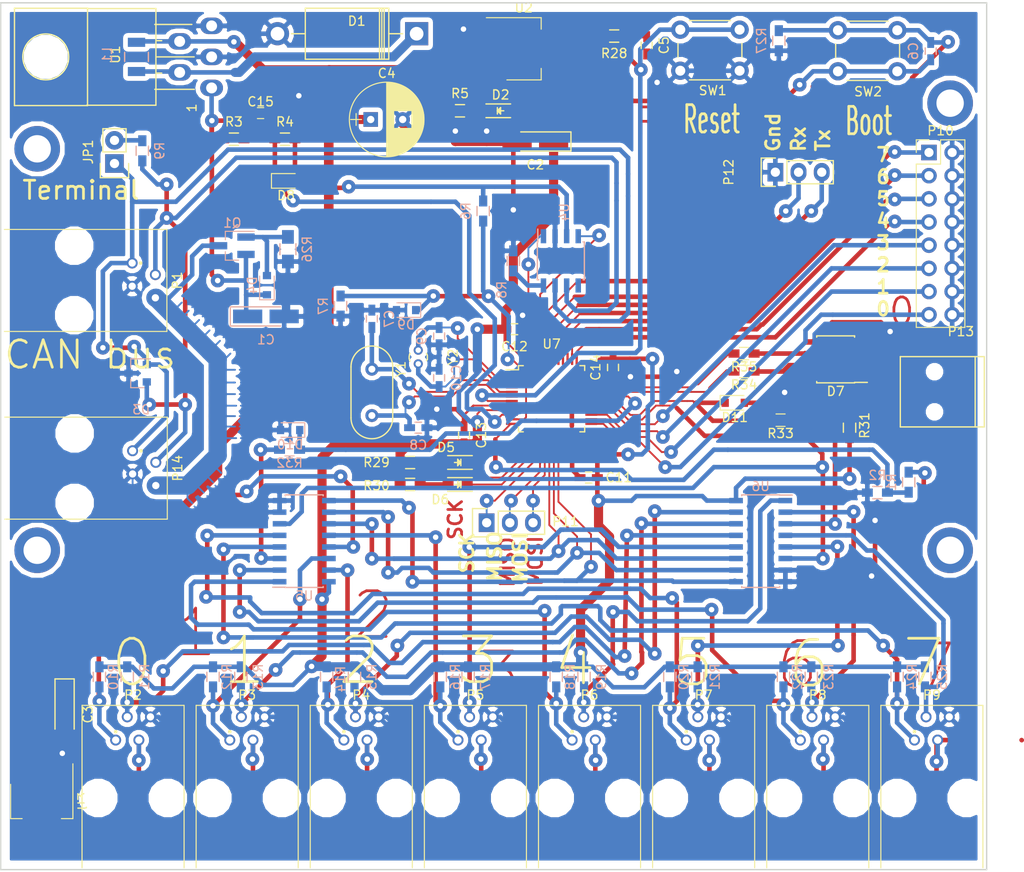
<source format=kicad_pcb>
(kicad_pcb (version 4) (host pcbnew 4.0.6)
  (layers (0 F.Cu signal) (31 B.Cu signal) (34 B.Paste user) (35 F.Paste user) (36 B.SilkS user) (37 F.SilkS user) (38 B.Mask user) (39 F.Mask user) (44 Edge.Cuts user))
  (net 0 "")
  (net 1 /12Vin)
  (net 2 GND)
  (net 3 +3V3)
  (net 4 /3v3_sensors)
  (net 5 +5V)
  (net 6 /NRST)
  (net 7 /BOOT0)
  (net 8 "Net-(C7-Pad1)")
  (net 9 "Net-(C8-Pad1)")
  (net 10 "Net-(C9-Pad1)")
  (net 11 "Net-(C10-Pad1)")
  (net 12 "Net-(D1-Pad1)")
  (net 13 "Net-(D2-Pad1)")
  (net 14 "Net-(D3-Pad1)")
  (net 15 "Net-(D3-Pad2)")
  (net 16 "Net-(D4-Pad2)")
  (net 17 "Net-(D5-Pad2)")
  (net 18 /LED0)
  (net 19 "Net-(D6-Pad2)")
  (net 20 /LED1)
  (net 21 "Net-(D7-Pad2)")
  (net 22 "Net-(D7-Pad3)")
  (net 23 "Net-(D7-Pad6)")
  (net 24 "Net-(D7-Pad7)")
  (net 25 "Net-(JP1-Pad2)")
  (net 26 "Net-(P1-Pad4)")
  (net 27 /D0)
  (net 28 /C0)
  (net 29 /D1)
  (net 30 /C1)
  (net 31 /D2)
  (net 32 /C2)
  (net 33 /D3)
  (net 34 /C3)
  (net 35 /D4)
  (net 36 /C4)
  (net 37 /D5)
  (net 38 /C5)
  (net 39 /D6)
  (net 40 /C6)
  (net 41 /D7)
  (net 42 /C7)
  (net 43 /Row0)
  (net 44 /Row1)
  (net 45 /Row2)
  (net 46 /Row3)
  (net 47 /Col0)
  (net 48 /Col1)
  (net 49 /Col2)
  (net 50 /Col3)
  (net 51 /SPI_SCK)
  (net 52 /SPI_MISO)
  (net 53 /SPI_MOSI)
  (net 54 "Net-(P12-Pad2)")
  (net 55 "Net-(P12-Pad3)")
  (net 56 /V3.3)
  (net 57 /V12)
  (net 58 /V5)
  (net 59 "Net-(R8-Pad1)")
  (net 60 /CAN_Tx)
  (net 61 /CAN_Rx)
  (net 62 /I2C1_SDA)
  (net 63 /~EN)
  (net 64 /ADDR2)
  (net 65 /ADDR1)
  (net 66 /ADDR0)
  (net 67 /I2C1_SCL)
  (net 68 "Net-(D7-Pad1)")
  (net 69 "Net-(D7-Pad4)")
  (net 70 "Net-(R32-Pad1)")
  (net 71 "Net-(R33-Pad1)")
  (net 72 "Net-(R34-Pad2)")
  (net 73 "Net-(R35-Pad2)")
  (module my_footprints:RJ9-4P4C (layer F.Cu) (at 64.5 131)
    (fp_text reference P4 (at 0 -10.1346) (layer F.SilkS))
    (fp_text value RJ9-sensor hide)
    (pad 1 thru_hole circle (at -1.905 -5.2) (size 1.2 1.2) (drill 0.8) (layers *.Cu *.Mask) (net 31 /D2))
    (pad 2 thru_hole circle (at -0.635 -7.74) (size 1.2 1.2) (drill 0.8) (layers *.Cu *.Mask) (net 32 /C2))
    (pad 3 thru_hole circle (at 0.635 -5.2) (size 1.2 1.2) (drill 0.8) (layers *.Cu *.Mask) (net 4 /3v3_sensors))
    (pad 4 thru_hole circle (at 1.905 -7.74) (size 1.2 1.2) (drill 0.8) (layers *.Cu *.Mask) (net 2 GND))
    (pad "" np_thru_hole circle (at -3.81 1.15) (size 3.2 3.2) (drill 3.2) (layers *.Cu *.Mask))
    (pad "" np_thru_hole circle (at 3.81 1.15) (size 3.2 3.2) (drill 3.2) (layers *.Cu *.Mask))
  )
  (module my_footprints:RJ9-4P4C (layer F.Cu) (at 114.5 131)
    (fp_text reference P8 (at 0 -10.1346) (layer F.SilkS))
    (fp_text value RJ9-sensor hide)
    (pad 1 thru_hole circle (at -1.905 -5.2) (size 1.2 1.2) (drill 0.8) (layers *.Cu *.Mask) (net 39 /D6))
    (pad 2 thru_hole circle (at -0.635 -7.74) (size 1.2 1.2) (drill 0.8) (layers *.Cu *.Mask) (net 40 /C6))
    (pad 3 thru_hole circle (at 0.635 -5.2) (size 1.2 1.2) (drill 0.8) (layers *.Cu *.Mask) (net 4 /3v3_sensors))
    (pad 4 thru_hole circle (at 1.905 -7.74) (size 1.2 1.2) (drill 0.8) (layers *.Cu *.Mask) (net 2 GND))
    (pad "" np_thru_hole circle (at -3.81 1.15) (size 3.2 3.2) (drill 3.2) (layers *.Cu *.Mask))
    (pad "" np_thru_hole circle (at 3.81 1.15) (size 3.2 3.2) (drill 3.2) (layers *.Cu *.Mask))
  )
  (module Capacitors_SMD.pretty:C_0603_HandSoldering (layer F.Cu) (at 95.758 49.657 270)
    (fp_text reference C5 (at 0 -1.9 270) (layer F.SilkS))
    (fp_text value 0.1)
    (pad 1 smd rect (at -0.95 0 270) (size 1.2 0.75) (layers F.Cu F.Paste F.Mask) (net 6 /NRST))
    (pad 2 smd rect (at 0.95 0 270) (size 1.2 0.75) (layers F.Cu F.Paste F.Mask) (net 2 GND))
  )
  (module Capacitors_SMD.pretty:C_0603_HandSoldering (layer B.Cu) (at 126.873 50.292 270)
    (fp_text reference C6 (at 0 1.9 270) (layer B.SilkS) (effects (justify mirror)))
    (fp_text value 0.1)
    (pad 1 smd rect (at -0.95 0 270) (size 1.2 0.75) (layers B.Cu B.Paste B.Mask) (net 7 /BOOT0))
    (pad 2 smd rect (at 0.95 0 270) (size 1.2 0.75) (layers B.Cu B.Paste B.Mask) (net 3 +3V3))
  )
  (module Capacitors_SMD.pretty:C_0603_HandSoldering (layer B.Cu) (at 65.659 79.629 90)
    (fp_text reference C7 (at 0 1.9 90) (layer B.SilkS) (effects (justify mirror)))
    (fp_text value 10p)
    (pad 1 smd rect (at -0.95 0 90) (size 1.2 0.75) (layers B.Cu B.Paste B.Mask) (net 8 "Net-(C7-Pad1)"))
    (pad 2 smd rect (at 0.95 0 90) (size 1.2 0.75) (layers B.Cu B.Paste B.Mask) (net 2 GND))
  )
  (module Capacitors_SMD.pretty:C_0603_HandSoldering (layer B.Cu) (at 70.739 91.567)
    (fp_text reference C8 (at 0 1.9) (layer B.SilkS) (effects (justify mirror)))
    (fp_text value 10p)
    (pad 1 smd rect (at -0.95 0) (size 1.2 0.75) (layers B.Cu B.Paste B.Mask) (net 9 "Net-(C8-Pad1)"))
    (pad 2 smd rect (at 0.95 0) (size 1.2 0.75) (layers B.Cu B.Paste B.Mask) (net 2 GND))
  )
  (module Capacitors_SMD.pretty:C_0603_HandSoldering (layer B.Cu) (at 73.025 81.534 270)
    (fp_text reference C9 (at 0 1.9 270) (layer B.SilkS) (effects (justify mirror)))
    (fp_text value 27p)
    (pad 1 smd rect (at -0.95 0 270) (size 1.2 0.75) (layers B.Cu B.Paste B.Mask) (net 10 "Net-(C9-Pad1)"))
    (pad 2 smd rect (at 0.95 0 270) (size 1.2 0.75) (layers B.Cu B.Paste B.Mask) (net 2 GND))
  )
  (module Capacitors_SMD.pretty:C_0603_HandSoldering (layer B.Cu) (at 73.025 86.106 90)
    (fp_text reference C10 (at 0 1.9 90) (layer B.SilkS) (effects (justify mirror)))
    (fp_text value 27p)
    (pad 1 smd rect (at -0.95 0 90) (size 1.2 0.75) (layers B.Cu B.Paste B.Mask) (net 11 "Net-(C10-Pad1)"))
    (pad 2 smd rect (at 0.95 0 90) (size 1.2 0.75) (layers B.Cu B.Paste B.Mask) (net 2 GND))
  )
  (module Capacitors_SMD.pretty:C_0603_HandSoldering (layer F.Cu) (at 89.408 97.028)
    (fp_text reference C11 (at 3.302 0) (layer F.SilkS))
    (fp_text value 0.1)
    (pad 1 smd rect (at -0.95 0) (size 1.2 0.75) (layers F.Cu F.Paste F.Mask) (net 2 GND))
    (pad 2 smd rect (at 0.95 0) (size 1.2 0.75) (layers F.Cu F.Paste F.Mask) (net 3 +3V3))
  )
  (module Capacitors_SMD.pretty:C_0603_HandSoldering (layer F.Cu) (at 81.28 80.772 180)
    (fp_text reference C12 (at 0 -1.9 180) (layer F.SilkS))
    (fp_text value 0.1)
    (pad 1 smd rect (at -0.95 0 180) (size 1.2 0.75) (layers F.Cu F.Paste F.Mask) (net 2 GND))
    (pad 2 smd rect (at 0.95 0 180) (size 1.2 0.75) (layers F.Cu F.Paste F.Mask) (net 3 +3V3))
  )
  (module Capacitors_SMD.pretty:C_0603_HandSoldering (layer F.Cu) (at 75.7555 92.3925 270)
    (fp_text reference C13 (at 0 -1.9 270) (layer F.SilkS))
    (fp_text value 0.1)
    (pad 1 smd rect (at -0.95 0 270) (size 1.2 0.75) (layers F.Cu F.Paste F.Mask) (net 2 GND))
    (pad 2 smd rect (at 0.95 0 270) (size 1.2 0.75) (layers F.Cu F.Paste F.Mask) (net 3 +3V3))
  )
  (module Capacitors_SMD.pretty:C_0603_HandSoldering (layer F.Cu) (at 92.075 84.963 90)
    (fp_text reference C14 (at 0 -1.9 90) (layer F.SilkS))
    (fp_text value 0.1)
    (pad 1 smd rect (at -0.95 0 90) (size 1.2 0.75) (layers F.Cu F.Paste F.Mask) (net 2 GND))
    (pad 2 smd rect (at 0.95 0 90) (size 1.2 0.75) (layers F.Cu F.Paste F.Mask) (net 3 +3V3))
  )
  (module Diodes_THT.pretty:Diode_DO-201AD_Horizontal_RM15 (layer F.Cu) (at 70.562 48.382 180)
    (fp_text reference D1 (at 6.562 1.382 180) (layer F.SilkS))
    (fp_text value 1n5822)
    (pad 2 thru_hole circle (at 15.24122 -0.00296) (size 2.54 2.54) (drill 1.50114) (layers *.Cu *.Mask) (net 2 GND))
    (pad 1 thru_hole rect (at 0.00122 -0.00296) (size 2.54 2.54) (drill 1.50114) (layers *.Cu *.Mask) (net 12 "Net-(D1-Pad1)"))
  )
  (module LEDs.pretty:LED_0805 (layer F.Cu) (at 79.756 56.8325)
    (fp_text reference D2 (at 0 -1.75) (layer F.SilkS))
    (fp_text value LED)
    (pad 2 smd rect (at 1.04902 0 180) (size 1.19888 1.19888) (layers F.Cu F.Paste F.Mask) (net 3 +3V3))
    (pad 1 smd rect (at -1.04902 0 180) (size 1.19888 1.19888) (layers F.Cu F.Paste F.Mask) (net 13 "Net-(D2-Pad1)"))
  )
  (module TO_SOT_Packages_SMD.pretty:SOT-23 (layer B.Cu) (at 40.005 85.598 180)
    (fp_text reference D3 (at -0.386 -3.987 180) (layer B.SilkS) (effects (justify mirror)))
    (fp_text value PESD1CAN)
    (pad 1 smd rect (at -1 0.95 180) (size 0.9 0.8) (layers B.Cu B.Paste B.Mask) (net 14 "Net-(D3-Pad1)"))
    (pad 2 smd rect (at -1 -0.95 180) (size 0.9 0.8) (layers B.Cu B.Paste B.Mask) (net 15 "Net-(D3-Pad2)"))
    (pad 3 smd rect (at 1 0 180) (size 0.9 0.8) (layers B.Cu B.Paste B.Mask) (net 2 GND))
  )
  (module LEDs.pretty:LED_0805 (layer F.Cu) (at 75.057 95.377 180)
    (fp_text reference D5 (at 1.27 1.651 180) (layer F.SilkS))
    (fp_text value LED0)
    (pad 2 smd rect (at 1.04902 0) (size 1.19888 1.19888) (layers F.Cu F.Paste F.Mask) (net 17 "Net-(D5-Pad2)"))
    (pad 1 smd rect (at -1.04902 0) (size 1.19888 1.19888) (layers F.Cu F.Paste F.Mask) (net 18 /LED0))
  )
  (module LEDs.pretty:LED_0805 (layer F.Cu) (at 75.057 97.79 180)
    (fp_text reference D6 (at 1.905 -1.651 180) (layer F.SilkS))
    (fp_text value LED1)
    (pad 2 smd rect (at 1.04902 0) (size 1.19888 1.19888) (layers F.Cu F.Paste F.Mask) (net 19 "Net-(D6-Pad2)"))
    (pad 1 smd rect (at -1.04902 0) (size 1.19888 1.19888) (layers F.Cu F.Paste F.Mask) (net 20 /LED1))
  )
  (module Housings_SOIC.pretty:SOIC-8_3.9x4.9mm_Pitch1.27mm (layer F.Cu) (at 116.459 84.074 180)
    (fp_text reference D7 (at 0 -3.5 180) (layer F.SilkS))
    (fp_text value USB6B1)
    (pad 1 smd rect (at -2.7 -1.905 180) (size 1.55 0.6) (layers F.Cu F.Paste F.Mask) (net 68 "Net-(D7-Pad1)"))
    (pad 2 smd rect (at -2.7 -0.635 180) (size 1.55 0.6) (layers F.Cu F.Paste F.Mask) (net 21 "Net-(D7-Pad2)"))
    (pad 3 smd rect (at -2.7 0.635 180) (size 1.55 0.6) (layers F.Cu F.Paste F.Mask) (net 22 "Net-(D7-Pad3)"))
    (pad 4 smd rect (at -2.7 1.905 180) (size 1.55 0.6) (layers F.Cu F.Paste F.Mask) (net 69 "Net-(D7-Pad4)"))
    (pad 5 smd rect (at 2.7 1.905 180) (size 1.55 0.6) (layers F.Cu F.Paste F.Mask) (net 2 GND))
    (pad 6 smd rect (at 2.7 0.635 180) (size 1.55 0.6) (layers F.Cu F.Paste F.Mask) (net 23 "Net-(D7-Pad6)"))
    (pad 7 smd rect (at 2.7 -0.635 180) (size 1.55 0.6) (layers F.Cu F.Paste F.Mask) (net 24 "Net-(D7-Pad7)"))
    (pad 8 smd rect (at 2.7 -1.905 180) (size 1.55 0.6) (layers F.Cu F.Paste F.Mask))
  )
  (module Pin_Headers.pretty:Pin_Header_Straight_1x02 (layer F.Cu) (at 37.465 62.611 180)
    (fp_text reference JP1 (at 2.871 1.265 450) (layer F.SilkS))
    (fp_text value Terminal)
    (pad 1 thru_hole rect (at 0 0 180) (size 2.032 2.032) (drill 1.016) (layers *.Cu *.Mask) (net 14 "Net-(D3-Pad1)"))
    (pad 2 thru_hole oval (at 0 2.54 180) (size 2.032 2.032) (drill 1.016) (layers *.Cu *.Mask) (net 25 "Net-(JP1-Pad2)"))
  )
  (module Inductors_NEOSID.pretty:Neosid_Inductor_SM-NE30_SMD1210 (layer B.Cu) (at 39.878 50.927 270)
    (fp_text reference L1 (at -0.20066 3.2004 270) (layer B.SilkS) (effects (justify mirror)))
    (fp_text value 100u)
    (pad 2 smd rect (at 1.6002 0 270) (size 1.00076 1.89992) (layers B.Cu B.Paste B.Mask) (net 12 "Net-(D1-Pad1)"))
    (pad 1 smd rect (at -1.6002 0 270) (size 1.00076 1.89992) (layers B.Cu B.Paste B.Mask) (net 5 +5V))
  )
  (module my_footprints:RJ9-4P4C (layer F.Cu) (at 34.204 75.426 270)
    (fp_text reference P1 (at 0 -10.1346 270) (layer F.SilkS))
    (fp_text value RJ9-CAN_power hide)
    (pad 1 thru_hole circle (at -1.905 -5.2 270) (size 1.2 1.2) (drill 0.8) (layers *.Cu *.Mask) (net 14 "Net-(D3-Pad1)"))
    (pad 2 thru_hole circle (at -0.635 -7.74 270) (size 1.2 1.2) (drill 0.8) (layers *.Cu *.Mask) (net 15 "Net-(D3-Pad2)"))
    (pad 3 thru_hole circle (at 0.635 -5.2 270) (size 1.2 1.2) (drill 0.8) (layers *.Cu *.Mask) (net 2 GND))
    (pad 4 thru_hole circle (at 1.905 -7.74 270) (size 1.2 1.2) (drill 0.8) (layers *.Cu *.Mask) (net 26 "Net-(P1-Pad4)"))
    (pad "" np_thru_hole circle (at -3.81 1.15 270) (size 3.2 3.2) (drill 3.2) (layers *.Cu *.Mask))
    (pad "" np_thru_hole circle (at 3.81 1.15 270) (size 3.2 3.2) (drill 3.2) (layers *.Cu *.Mask))
  )
  (module my_footprints:RJ9-4P4C (layer F.Cu) (at 39.5 131)
    (fp_text reference P2 (at 0 -10.1346) (layer F.SilkS))
    (fp_text value RJ9-sensor hide)
    (pad 1 thru_hole circle (at -1.905 -5.2) (size 1.2 1.2) (drill 0.8) (layers *.Cu *.Mask) (net 27 /D0))
    (pad 2 thru_hole circle (at -0.635 -7.74) (size 1.2 1.2) (drill 0.8) (layers *.Cu *.Mask) (net 28 /C0))
    (pad 3 thru_hole circle (at 0.635 -5.2) (size 1.2 1.2) (drill 0.8) (layers *.Cu *.Mask) (net 4 /3v3_sensors))
    (pad 4 thru_hole circle (at 1.905 -7.74) (size 1.2 1.2) (drill 0.8) (layers *.Cu *.Mask) (net 2 GND))
    (pad "" np_thru_hole circle (at -3.81 1.15) (size 3.2 3.2) (drill 3.2) (layers *.Cu *.Mask))
    (pad "" np_thru_hole circle (at 3.81 1.15) (size 3.2 3.2) (drill 3.2) (layers *.Cu *.Mask))
  )
  (module my_footprints:RJ9-4P4C (layer F.Cu) (at 52 131)
    (fp_text reference P3 (at 0 -10.1346) (layer F.SilkS))
    (fp_text value RJ9-sensor hide)
    (pad 1 thru_hole circle (at -1.905 -5.2) (size 1.2 1.2) (drill 0.8) (layers *.Cu *.Mask) (net 29 /D1))
    (pad 2 thru_hole circle (at -0.635 -7.74) (size 1.2 1.2) (drill 0.8) (layers *.Cu *.Mask) (net 30 /C1))
    (pad 3 thru_hole circle (at 0.635 -5.2) (size 1.2 1.2) (drill 0.8) (layers *.Cu *.Mask) (net 4 /3v3_sensors))
    (pad 4 thru_hole circle (at 1.905 -7.74) (size 1.2 1.2) (drill 0.8) (layers *.Cu *.Mask) (net 2 GND))
    (pad "" np_thru_hole circle (at -3.81 1.15) (size 3.2 3.2) (drill 3.2) (layers *.Cu *.Mask))
    (pad "" np_thru_hole circle (at 3.81 1.15) (size 3.2 3.2) (drill 3.2) (layers *.Cu *.Mask))
  )
  (module my_footprints:RJ9-4P4C (layer F.Cu) (at 77 131)
    (fp_text reference P5 (at 0 -10.1346) (layer F.SilkS))
    (fp_text value RJ9-sensor hide)
    (pad 1 thru_hole circle (at -1.905 -5.2) (size 1.2 1.2) (drill 0.8) (layers *.Cu *.Mask) (net 33 /D3))
    (pad 2 thru_hole circle (at -0.635 -7.74) (size 1.2 1.2) (drill 0.8) (layers *.Cu *.Mask) (net 34 /C3))
    (pad 3 thru_hole circle (at 0.635 -5.2) (size 1.2 1.2) (drill 0.8) (layers *.Cu *.Mask) (net 4 /3v3_sensors))
    (pad 4 thru_hole circle (at 1.905 -7.74) (size 1.2 1.2) (drill 0.8) (layers *.Cu *.Mask) (net 2 GND))
    (pad "" np_thru_hole circle (at -3.81 1.15) (size 3.2 3.2) (drill 3.2) (layers *.Cu *.Mask))
    (pad "" np_thru_hole circle (at 3.81 1.15) (size 3.2 3.2) (drill 3.2) (layers *.Cu *.Mask))
  )
  (module my_footprints:RJ9-4P4C (layer F.Cu) (at 89.5 131)
    (fp_text reference P6 (at 0 -10.1346) (layer F.SilkS))
    (fp_text value RJ9-sensor hide)
    (pad 1 thru_hole circle (at -1.905 -5.2) (size 1.2 1.2) (drill 0.8) (layers *.Cu *.Mask) (net 35 /D4))
    (pad 2 thru_hole circle (at -0.635 -7.74) (size 1.2 1.2) (drill 0.8) (layers *.Cu *.Mask) (net 36 /C4))
    (pad 3 thru_hole circle (at 0.635 -5.2) (size 1.2 1.2) (drill 0.8) (layers *.Cu *.Mask) (net 4 /3v3_sensors))
    (pad 4 thru_hole circle (at 1.905 -7.74) (size 1.2 1.2) (drill 0.8) (layers *.Cu *.Mask) (net 2 GND))
    (pad "" np_thru_hole circle (at -3.81 1.15) (size 3.2 3.2) (drill 3.2) (layers *.Cu *.Mask))
    (pad "" np_thru_hole circle (at 3.81 1.15) (size 3.2 3.2) (drill 3.2) (layers *.Cu *.Mask))
  )
  (module my_footprints:RJ9-4P4C (layer F.Cu) (at 102 131)
    (fp_text reference P7 (at 0 -10.1346) (layer F.SilkS))
    (fp_text value RJ9-sensor hide)
    (pad 1 thru_hole circle (at -1.905 -5.2) (size 1.2 1.2) (drill 0.8) (layers *.Cu *.Mask) (net 37 /D5))
    (pad 2 thru_hole circle (at -0.635 -7.74) (size 1.2 1.2) (drill 0.8) (layers *.Cu *.Mask) (net 38 /C5))
    (pad 3 thru_hole circle (at 0.635 -5.2) (size 1.2 1.2) (drill 0.8) (layers *.Cu *.Mask) (net 4 /3v3_sensors))
    (pad 4 thru_hole circle (at 1.905 -7.74) (size 1.2 1.2) (drill 0.8) (layers *.Cu *.Mask) (net 2 GND))
    (pad "" np_thru_hole circle (at -3.81 1.15) (size 3.2 3.2) (drill 3.2) (layers *.Cu *.Mask))
    (pad "" np_thru_hole circle (at 3.81 1.15) (size 3.2 3.2) (drill 3.2) (layers *.Cu *.Mask))
  )
  (module my_footprints:RJ9-4P4C (layer F.Cu) (at 127 131)
    (fp_text reference P9 (at 0 -10.1346) (layer F.SilkS))
    (fp_text value RJ9-sensor hide)
    (pad 1 thru_hole circle (at -1.905 -5.2) (size 1.2 1.2) (drill 0.8) (layers *.Cu *.Mask) (net 41 /D7))
    (pad 2 thru_hole circle (at -0.635 -7.74) (size 1.2 1.2) (drill 0.8) (layers *.Cu *.Mask) (net 42 /C7))
    (pad 3 thru_hole circle (at 0.635 -5.2) (size 1.2 1.2) (drill 0.8) (layers *.Cu *.Mask) (net 4 /3v3_sensors))
    (pad 4 thru_hole circle (at 1.905 -7.74) (size 1.2 1.2) (drill 0.8) (layers *.Cu *.Mask) (net 2 GND))
    (pad "" np_thru_hole circle (at -3.81 1.15) (size 3.2 3.2) (drill 3.2) (layers *.Cu *.Mask))
    (pad "" np_thru_hole circle (at 3.81 1.15) (size 3.2 3.2) (drill 3.2) (layers *.Cu *.Mask))
  )
  (module Pin_Headers.pretty:Pin_Header_Straight_1x03 (layer F.Cu) (at 78.232 101.981 90)
    (fp_text reference P11 (at 0.127 8.636 180) (layer F.SilkS))
    (fp_text value SPI)
    (pad 1 thru_hole rect (at 0 0 90) (size 2.032 1.7272) (drill 1.016) (layers *.Cu *.Mask) (net 51 /SPI_SCK))
    (pad 2 thru_hole oval (at 0 2.54 90) (size 2.032 1.7272) (drill 1.016) (layers *.Cu *.Mask) (net 52 /SPI_MISO))
    (pad 3 thru_hole oval (at 0 5.08 90) (size 2.032 1.7272) (drill 1.016) (layers *.Cu *.Mask) (net 53 /SPI_MOSI))
  )
  (module Pin_Headers.pretty:Pin_Header_Straight_1x03 (layer F.Cu) (at 109.855 63.5635 90)
    (fp_text reference P12 (at 0 -5.1 90) (layer F.SilkS))
    (fp_text value USART_BOOT)
    (pad 1 thru_hole rect (at 0 0 90) (size 2.032 1.7272) (drill 1.016) (layers *.Cu *.Mask) (net 2 GND))
    (pad 2 thru_hole oval (at 0 2.54 90) (size 2.032 1.7272) (drill 1.016) (layers *.Cu *.Mask) (net 54 "Net-(P12-Pad2)"))
    (pad 3 thru_hole oval (at 0 5.08 90) (size 2.032 1.7272) (drill 1.016) (layers *.Cu *.Mask) (net 55 "Net-(P12-Pad3)"))
  )
  (module Connect.pretty:USB_Mini-B (layer F.Cu) (at 128.143 87.63 180)
    (fp_text reference P13 (at -2.032 6.604 180) (layer F.SilkS))
    (fp_text value USB_A)
    (pad 1 smd rect (at 3.44932 -1.6002 180) (size 2.30124 0.50038) (layers F.Cu F.Paste F.Mask) (net 68 "Net-(D7-Pad1)"))
    (pad 2 smd rect (at 3.44932 -0.8001 180) (size 2.30124 0.50038) (layers F.Cu F.Paste F.Mask) (net 21 "Net-(D7-Pad2)"))
    (pad 3 smd rect (at 3.44932 0 180) (size 2.30124 0.50038) (layers F.Cu F.Paste F.Mask) (net 22 "Net-(D7-Pad3)"))
    (pad 4 smd rect (at 3.44932 0.8001 180) (size 2.30124 0.50038) (layers F.Cu F.Paste F.Mask) (net 69 "Net-(D7-Pad4)"))
    (pad 5 smd rect (at 3.44932 1.6002 180) (size 2.30124 0.50038) (layers F.Cu F.Paste F.Mask) (net 2 GND))
    (pad 6 smd rect (at 3.35026 -4.45008 180) (size 2.49936 1.99898) (layers F.Cu F.Paste F.Mask))
    (pad 6 smd rect (at -2.14884 -4.45008 180) (size 2.49936 1.99898) (layers F.Cu F.Paste F.Mask))
    (pad 6 smd rect (at 3.35026 4.45008 180) (size 2.49936 1.99898) (layers F.Cu F.Paste F.Mask))
    (pad 6 smd rect (at -2.14884 4.45008 180) (size 2.49936 1.99898) (layers F.Cu F.Paste F.Mask))
    (pad "" np_thru_hole circle (at 0.8509 -2.19964 180) (size 0.89916 0.89916) (drill 0.89916) (layers *.Cu *.Mask))
    (pad "" np_thru_hole circle (at 0.8509 2.19964 180) (size 0.89916 0.89916) (drill 0.89916) (layers *.Cu *.Mask))
  )
  (module TO_SOT_Packages_SMD.pretty:SOT-23_Handsoldering (layer B.Cu) (at 50.369 71.623 180)
    (fp_text reference Q1 (at 0 2.5 180) (layer B.SilkS) (effects (justify mirror)))
    (fp_text value AO3401)
    (pad 1 smd rect (at -1.5 0.95 180) (size 1.9 0.8) (layers B.Cu B.Paste B.Mask) (net 16 "Net-(D4-Pad2)"))
    (pad 2 smd rect (at -1.5 -0.95 180) (size 1.9 0.8) (layers B.Cu B.Paste B.Mask) (net 1 /12Vin))
    (pad 3 smd rect (at 1.5 0 180) (size 1.9 0.8) (layers B.Cu B.Paste B.Mask) (net 26 "Net-(P1-Pad4)"))
  )
  (module Resistors_SMD.pretty:R_0603_HandSoldering (layer B.Cu) (at 124.46 97.536 270)
    (fp_text reference R1 (at 0 1.9 270) (layer B.SilkS) (effects (justify mirror)))
    (fp_text value 47k)
    (pad 1 smd rect (at -1.1 0 270) (size 1.2 0.9) (layers B.Cu B.Paste B.Mask) (net 4 /3v3_sensors))
    (pad 2 smd rect (at 1.1 0 270) (size 1.2 0.9) (layers B.Cu B.Paste B.Mask) (net 56 /V3.3))
  )
  (module Resistors_SMD.pretty:R_0603_HandSoldering (layer B.Cu) (at 121.031 98.679 180)
    (fp_text reference R2 (at 0 1.9 180) (layer B.SilkS) (effects (justify mirror)))
    (fp_text value 47k)
    (pad 1 smd rect (at -1.1 0 180) (size 1.2 0.9) (layers B.Cu B.Paste B.Mask) (net 56 /V3.3))
    (pad 2 smd rect (at 1.1 0 180) (size 1.2 0.9) (layers B.Cu B.Paste B.Mask) (net 2 GND))
  )
  (module Resistors_SMD.pretty:R_0603_HandSoldering (layer F.Cu) (at 50.546 59.944)
    (fp_text reference R3 (at 0 -1.9) (layer F.SilkS))
    (fp_text value 220k)
    (pad 1 smd rect (at -1.1 0) (size 1.2 0.9) (layers F.Cu F.Paste F.Mask) (net 1 /12Vin))
    (pad 2 smd rect (at 1.1 0) (size 1.2 0.9) (layers F.Cu F.Paste F.Mask) (net 57 /V12))
  )
  (module Resistors_SMD.pretty:R_0603_HandSoldering (layer F.Cu) (at 56.134 59.944)
    (fp_text reference R4 (at 0 -1.9) (layer F.SilkS))
    (fp_text value 56k)
    (pad 1 smd rect (at -1.1 0) (size 1.2 0.9) (layers F.Cu F.Paste F.Mask) (net 57 /V12))
    (pad 2 smd rect (at 1.1 0) (size 1.2 0.9) (layers F.Cu F.Paste F.Mask) (net 2 GND))
  )
  (module Resistors_SMD.pretty:R_0603_HandSoldering (layer F.Cu) (at 75.311 56.8325)
    (fp_text reference R5 (at 0 -1.9) (layer F.SilkS))
    (fp_text value 330)
    (pad 1 smd rect (at -1.1 0) (size 1.2 0.9) (layers F.Cu F.Paste F.Mask) (net 2 GND))
    (pad 2 smd rect (at 1.1 0) (size 1.2 0.9) (layers F.Cu F.Paste F.Mask) (net 13 "Net-(D2-Pad1)"))
  )
  (module Resistors_SMD.pretty:R_0603_HandSoldering (layer B.Cu) (at 77.851 67.818 270)
    (fp_text reference R6 (at 0 1.9 270) (layer B.SilkS) (effects (justify mirror)))
    (fp_text value 47k)
    (pad 1 smd rect (at -1.1 0 270) (size 1.2 0.9) (layers B.Cu B.Paste B.Mask) (net 5 +5V))
    (pad 2 smd rect (at 1.1 0 270) (size 1.2 0.9) (layers B.Cu B.Paste B.Mask) (net 58 /V5))
  )
  (module Resistors_SMD.pretty:R_0603_HandSoldering (layer B.Cu) (at 62.23 78.232 270)
    (fp_text reference R7 (at 0 1.9 270) (layer B.SilkS) (effects (justify mirror)))
    (fp_text value 47k)
    (pad 1 smd rect (at -1.1 0 270) (size 1.2 0.9) (layers B.Cu B.Paste B.Mask) (net 58 /V5))
    (pad 2 smd rect (at 1.1 0 270) (size 1.2 0.9) (layers B.Cu B.Paste B.Mask) (net 2 GND))
  )
  (module Resistors_SMD.pretty:R_0603_HandSoldering (layer B.Cu) (at 81.153 73.279 90)
    (fp_text reference R8 (at -3.175 -1.27 90) (layer B.SilkS) (effects (justify mirror)))
    (fp_text value 4k7)
    (pad 1 smd rect (at -1.1 0 90) (size 1.2 0.9) (layers B.Cu B.Paste B.Mask) (net 59 "Net-(R8-Pad1)"))
    (pad 2 smd rect (at 1.1 0 90) (size 1.2 0.9) (layers B.Cu B.Paste B.Mask) (net 2 GND))
  )
  (module Resistors_SMD.pretty:R_0603_HandSoldering (layer B.Cu) (at 40.513 61.214 90)
    (fp_text reference R9 (at 0 1.9 90) (layer B.SilkS) (effects (justify mirror)))
    (fp_text value 120)
    (pad 1 smd rect (at -1.1 0 90) (size 1.2 0.9) (layers B.Cu B.Paste B.Mask) (net 15 "Net-(D3-Pad2)"))
    (pad 2 smd rect (at 1.1 0 90) (size 1.2 0.9) (layers B.Cu B.Paste B.Mask) (net 25 "Net-(JP1-Pad2)"))
  )
  (module Resistors_SMD.pretty:R_0603_HandSoldering (layer B.Cu) (at 35.814 118.872 90)
    (fp_text reference R10 (at 0 1.524 90) (layer B.SilkS) (effects (justify mirror)))
    (fp_text value 4k7)
    (pad 1 smd rect (at -1.1 0 90) (size 1.2 0.9) (layers B.Cu B.Paste B.Mask) (net 27 /D0))
    (pad 2 smd rect (at 1.1 0 90) (size 1.2 0.9) (layers B.Cu B.Paste B.Mask) (net 3 +3V3))
  )
  (module Resistors_SMD.pretty:R_0603_HandSoldering (layer B.Cu) (at 38.862 118.872 90)
    (fp_text reference R11 (at 0 1.9 90) (layer B.SilkS) (effects (justify mirror)))
    (fp_text value 4k7)
    (pad 1 smd rect (at -1.1 0 90) (size 1.2 0.9) (layers B.Cu B.Paste B.Mask) (net 28 /C0))
    (pad 2 smd rect (at 1.1 0 90) (size 1.2 0.9) (layers B.Cu B.Paste B.Mask) (net 3 +3V3))
  )
  (module Resistors_SMD.pretty:R_0603_HandSoldering (layer B.Cu) (at 48.26 118.872 90)
    (fp_text reference R12 (at 0 1.524 90) (layer B.SilkS) (effects (justify mirror)))
    (fp_text value 4k7)
    (pad 1 smd rect (at -1.1 0 90) (size 1.2 0.9) (layers B.Cu B.Paste B.Mask) (net 29 /D1))
    (pad 2 smd rect (at 1.1 0 90) (size 1.2 0.9) (layers B.Cu B.Paste B.Mask) (net 3 +3V3))
  )
  (module Resistors_SMD.pretty:R_0603_HandSoldering (layer B.Cu) (at 51.308 118.872 90)
    (fp_text reference R13 (at 0 1.9 90) (layer B.SilkS) (effects (justify mirror)))
    (fp_text value 4k7)
    (pad 1 smd rect (at -1.1 0 90) (size 1.2 0.9) (layers B.Cu B.Paste B.Mask) (net 30 /C1))
    (pad 2 smd rect (at 1.1 0 90) (size 1.2 0.9) (layers B.Cu B.Paste B.Mask) (net 3 +3V3))
  )
  (module Resistors_SMD.pretty:R_0603_HandSoldering (layer B.Cu) (at 60.706 118.872 90)
    (fp_text reference R14 (at -0.254 1.524 90) (layer B.SilkS) (effects (justify mirror)))
    (fp_text value 4k7)
    (pad 1 smd rect (at -1.1 0 90) (size 1.2 0.9) (layers B.Cu B.Paste B.Mask) (net 31 /D2))
    (pad 2 smd rect (at 1.1 0 90) (size 1.2 0.9) (layers B.Cu B.Paste B.Mask) (net 3 +3V3))
  )
  (module Resistors_SMD.pretty:R_0603_HandSoldering (layer B.Cu) (at 63.754 118.872 90)
    (fp_text reference R15 (at 0 1.9 90) (layer B.SilkS) (effects (justify mirror)))
    (fp_text value 4k7)
    (pad 1 smd rect (at -1.1 0 90) (size 1.2 0.9) (layers B.Cu B.Paste B.Mask) (net 32 /C2))
    (pad 2 smd rect (at 1.1 0 90) (size 1.2 0.9) (layers B.Cu B.Paste B.Mask) (net 3 +3V3))
  )
  (module Resistors_SMD.pretty:R_0603_HandSoldering (layer B.Cu) (at 73.152 118.872 90)
    (fp_text reference R16 (at 0 1.651 90) (layer B.SilkS) (effects (justify mirror)))
    (fp_text value 4k7)
    (pad 1 smd rect (at -1.1 0 90) (size 1.2 0.9) (layers B.Cu B.Paste B.Mask) (net 33 /D3))
    (pad 2 smd rect (at 1.1 0 90) (size 1.2 0.9) (layers B.Cu B.Paste B.Mask) (net 3 +3V3))
  )
  (module Resistors_SMD.pretty:R_0603_HandSoldering (layer B.Cu) (at 76.2 118.872 90)
    (fp_text reference R17 (at 0 1.9 90) (layer B.SilkS) (effects (justify mirror)))
    (fp_text value 4k7)
    (pad 1 smd rect (at -1.1 0 90) (size 1.2 0.9) (layers B.Cu B.Paste B.Mask) (net 34 /C3))
    (pad 2 smd rect (at 1.1 0 90) (size 1.2 0.9) (layers B.Cu B.Paste B.Mask) (net 3 +3V3))
  )
  (module Resistors_SMD.pretty:R_0603_HandSoldering (layer B.Cu) (at 85.852 118.872 90)
    (fp_text reference R18 (at 0 1.524 90) (layer B.SilkS) (effects (justify mirror)))
    (fp_text value 4k7)
    (pad 1 smd rect (at -1.1 0 90) (size 1.2 0.9) (layers B.Cu B.Paste B.Mask) (net 35 /D4))
    (pad 2 smd rect (at 1.1 0 90) (size 1.2 0.9) (layers B.Cu B.Paste B.Mask) (net 3 +3V3))
  )
  (module Resistors_SMD.pretty:R_0603_HandSoldering (layer B.Cu) (at 88.9 118.872 90)
    (fp_text reference R19 (at 0 1.9 90) (layer B.SilkS) (effects (justify mirror)))
    (fp_text value 4k7)
    (pad 1 smd rect (at -1.1 0 90) (size 1.2 0.9) (layers B.Cu B.Paste B.Mask) (net 36 /C4))
    (pad 2 smd rect (at 1.1 0 90) (size 1.2 0.9) (layers B.Cu B.Paste B.Mask) (net 3 +3V3))
  )
  (module Resistors_SMD.pretty:R_0603_HandSoldering (layer B.Cu) (at 98.298 118.872 90)
    (fp_text reference R20 (at 0 1.524 90) (layer B.SilkS) (effects (justify mirror)))
    (fp_text value 4k7)
    (pad 1 smd rect (at -1.1 0 90) (size 1.2 0.9) (layers B.Cu B.Paste B.Mask) (net 37 /D5))
    (pad 2 smd rect (at 1.1 0 90) (size 1.2 0.9) (layers B.Cu B.Paste B.Mask) (net 3 +3V3))
  )
  (module Resistors_SMD.pretty:R_0603_HandSoldering (layer B.Cu) (at 101.346 118.872 90)
    (fp_text reference R21 (at 0 1.9 90) (layer B.SilkS) (effects (justify mirror)))
    (fp_text value 4k7)
    (pad 1 smd rect (at -1.1 0 90) (size 1.2 0.9) (layers B.Cu B.Paste B.Mask) (net 38 /C5))
    (pad 2 smd rect (at 1.1 0 90) (size 1.2 0.9) (layers B.Cu B.Paste B.Mask) (net 3 +3V3))
  )
  (module Resistors_SMD.pretty:R_0603_HandSoldering (layer B.Cu) (at 110.744 118.872 90)
    (fp_text reference R22 (at 0 1.524 90) (layer B.SilkS) (effects (justify mirror)))
    (fp_text value 4k7)
    (pad 1 smd rect (at -1.1 0 90) (size 1.2 0.9) (layers B.Cu B.Paste B.Mask) (net 39 /D6))
    (pad 2 smd rect (at 1.1 0 90) (size 1.2 0.9) (layers B.Cu B.Paste B.Mask) (net 3 +3V3))
  )
  (module Resistors_SMD.pretty:R_0603_HandSoldering (layer B.Cu) (at 113.792 118.872 90)
    (fp_text reference R23 (at 0 1.9 90) (layer B.SilkS) (effects (justify mirror)))
    (fp_text value 4k7)
    (pad 1 smd rect (at -1.1 0 90) (size 1.2 0.9) (layers B.Cu B.Paste B.Mask) (net 40 /C6))
    (pad 2 smd rect (at 1.1 0 90) (size 1.2 0.9) (layers B.Cu B.Paste B.Mask) (net 3 +3V3))
  )
  (module Resistors_SMD.pretty:R_0603_HandSoldering (layer B.Cu) (at 123.19 118.872 90)
    (fp_text reference R24 (at 0 1.651 90) (layer B.SilkS) (effects (justify mirror)))
    (fp_text value 4k7)
    (pad 1 smd rect (at -1.1 0 90) (size 1.2 0.9) (layers B.Cu B.Paste B.Mask) (net 41 /D7))
    (pad 2 smd rect (at 1.1 0 90) (size 1.2 0.9) (layers B.Cu B.Paste B.Mask) (net 3 +3V3))
  )
  (module Resistors_SMD.pretty:R_0603_HandSoldering (layer B.Cu) (at 126.238 118.872 90)
    (fp_text reference R25 (at 0 1.9 90) (layer B.SilkS) (effects (justify mirror)))
    (fp_text value 4k7)
    (pad 1 smd rect (at -1.1 0 90) (size 1.2 0.9) (layers B.Cu B.Paste B.Mask) (net 42 /C7))
    (pad 2 smd rect (at 1.1 0 90) (size 1.2 0.9) (layers B.Cu B.Paste B.Mask) (net 3 +3V3))
  )
  (module Resistors_SMD.pretty:R_0805_HandSoldering (layer B.Cu) (at 56.465 72.004 90)
    (fp_text reference R26 (at 0 2.1 90) (layer B.SilkS) (effects (justify mirror)))
    (fp_text value 47k)
    (pad 1 smd rect (at -1.35 0 90) (size 1.5 1.3) (layers B.Cu B.Paste B.Mask) (net 2 GND))
    (pad 2 smd rect (at 1.35 0 90) (size 1.5 1.3) (layers B.Cu B.Paste B.Mask) (net 16 "Net-(D4-Pad2)"))
  )
  (module Resistors_SMD.pretty:R_0603_HandSoldering (layer B.Cu) (at 110.236 49.149 270)
    (fp_text reference R27 (at 0 1.9 270) (layer B.SilkS) (effects (justify mirror)))
    (fp_text value 10k)
    (pad 1 smd rect (at -1.1 0 270) (size 1.2 0.9) (layers B.Cu B.Paste B.Mask) (net 7 /BOOT0))
    (pad 2 smd rect (at 1.1 0 270) (size 1.2 0.9) (layers B.Cu B.Paste B.Mask) (net 2 GND))
  )
  (module Resistors_SMD.pretty:R_0603_HandSoldering (layer F.Cu) (at 92.202 48.641 180)
    (fp_text reference R28 (at 0 -1.9 180) (layer F.SilkS))
    (fp_text value 10k)
    (pad 1 smd rect (at -1.1 0 180) (size 1.2 0.9) (layers F.Cu F.Paste F.Mask) (net 6 /NRST))
    (pad 2 smd rect (at 1.1 0 180) (size 1.2 0.9) (layers F.Cu F.Paste F.Mask) (net 3 +3V3))
  )
  (module Resistors_SMD.pretty:R_0603_HandSoldering (layer F.Cu) (at 69.85 95.377 180)
    (fp_text reference R29 (at 3.683 0 180) (layer F.SilkS))
    (fp_text value 330)
    (pad 1 smd rect (at -1.1 0 180) (size 1.2 0.9) (layers F.Cu F.Paste F.Mask) (net 17 "Net-(D5-Pad2)"))
    (pad 2 smd rect (at 1.1 0 180) (size 1.2 0.9) (layers F.Cu F.Paste F.Mask) (net 3 +3V3))
  )
  (module Resistors_SMD.pretty:R_0603_HandSoldering (layer F.Cu) (at 69.85 97.79 180)
    (fp_text reference R30 (at 3.683 -0.127 180) (layer F.SilkS))
    (fp_text value 330)
    (pad 1 smd rect (at -1.1 0 180) (size 1.2 0.9) (layers F.Cu F.Paste F.Mask) (net 19 "Net-(D6-Pad2)"))
    (pad 2 smd rect (at 1.1 0 180) (size 1.2 0.9) (layers F.Cu F.Paste F.Mask) (net 3 +3V3))
  )
  (module Resistors_SMD.pretty:R_0603_HandSoldering (layer F.Cu) (at 117.983 91.567 270)
    (fp_text reference R31 (at -0.254 -1.651 270) (layer F.SilkS))
    (fp_text value 1k5)
    (pad 1 smd rect (at -1.1 0 270) (size 1.2 0.9) (layers F.Cu F.Paste F.Mask) (net 22 "Net-(D7-Pad3)"))
    (pad 2 smd rect (at 1.1 0 270) (size 1.2 0.9) (layers F.Cu F.Paste F.Mask) (net 3 +3V3))
  )
  (module Buttons_Switches_THT.pretty:SW_PUSH_6mm (layer F.Cu) (at 99.441 47.9425)
    (fp_text reference SW1 (at 3.556 6.6675) (layer F.SilkS))
    (fp_text value Reset)
    (pad 2 thru_hole circle (at 0 4.5 90) (size 2 2) (drill 1.1) (layers *.Cu *.Mask) (net 2 GND))
    (pad 1 thru_hole circle (at 0 0 90) (size 2 2) (drill 1.1) (layers *.Cu *.Mask) (net 6 /NRST))
    (pad 2 thru_hole circle (at 6.5 4.5 90) (size 2 2) (drill 1.1) (layers *.Cu *.Mask) (net 2 GND))
    (pad 1 thru_hole circle (at 6.5 0 90) (size 2 2) (drill 1.1) (layers *.Cu *.Mask) (net 6 /NRST))
  )
  (module Buttons_Switches_THT.pretty:SW_PUSH_6mm (layer F.Cu) (at 116.713 48.006)
    (fp_text reference SW2 (at 3.302 6.731) (layer F.SilkS))
    (fp_text value Boot)
    (pad 2 thru_hole circle (at 0 4.5 90) (size 2 2) (drill 1.1) (layers *.Cu *.Mask) (net 3 +3V3))
    (pad 1 thru_hole circle (at 0 0 90) (size 2 2) (drill 1.1) (layers *.Cu *.Mask) (net 7 /BOOT0))
    (pad 2 thru_hole circle (at 6.5 4.5 90) (size 2 2) (drill 1.1) (layers *.Cu *.Mask) (net 3 +3V3))
    (pad 1 thru_hole circle (at 6.5 0 90) (size 2 2) (drill 1.1) (layers *.Cu *.Mask) (net 7 /BOOT0))
  )
  (module TO_SOT_Packages_SMD.pretty:SOT-223 (layer F.Cu) (at 82.296 50.038)
    (fp_text reference U2 (at 0 -4.5) (layer F.SilkS))
    (fp_text value LM1117-3.3)
    (pad 4 smd rect (at 3.15 0) (size 2 3.8) (layers F.Cu F.Paste F.Mask) (net 3 +3V3))
    (pad 2 smd rect (at -3.15 0) (size 2 1.5) (layers F.Cu F.Paste F.Mask) (net 3 +3V3))
    (pad 3 smd rect (at -3.15 2.3) (size 2 1.5) (layers F.Cu F.Paste F.Mask) (net 5 +5V))
    (pad 1 smd rect (at -3.15 -2.3) (size 2 1.5) (layers F.Cu F.Paste F.Mask) (net 2 GND))
  )
  (module TO_SOT_Packages_SMD.pretty:SOT-223 (layer F.Cu) (at 29.5 132.5 270)
    (fp_text reference U3 (at 0 -4.5 270) (layer F.SilkS))
    (fp_text value LM1117-3.3)
    (pad 4 smd rect (at 3.15 0 270) (size 2 3.8) (layers F.Cu F.Paste F.Mask) (net 4 /3v3_sensors))
    (pad 2 smd rect (at -3.15 0 270) (size 2 1.5) (layers F.Cu F.Paste F.Mask) (net 4 /3v3_sensors))
    (pad 3 smd rect (at -3.15 2.3 270) (size 2 1.5) (layers F.Cu F.Paste F.Mask) (net 5 +5V))
    (pad 1 smd rect (at -3.15 -2.3 270) (size 2 1.5) (layers F.Cu F.Paste F.Mask) (net 2 GND))
  )
  (module Housings_SOIC.pretty:SOIC-8_3.9x4.9mm_Pitch1.27mm (layer B.Cu) (at 86.36 73.279 270)
    (fp_text reference U4 (at -5.334 -0.381 270) (layer B.SilkS) (effects (justify mirror)))
    (fp_text value MCP2551-I/SN)
    (pad 1 smd rect (at -2.7 1.905 270) (size 1.55 0.6) (layers B.Cu B.Paste B.Mask) (net 60 /CAN_Tx))
    (pad 2 smd rect (at -2.7 0.635 270) (size 1.55 0.6) (layers B.Cu B.Paste B.Mask) (net 2 GND))
    (pad 3 smd rect (at -2.7 -0.635 270) (size 1.55 0.6) (layers B.Cu B.Paste B.Mask) (net 5 +5V))
    (pad 4 smd rect (at -2.7 -1.905 270) (size 1.55 0.6) (layers B.Cu B.Paste B.Mask) (net 61 /CAN_Rx))
    (pad 5 smd rect (at 2.7 -1.905 270) (size 1.55 0.6) (layers B.Cu B.Paste B.Mask))
    (pad 6 smd rect (at 2.7 -0.635 270) (size 1.55 0.6) (layers B.Cu B.Paste B.Mask) (net 15 "Net-(D3-Pad2)"))
    (pad 7 smd rect (at 2.7 0.635 270) (size 1.55 0.6) (layers B.Cu B.Paste B.Mask) (net 14 "Net-(D3-Pad1)"))
    (pad 8 smd rect (at 2.7 1.905 270) (size 1.55 0.6) (layers B.Cu B.Paste B.Mask) (net 59 "Net-(R8-Pad1)"))
  )
  (module Housings_SOIC.pretty:SOIC-16_3.9x9.9mm_Pitch1.27mm (layer B.Cu) (at 58.25 104)
    (fp_text reference U5 (at 0 6) (layer B.SilkS) (effects (justify mirror)))
    (fp_text value 74HC4051)
    (pad 1 smd rect (at -2.7 4.445) (size 1.5 0.6) (layers B.Cu B.Paste B.Mask) (net 35 /D4))
    (pad 2 smd rect (at -2.7 3.175) (size 1.5 0.6) (layers B.Cu B.Paste B.Mask) (net 39 /D6))
    (pad 3 smd rect (at -2.7 1.905) (size 1.5 0.6) (layers B.Cu B.Paste B.Mask) (net 70 "Net-(R32-Pad1)"))
    (pad 4 smd rect (at -2.7 0.635) (size 1.5 0.6) (layers B.Cu B.Paste B.Mask) (net 41 /D7))
    (pad 5 smd rect (at -2.7 -0.635) (size 1.5 0.6) (layers B.Cu B.Paste B.Mask) (net 37 /D5))
    (pad 6 smd rect (at -2.7 -1.905) (size 1.5 0.6) (layers B.Cu B.Paste B.Mask) (net 63 /~EN))
    (pad 7 smd rect (at -2.7 -3.175) (size 1.5 0.6) (layers B.Cu B.Paste B.Mask) (net 2 GND))
    (pad 8 smd rect (at -2.7 -4.445) (size 1.5 0.6) (layers B.Cu B.Paste B.Mask) (net 2 GND))
    (pad 9 smd rect (at 2.7 -4.445) (size 1.5 0.6) (layers B.Cu B.Paste B.Mask) (net 64 /ADDR2))
    (pad 10 smd rect (at 2.7 -3.175) (size 1.5 0.6) (layers B.Cu B.Paste B.Mask) (net 65 /ADDR1))
    (pad 11 smd rect (at 2.7 -1.905) (size 1.5 0.6) (layers B.Cu B.Paste B.Mask) (net 66 /ADDR0))
    (pad 12 smd rect (at 2.7 -0.635) (size 1.5 0.6) (layers B.Cu B.Paste B.Mask) (net 33 /D3))
    (pad 13 smd rect (at 2.7 0.635) (size 1.5 0.6) (layers B.Cu B.Paste B.Mask) (net 27 /D0))
    (pad 14 smd rect (at 2.7 1.905) (size 1.5 0.6) (layers B.Cu B.Paste B.Mask) (net 29 /D1))
    (pad 15 smd rect (at 2.7 3.175) (size 1.5 0.6) (layers B.Cu B.Paste B.Mask) (net 31 /D2))
    (pad 16 smd rect (at 2.7 4.445) (size 1.5 0.6) (layers B.Cu B.Paste B.Mask) (net 3 +3V3))
  )
  (module Housings_SOIC.pretty:SOIC-16_3.9x9.9mm_Pitch1.27mm (layer B.Cu) (at 108.25 104 180)
    (fp_text reference U6 (at 0 6 180) (layer B.SilkS) (effects (justify mirror)))
    (fp_text value 74HC4051)
    (pad 1 smd rect (at -2.7 4.445 180) (size 1.5 0.6) (layers B.Cu B.Paste B.Mask) (net 36 /C4))
    (pad 2 smd rect (at -2.7 3.175 180) (size 1.5 0.6) (layers B.Cu B.Paste B.Mask) (net 40 /C6))
    (pad 3 smd rect (at -2.7 1.905 180) (size 1.5 0.6) (layers B.Cu B.Paste B.Mask) (net 71 "Net-(R33-Pad1)"))
    (pad 4 smd rect (at -2.7 0.635 180) (size 1.5 0.6) (layers B.Cu B.Paste B.Mask) (net 42 /C7))
    (pad 5 smd rect (at -2.7 -0.635 180) (size 1.5 0.6) (layers B.Cu B.Paste B.Mask) (net 38 /C5))
    (pad 6 smd rect (at -2.7 -1.905 180) (size 1.5 0.6) (layers B.Cu B.Paste B.Mask) (net 63 /~EN))
    (pad 7 smd rect (at -2.7 -3.175 180) (size 1.5 0.6) (layers B.Cu B.Paste B.Mask) (net 2 GND))
    (pad 8 smd rect (at -2.7 -4.445 180) (size 1.5 0.6) (layers B.Cu B.Paste B.Mask) (net 2 GND))
    (pad 9 smd rect (at 2.7 -4.445 180) (size 1.5 0.6) (layers B.Cu B.Paste B.Mask) (net 64 /ADDR2))
    (pad 10 smd rect (at 2.7 -3.175 180) (size 1.5 0.6) (layers B.Cu B.Paste B.Mask) (net 65 /ADDR1))
    (pad 11 smd rect (at 2.7 -1.905 180) (size 1.5 0.6) (layers B.Cu B.Paste B.Mask) (net 66 /ADDR0))
    (pad 12 smd rect (at 2.7 -0.635 180) (size 1.5 0.6) (layers B.Cu B.Paste B.Mask) (net 34 /C3))
    (pad 13 smd rect (at 2.7 0.635 180) (size 1.5 0.6) (layers B.Cu B.Paste B.Mask) (net 28 /C0))
    (pad 14 smd rect (at 2.7 1.905 180) (size 1.5 0.6) (layers B.Cu B.Paste B.Mask) (net 30 /C1))
    (pad 15 smd rect (at 2.7 3.175 180) (size 1.5 0.6) (layers B.Cu B.Paste B.Mask) (net 32 /C2))
    (pad 16 smd rect (at 2.7 4.445 180) (size 1.5 0.6) (layers B.Cu B.Paste B.Mask) (net 3 +3V3))
  )
  (module Housings_QFP.pretty:LQFP-48_7x7mm_Pitch0.5mm (layer F.Cu) (at 85.344 88.392)
    (fp_text reference U7 (at 0 -6) (layer F.SilkS))
    (fp_text value STM32F042C6Tx)
    (pad 1 smd rect (at -4.35 -2.75) (size 1.3 0.25) (layers F.Cu F.Paste F.Mask))
    (pad 2 smd rect (at -4.35 -2.25) (size 1.3 0.25) (layers F.Cu F.Paste F.Mask))
    (pad 3 smd rect (at -4.35 -1.75) (size 1.3 0.25) (layers F.Cu F.Paste F.Mask) (net 10 "Net-(C9-Pad1)"))
    (pad 4 smd rect (at -4.35 -1.25) (size 1.3 0.25) (layers F.Cu F.Paste F.Mask) (net 11 "Net-(C10-Pad1)"))
    (pad 5 smd rect (at -4.35 -0.75) (size 1.3 0.25) (layers F.Cu F.Paste F.Mask) (net 8 "Net-(C7-Pad1)"))
    (pad 6 smd rect (at -4.35 -0.25) (size 1.3 0.25) (layers F.Cu F.Paste F.Mask) (net 9 "Net-(C8-Pad1)"))
    (pad 7 smd rect (at -4.35 0.25) (size 1.3 0.25) (layers F.Cu F.Paste F.Mask) (net 6 /NRST))
    (pad 8 smd rect (at -4.35 0.75) (size 1.3 0.25) (layers F.Cu F.Paste F.Mask) (net 2 GND))
    (pad 9 smd rect (at -4.35 1.25) (size 1.3 0.25) (layers F.Cu F.Paste F.Mask) (net 3 +3V3))
    (pad 10 smd rect (at -4.35 1.75) (size 1.3 0.25) (layers F.Cu F.Paste F.Mask) (net 57 /V12))
    (pad 11 smd rect (at -4.35 2.25) (size 1.3 0.25) (layers F.Cu F.Paste F.Mask) (net 58 /V5))
    (pad 12 smd rect (at -4.35 2.75) (size 1.3 0.25) (layers F.Cu F.Paste F.Mask) (net 56 /V3.3))
    (pad 13 smd rect (at -2.75 4.35 90) (size 1.3 0.25) (layers F.Cu F.Paste F.Mask) (net 18 /LED0))
    (pad 14 smd rect (at -2.25 4.35 90) (size 1.3 0.25) (layers F.Cu F.Paste F.Mask) (net 20 /LED1))
    (pad 15 smd rect (at -1.75 4.35 90) (size 1.3 0.25) (layers F.Cu F.Paste F.Mask) (net 51 /SPI_SCK))
    (pad 16 smd rect (at -1.25 4.35 90) (size 1.3 0.25) (layers F.Cu F.Paste F.Mask) (net 52 /SPI_MISO))
    (pad 17 smd rect (at -0.75 4.35 90) (size 1.3 0.25) (layers F.Cu F.Paste F.Mask) (net 53 /SPI_MOSI))
    (pad 18 smd rect (at -0.25 4.35 90) (size 1.3 0.25) (layers F.Cu F.Paste F.Mask) (net 66 /ADDR0))
    (pad 19 smd rect (at 0.25 4.35 90) (size 1.3 0.25) (layers F.Cu F.Paste F.Mask) (net 65 /ADDR1))
    (pad 20 smd rect (at 0.75 4.35 90) (size 1.3 0.25) (layers F.Cu F.Paste F.Mask) (net 64 /ADDR2))
    (pad 21 smd rect (at 1.25 4.35 90) (size 1.3 0.25) (layers F.Cu F.Paste F.Mask))
    (pad 22 smd rect (at 1.75 4.35 90) (size 1.3 0.25) (layers F.Cu F.Paste F.Mask))
    (pad 23 smd rect (at 2.25 4.35 90) (size 1.3 0.25) (layers F.Cu F.Paste F.Mask) (net 2 GND))
    (pad 24 smd rect (at 2.75 4.35 90) (size 1.3 0.25) (layers F.Cu F.Paste F.Mask) (net 3 +3V3))
    (pad 25 smd rect (at 4.35 2.75) (size 1.3 0.25) (layers F.Cu F.Paste F.Mask) (net 47 /Col0))
    (pad 26 smd rect (at 4.35 2.25) (size 1.3 0.25) (layers F.Cu F.Paste F.Mask) (net 48 /Col1))
    (pad 27 smd rect (at 4.35 1.75) (size 1.3 0.25) (layers F.Cu F.Paste F.Mask) (net 49 /Col2))
    (pad 28 smd rect (at 4.35 1.25) (size 1.3 0.25) (layers F.Cu F.Paste F.Mask) (net 50 /Col3))
    (pad 29 smd rect (at 4.35 0.75) (size 1.3 0.25) (layers F.Cu F.Paste F.Mask) (net 63 /~EN))
    (pad 30 smd rect (at 4.35 0.25) (size 1.3 0.25) (layers F.Cu F.Paste F.Mask) (net 67 /I2C1_SCL))
    (pad 31 smd rect (at 4.35 -0.25) (size 1.3 0.25) (layers F.Cu F.Paste F.Mask) (net 62 /I2C1_SDA))
    (pad 32 smd rect (at 4.35 -0.75) (size 1.3 0.25) (layers F.Cu F.Paste F.Mask) (net 72 "Net-(R34-Pad2)"))
    (pad 33 smd rect (at 4.35 -1.25) (size 1.3 0.25) (layers F.Cu F.Paste F.Mask) (net 73 "Net-(R35-Pad2)"))
    (pad 34 smd rect (at 4.35 -1.75) (size 1.3 0.25) (layers F.Cu F.Paste F.Mask))
    (pad 35 smd rect (at 4.35 -2.25) (size 1.3 0.25) (layers F.Cu F.Paste F.Mask) (net 2 GND))
    (pad 36 smd rect (at 4.35 -2.75) (size 1.3 0.25) (layers F.Cu F.Paste F.Mask) (net 3 +3V3))
    (pad 37 smd rect (at 2.75 -4.35 90) (size 1.3 0.25) (layers F.Cu F.Paste F.Mask) (net 43 /Row0))
    (pad 38 smd rect (at 2.25 -4.35 90) (size 1.3 0.25) (layers F.Cu F.Paste F.Mask) (net 44 /Row1))
    (pad 39 smd rect (at 1.75 -4.35 90) (size 1.3 0.25) (layers F.Cu F.Paste F.Mask) (net 45 /Row2))
    (pad 40 smd rect (at 1.25 -4.35 90) (size 1.3 0.25) (layers F.Cu F.Paste F.Mask) (net 46 /Row3))
    (pad 41 smd rect (at 0.75 -4.35 90) (size 1.3 0.25) (layers F.Cu F.Paste F.Mask))
    (pad 42 smd rect (at 0.25 -4.35 90) (size 1.3 0.25) (layers F.Cu F.Paste F.Mask) (net 55 "Net-(P12-Pad3)"))
    (pad 43 smd rect (at -0.25 -4.35 90) (size 1.3 0.25) (layers F.Cu F.Paste F.Mask) (net 54 "Net-(P12-Pad2)"))
    (pad 44 smd rect (at -0.75 -4.35 90) (size 1.3 0.25) (layers F.Cu F.Paste F.Mask) (net 7 /BOOT0))
    (pad 45 smd rect (at -1.25 -4.35 90) (size 1.3 0.25) (layers F.Cu F.Paste F.Mask) (net 61 /CAN_Rx))
    (pad 46 smd rect (at -1.75 -4.35 90) (size 1.3 0.25) (layers F.Cu F.Paste F.Mask) (net 60 /CAN_Tx))
    (pad 47 smd rect (at -2.25 -4.35 90) (size 1.3 0.25) (layers F.Cu F.Paste F.Mask) (net 2 GND))
    (pad 48 smd rect (at -2.75 -4.35 90) (size 1.3 0.25) (layers F.Cu F.Paste F.Mask) (net 3 +3V3))
  )
  (module Crystals.pretty:HC-49V (layer F.Cu) (at 65.659 85.1535 270)
    (fp_text reference Y1 (at 0 -3.175 270) (layer F.SilkS))
    (fp_text value 16MHz)
    (pad 1 thru_hole circle (at 0 0 270) (size 1.4224 1.4224) (drill 0.762) (layers *.Cu *.Mask) (net 8 "Net-(C7-Pad1)"))
    (pad 2 thru_hole circle (at 5.08 0 270) (size 1.4224 1.4224) (drill 0.762) (layers *.Cu *.Mask) (net 9 "Net-(C8-Pad1)"))
  )
  (module my_footprints:RJ9-4P4C (layer F.Cu) (at 34.25 96 270)
    (fp_text reference P14 (at 0 -10.1346 270) (layer F.SilkS))
    (fp_text value RJ9-CAN_power hide)
    (pad 1 thru_hole circle (at -1.905 -5.2 270) (size 1.2 1.2) (drill 0.8) (layers *.Cu *.Mask) (net 14 "Net-(D3-Pad1)"))
    (pad 2 thru_hole circle (at -0.635 -7.74 270) (size 1.2 1.2) (drill 0.8) (layers *.Cu *.Mask) (net 15 "Net-(D3-Pad2)"))
    (pad 3 thru_hole circle (at 0.635 -5.2 270) (size 1.2 1.2) (drill 0.8) (layers *.Cu *.Mask) (net 2 GND))
    (pad 4 thru_hole circle (at 1.905 -7.74 270) (size 1.2 1.2) (drill 0.8) (layers *.Cu *.Mask) (net 26 "Net-(P1-Pad4)"))
    (pad "" np_thru_hole circle (at -3.81 1.15 270) (size 3.2 3.2) (drill 3.2) (layers *.Cu *.Mask))
    (pad "" np_thru_hole circle (at 3.81 1.15 270) (size 3.2 3.2) (drill 3.2) (layers *.Cu *.Mask))
  )
  (module Capacitors_Tantalum_SMD.pretty:Tantalum_Case-A_EIA-3216-18_Hand (layer B.Cu) (at 54.052 79.37)
    (fp_text reference C1 (at 0 2.55) (layer B.SilkS) (effects (justify mirror)))
    (fp_text value 47u)
    (pad 1 smd rect (at -2 0) (size 3.2 1.5) (layers B.Cu B.Paste B.Mask) (net 1 /12Vin))
    (pad 2 smd rect (at 2 0) (size 3.2 1.5) (layers B.Cu B.Paste B.Mask) (net 2 GND))
  )
  (module Capacitors_Tantalum_SMD.pretty:Tantalum_Case-A_EIA-3216-18_Hand (layer F.Cu) (at 83.566 60.198 180)
    (fp_text reference C2 (at 0 -2.55 180) (layer F.SilkS))
    (fp_text value 47u)
    (pad 1 smd rect (at -2 0 180) (size 3.2 1.5) (layers F.Cu F.Paste F.Mask) (net 3 +3V3))
    (pad 2 smd rect (at 2 0 180) (size 3.2 1.5) (layers F.Cu F.Paste F.Mask) (net 2 GND))
  )
  (module Capacitors_Tantalum_SMD.pretty:Tantalum_Case-A_EIA-3216-18_Hand (layer F.Cu) (at 32 123 270)
    (fp_text reference C3 (at 0 -2.55 270) (layer F.SilkS))
    (fp_text value 47u)
    (pad 1 smd rect (at -2 0 270) (size 3.2 1.5) (layers F.Cu F.Paste F.Mask) (net 4 /3v3_sensors))
    (pad 2 smd rect (at 2 0 270) (size 3.2 1.5) (layers F.Cu F.Paste F.Mask) (net 2 GND))
  )
  (module Crystals.pretty:Crystal_Round_Vertical_2mm (layer F.Cu) (at 70.739 83.82 270)
    (fp_text reference Y2 (at 0 -3.81 270) (layer F.SilkS))
    (fp_text value 32768Hz)
    (pad 1 thru_hole circle (at -0.7493 0 270) (size 1.00076 1.00076) (drill 0.59944) (layers *.Cu *.Mask) (net 10 "Net-(C9-Pad1)"))
    (pad 2 thru_hole circle (at 0.7493 0 270) (size 1.00076 1.00076) (drill 0.59944) (layers *.Cu *.Mask) (net 11 "Net-(C10-Pad1)"))
  )
  (module my_footprints:Hole_3mm (layer F.Cu) (at 29 105)
    (fp_text reference P15 hide)
    (fp_text value Hole hide)
    (pad 1 thru_hole circle (at 0 0) (size 5 5) (drill 3) (layers *.Cu *.Mask))
  )
  (module my_footprints:Hole_3mm (layer F.Cu) (at 129 56)
    (fp_text reference P16 hide)
    (fp_text value Hole hide)
    (pad 1 thru_hole circle (at 0 0) (size 5 5) (drill 3) (layers *.Cu *.Mask))
  )
  (module my_footprints:Hole_3mm (layer F.Cu) (at 29 61)
    (fp_text reference P17 hide)
    (fp_text value Hole hide)
    (pad 1 thru_hole circle (at 0 0) (size 5 5) (drill 3) (layers *.Cu *.Mask))
  )
  (module my_footprints:Hole_3mm (layer F.Cu) (at 129 105)
    (fp_text reference P18 hide)
    (fp_text value Hole hide)
    (pad 1 thru_hole circle (at 0 0) (size 5 5) (drill 3) (layers *.Cu *.Mask))
  )
  (module TO_SOT_Packages_THT.pretty:Pentawatt_Neutral_Staggered-Typ1_Horizontal_TO220-5-TA05B (layer F.Cu) (at 46.704 50.926 90)
    (fp_text reference U1 (at 0.254 -9.144 90) (layer F.SilkS))
    (fp_text value LM2576HV)
    (fp_text user 1 (at -5.588 -0.762 90) (layer F.SilkS))
    (pad 3 thru_hole oval (at 0 1.39954 180) (size 2.49936 1.80086) (drill 1.19888) (layers *.Cu *.Mask) (net 2 GND))
    (pad 1 thru_hole oval (at -3.40106 1.39954 180) (size 2.49936 1.80086) (drill 1.19888) (layers *.Cu *.Mask) (net 1 /12Vin))
    (pad 5 thru_hole oval (at 3.40106 1.39954 180) (size 2.49936 1.80086) (drill 1.19888) (layers *.Cu *.Mask) (net 2 GND))
    (pad "" np_thru_hole circle (at 0 -16.764 180) (size 3.79984 3.79984) (drill 3.79984) (layers *.Cu *.Mask))
    (pad 2 thru_hole oval (at -1.69926 -2.10058 180) (size 2.49936 1.80086) (drill 1.19888) (layers *.Cu *.Mask) (net 12 "Net-(D1-Pad1)"))
    (pad 4 thru_hole oval (at 1.69926 -2.10058 180) (size 2.49936 1.80086) (drill 1.19888) (layers *.Cu *.Mask) (net 5 +5V))
  )
  (module Pin_Headers.pretty:Pin_Header_Straight_2x08_Pitch2.54mm (layer F.Cu) (at 126.6825 61.4045)
    (fp_text reference P10 (at 1.27 -2.39) (layer F.SilkS))
    (fp_text value Keyboard)
    (pad 1 thru_hole rect (at 0 0) (size 1.7 1.7) (drill 1) (layers *.Cu *.Mask) (net 46 /Row3))
    (pad 2 thru_hole oval (at 2.54 0) (size 1.7 1.7) (drill 1) (layers *.Cu *.Mask) (net 2 GND))
    (pad 3 thru_hole oval (at 0 2.54) (size 1.7 1.7) (drill 1) (layers *.Cu *.Mask) (net 45 /Row2))
    (pad 4 thru_hole oval (at 2.54 2.54) (size 1.7 1.7) (drill 1) (layers *.Cu *.Mask) (net 2 GND))
    (pad 5 thru_hole oval (at 0 5.08) (size 1.7 1.7) (drill 1) (layers *.Cu *.Mask) (net 44 /Row1))
    (pad 6 thru_hole oval (at 2.54 5.08) (size 1.7 1.7) (drill 1) (layers *.Cu *.Mask) (net 2 GND))
    (pad 7 thru_hole oval (at 0 7.62) (size 1.7 1.7) (drill 1) (layers *.Cu *.Mask) (net 43 /Row0))
    (pad 8 thru_hole oval (at 2.54 7.62) (size 1.7 1.7) (drill 1) (layers *.Cu *.Mask) (net 2 GND))
    (pad 9 thru_hole oval (at 0 10.16) (size 1.7 1.7) (drill 1) (layers *.Cu *.Mask) (net 50 /Col3))
    (pad 10 thru_hole oval (at 2.54 10.16) (size 1.7 1.7) (drill 1) (layers *.Cu *.Mask) (net 2 GND))
    (pad 11 thru_hole oval (at 0 12.7) (size 1.7 1.7) (drill 1) (layers *.Cu *.Mask) (net 49 /Col2))
    (pad 12 thru_hole oval (at 2.54 12.7) (size 1.7 1.7) (drill 1) (layers *.Cu *.Mask) (net 2 GND))
    (pad 13 thru_hole oval (at 0 15.24) (size 1.7 1.7) (drill 1) (layers *.Cu *.Mask) (net 48 /Col1))
    (pad 14 thru_hole oval (at 2.54 15.24) (size 1.7 1.7) (drill 1) (layers *.Cu *.Mask) (net 2 GND))
    (pad 15 thru_hole oval (at 0 17.78) (size 1.7 1.7) (drill 1) (layers *.Cu *.Mask) (net 47 /Col0))
    (pad 16 thru_hole oval (at 2.54 17.78) (size 1.7 1.7) (drill 1) (layers *.Cu *.Mask) (net 2 GND))
  )
  (module Capacitors_THT.pretty:CP_Radial_D8.0mm_P3.50mm (layer F.Cu) (at 65.532 57.785)
    (fp_text reference C4 (at 1.75 -5.06) (layer F.SilkS))
    (fp_text value 100u)
    (pad 1 thru_hole rect (at 0 0) (size 1.6 1.6) (drill 0.8) (layers *.Cu *.Mask) (net 5 +5V))
    (pad 2 thru_hole circle (at 3.5 0) (size 1.6 1.6) (drill 0.8) (layers *.Cu *.Mask) (net 2 GND))
  )
  (module Capacitors_SMD.pretty:C_0603_HandSoldering (layer F.Cu) (at 53.467 57.0865)
    (fp_text reference C15 (at 0 -1.25) (layer F.SilkS))
    (fp_text value 0.1)
    (pad 1 smd rect (at -0.95 0) (size 1.2 0.75) (layers F.Cu F.Paste F.Mask) (net 1 /12Vin))
    (pad 2 smd rect (at 0.95 0) (size 1.2 0.75) (layers F.Cu F.Paste F.Mask) (net 2 GND))
  )
  (module Diodes_SMD.pretty:D_0805 (layer B.Cu) (at 54.1655 75.946 90)
    (fp_text reference D4 (at 0 -1.6 90) (layer B.SilkS) (effects (justify mirror)))
    (fp_text value MM3Z3V6)
    (pad 1 smd rect (at -1.05 0 90) (size 0.8 0.9) (layers B.Cu B.Paste B.Mask) (net 1 /12Vin))
    (pad 2 smd rect (at 1.05 0 90) (size 0.8 0.9) (layers B.Cu B.Paste B.Mask) (net 16 "Net-(D4-Pad2)"))
  )
  (module Diodes_SMD.pretty:D_0805 (layer F.Cu) (at 56.261 64.516)
    (fp_text reference D8 (at 0 1.6) (layer F.SilkS))
    (fp_text value MM3Z3V6)
    (pad 1 smd rect (at -1.05 0) (size 0.8 0.9) (layers F.Cu F.Paste F.Mask) (net 57 /V12))
    (pad 2 smd rect (at 1.05 0) (size 0.8 0.9) (layers F.Cu F.Paste F.Mask) (net 2 GND))
  )
  (module Diodes_SMD.pretty:D_0805 (layer B.Cu) (at 69.4055 78.6765 180)
    (fp_text reference D9 (at 0 -1.6 180) (layer B.SilkS) (effects (justify mirror)))
    (fp_text value MM3Z3V6)
    (pad 1 smd rect (at -1.05 0 180) (size 0.8 0.9) (layers B.Cu B.Paste B.Mask) (net 58 /V5))
    (pad 2 smd rect (at 1.05 0 180) (size 0.8 0.9) (layers B.Cu B.Paste B.Mask) (net 2 GND))
  )
  (module Diodes_SMD.pretty:D_0805 (layer B.Cu) (at 56.7055 91.821 180)
    (fp_text reference D10 (at 0 -1.6 180) (layer B.SilkS) (effects (justify mirror)))
    (fp_text value MM3Z3V6)
    (pad 1 smd rect (at -1.05 0 180) (size 0.8 0.9) (layers B.Cu B.Paste B.Mask) (net 62 /I2C1_SDA))
    (pad 2 smd rect (at 1.05 0 180) (size 0.8 0.9) (layers B.Cu B.Paste B.Mask) (net 2 GND))
  )
  (module Diodes_SMD.pretty:D_0805 (layer F.Cu) (at 105.41 88.8365)
    (fp_text reference D11 (at 0 1.6) (layer F.SilkS))
    (fp_text value MM3Z3V6)
    (pad 1 smd rect (at -1.05 0) (size 0.8 0.9) (layers F.Cu F.Paste F.Mask) (net 67 /I2C1_SCL))
    (pad 2 smd rect (at 1.05 0) (size 0.8 0.9) (layers F.Cu F.Paste F.Mask) (net 2 GND))
  )
  (module Resistors_SMD.pretty:R_0603_HandSoldering (layer B.Cu) (at 56.642 93.98)
    (fp_text reference R32 (at 0 1.45) (layer B.SilkS) (effects (justify mirror)))
    (fp_text value 22)
    (pad 1 smd rect (at -1.1 0) (size 1.2 0.9) (layers B.Cu B.Paste B.Mask) (net 70 "Net-(R32-Pad1)"))
    (pad 2 smd rect (at 1.1 0) (size 1.2 0.9) (layers B.Cu B.Paste B.Mask) (net 62 /I2C1_SDA))
  )
  (module Resistors_SMD.pretty:R_0603_HandSoldering (layer F.Cu) (at 110.4265 90.7415 180)
    (fp_text reference R33 (at 0 -1.45 180) (layer F.SilkS))
    (fp_text value 22)
    (pad 1 smd rect (at -1.1 0 180) (size 1.2 0.9) (layers F.Cu F.Paste F.Mask) (net 71 "Net-(R33-Pad1)"))
    (pad 2 smd rect (at 1.1 0 180) (size 1.2 0.9) (layers F.Cu F.Paste F.Mask) (net 67 /I2C1_SCL))
  )
  (module Resistors_SMD.pretty:R_0603_HandSoldering (layer F.Cu) (at 106.426 85.4075 180)
    (fp_text reference R34 (at 0 -1.45 180) (layer F.SilkS))
    (fp_text value 22)
    (pad 1 smd rect (at -1.1 0 180) (size 1.2 0.9) (layers F.Cu F.Paste F.Mask) (net 24 "Net-(D7-Pad7)"))
    (pad 2 smd rect (at 1.1 0 180) (size 1.2 0.9) (layers F.Cu F.Paste F.Mask) (net 72 "Net-(R34-Pad2)"))
  )
  (module Resistors_SMD.pretty:R_0603_HandSoldering (layer F.Cu) (at 106.426 83.439 180)
    (fp_text reference R35 (at 0 -1.45 180) (layer F.SilkS))
    (fp_text value 22)
    (pad 1 smd rect (at -1.1 0 180) (size 1.2 0.9) (layers F.Cu F.Paste F.Mask) (net 23 "Net-(D7-Pad6)"))
    (pad 2 smd rect (at 1.1 0 180) (size 1.2 0.9) (layers F.Cu F.Paste F.Mask) (net 73 "Net-(R35-Pad2)"))
  )
  (gr_text CAN (at 31.369 86.741) (layer F.Cu) (effects (font (size 3 3) (thickness 0.3))))
  (gr_text MOSI (at 83.566 106.172 90) (layer F.Cu) (effects (font (size 1.5 1.5) (thickness 0.3))))
  (gr_text MISO (at 80.518 106.299 90) (layer F.Cu) (effects (font (size 1.5 1.5) (thickness 0.3))))
  (gr_text SCK (at 74.803 101.6 90) (layer F.Cu) (effects (font (size 1.5 1.5) (thickness 0.3))))
  (gr_text 0 (at 123.698 78.867) (layer F.Cu) (effects (font (size 3 3) (thickness 0.3))))
  (gr_text 7 (at 119.634 61.341) (layer F.Cu) (effects (font (size 3 3) (thickness 0.3))))
  (gr_text Boot (at 118.237 55.753) (layer F.Cu) (effects (font (size 3 3) (thickness 0.3))))
  (gr_text Reset (at 100.584 58.039) (layer F.Cu) (effects (font (size 3 3) (thickness 0.3))))
  (gr_text +5V (at 63.881 54.229) (layer F.Cu) (effects (font (size 1.5 1.5) (thickness 0.3))))
  (gr_text Terminal (at 34.163 61.976 90) (layer F.Cu) (effects (font (size 1.5 1.5) (thickness 0.3))))
  (gr_text 7 (at 127.254 117.856) (layer F.Cu) (effects (font (size 5 5) (thickness 0.3))))
  (gr_text 6 (at 112.268 117.602) (layer F.Cu) (effects (font (size 5 5) (thickness 0.3))))
  (gr_text 3 (at 79.629 118.745) (layer F.Cu) (effects (font (size 5 5) (thickness 0.3))))
  (gr_text 2 (at 65.786 112.141) (layer F.Cu) (effects (font (size 5 5) (thickness 0.3))))
  (gr_text 1 (at 46.355 114.046) (layer F.Cu) (effects (font (size 5 5) (thickness 0.3))))
  (gr_text 0 (at 40.5 114) (layer F.Cu) (effects (font (size 5 5) (thickness 0.3))))
  (gr_text "7\n6\n5\n4\n3\n2\n1\n0" (at 121.666 70.104) (layer F.SilkS) (effects (font (size 1.5 1.5) (thickness 0.3))))
  (gr_text "CAN bus" (at 34.798 83.566) (layer F.SilkS) (effects (font (size 3 3) (thickness 0.3))))
  (gr_text Terminal (at 33.782 65.532) (layer F.SilkS) (effects (font (size 2 2) (thickness 0.3))))
  (gr_text 7 (at 126.111 117.348) (layer F.SilkS) (effects (font (size 5 5) (thickness 0.3))))
  (gr_text 6 (at 113.538 117.475) (layer F.SilkS) (effects (font (size 5 5) (thickness 0.3))))
  (gr_text 5 (at 100.838 117.348) (layer F.SilkS) (effects (font (size 5 5) (thickness 0.3))))
  (gr_text 4 (at 87.884 117.221) (layer F.SilkS) (effects (font (size 5 5) (thickness 0.3))))
  (gr_text 3 (at 77.343 117.094) (layer F.SilkS) (effects (font (size 5 5) (thickness 0.3))))
  (gr_text 2 (at 64.262 117.094) (layer F.SilkS) (effects (font (size 5 5) (thickness 0.3))))
  (gr_text 1 (at 51.689 117.094) (layer F.SilkS) (effects (font (size 5 5) (thickness 0.3))))
  (gr_text 0 (at 39.37 117.348) (layer F.SilkS) (effects (font (size 5 5) (thickness 0.3))))
  (gr_text MOSI (at 81.915 105.791 90) (layer F.SilkS) (effects (font (size 1.5 1.5) (thickness 0.3))))
  (gr_text MISO (at 79.121 105.664 90) (layer F.SilkS) (effects (font (size 1.5 1.5) (thickness 0.3))))
  (gr_text SCK (at 76.073 105.283 90) (layer F.SilkS) (effects (font (size 1.5 1.5) (thickness 0.3))))
  (gr_text Tx (at 115.062 60.071 90) (layer F.SilkS) (effects (font (size 1.5 1.5) (thickness 0.3))))
  (gr_text Rx (at 112.395 59.944 90) (layer F.SilkS) (effects (font (size 1.5 1.5) (thickness 0.3))))
  (gr_text Gnd (at 109.601 59.182 90) (layer F.SilkS) (effects (font (size 1.5 1.5) (thickness 0.3))))
  (gr_line (start 25 140) (end 133 140) (angle 90) (layer Edge.Cuts) (width 0.15))
  (gr_line (start 133 45) (end 25 45) (angle 90) (layer Edge.Cuts) (width 0.15))
  (gr_line (start 133 140) (end 133 45) (angle 90) (layer Edge.Cuts) (width 0.15))
  (gr_line (start 25 45) (end 25 140) (angle 90) (layer Edge.Cuts) (width 0.15))
  (gr_text Reset (at 102.87 57.785) (layer F.SilkS) (effects (font (size 3 1.5) (thickness 0.3))))
  (gr_text Boot (at 120.0785 57.9755) (layer F.SilkS) (effects (font (size 3 1.5) (thickness 0.3))))
  (segment (start 136.8285 125.8) (end 136.8425 125.814) (width 0.5) (layer F.Cu) (net 0))
  (segment (start 54.1655 76.996) (end 51.89046 76.996) (width 0.5) (layer B.Cu) (net 1))
  (segment (start 52.0065 77.0255) (end 51.89046 77.0255) (width 0.5) (layer B.Cu) (net 1))
  (segment (start 51.91996 77.0255) (end 52.0065 77.0255) (width 0.5) (layer B.Cu) (net 1))
  (segment (start 51.89046 76.996) (end 51.91996 77.0255) (width 0.5) (layer B.Cu) (net 1))
  (segment (start 51.89046 75.43248) (end 48.77352 75.43248) (width 0.5) (layer B.Cu) (net 1))
  (segment (start 48.77352 75.43248) (end 48.768 75.438) (width 0.5) (layer B.Cu) (net 1))
  (via (at 48.768 75.438) (size 1.5) (drill 0.6) (layers F.Cu B.Cu) (net 1))
  (segment (start 48.768 75.438) (end 48.133 74.803) (width 0.5) (layer F.Cu) (net 1))
  (segment (start 48.133 74.803) (end 48.133 57.912) (width 0.5) (layer F.Cu) (net 1))
  (segment (start 48.133 57.912) (end 51.6915 57.912) (width 0.5) (layer F.Cu) (net 1))
  (segment (start 51.6915 57.912) (end 52.517 57.0865) (width 0.5) (layer F.Cu) (net 1))
  (segment (start 48.10354 54.32706) (end 48.10354 57.88254) (width 0.5) (layer B.Cu) (net 1))
  (segment (start 48.10354 57.88254) (end 48.133 57.912) (width 0.5) (layer B.Cu) (net 1))
  (via (at 48.133 57.912) (size 1.5) (drill 0.6) (layers F.Cu B.Cu) (net 1))
  (segment (start 48.10354 57.88254) (end 48.133 57.912) (width 0.5) (layer B.Cu) (net 1))
  (segment (start 48.133 57.912) (end 48.10354 57.912) (width 0.5) (layer F.Cu) (net 1))
  (segment (start 48.10354 57.912) (end 48.133 57.912) (width 0.5) (layer F.Cu) (net 1))
  (segment (start 48.133 57.912) (end 48.10354 57.912) (width 0.5) (layer F.Cu) (net 1))
  (segment (start 49.446 59.944) (end 48.10354 59.944) (width 0.5) (layer F.Cu) (net 1))
  (segment (start 48.10354 59.944) (end 48.133 59.944) (width 0.5) (layer F.Cu) (net 1))
  (segment (start 48.133 59.944) (end 48.10354 59.944) (width 0.5) (layer F.Cu) (net 1))
  (segment (start 48.10354 59.944) (end 48.10354 59.817) (width 0.5) (layer F.Cu) (net 1))
  (segment (start 48.10354 59.817) (end 48.10354 57.912) (width 0.5) (layer F.Cu) (net 1))
  (segment (start 51.89046 75.43248) (end 51.89046 77.0255) (width 0.5) (layer B.Cu) (net 1))
  (segment (start 51.89046 77.0255) (end 51.89046 79.20846) (width 0.5) (layer B.Cu) (net 1))
  (segment (start 51.89046 79.20846) (end 52.052 79.37) (width 0.5) (layer B.Cu) (net 1))
  (segment (start 51.869 72.573) (end 51.869 75.41102) (width 0.5) (layer B.Cu) (net 1))
  (segment (start 51.869 75.41102) (end 51.89046 75.43248) (width 0.5) (layer B.Cu) (net 1))
  (segment (start 68.3555 78.6765) (end 65.6615 78.6765) (width 0.5) (layer B.Cu) (net 2))
  (segment (start 65.6615 78.6765) (end 65.659 78.679) (width 0.5) (layer B.Cu) (net 2))
  (segment (start 54.417 57.0865) (end 55.753 57.0865) (width 0.5) (layer F.Cu) (net 2))
  (via (at 57.658 55.1815) (size 1.5) (drill 0.6) (layers F.Cu B.Cu) (net 2))
  (segment (start 55.753 57.0865) (end 57.658 55.1815) (width 0.5) (layer F.Cu) (net 2))
  (segment (start 57.234 59.944) (end 57.234 64.439) (width 0.5) (layer F.Cu) (net 2))
  (segment (start 57.234 64.439) (end 57.311 64.516) (width 0.5) (layer F.Cu) (net 2))
  (segment (start 54.417 57.0865) (end 56.007 57.0865) (width 0.5) (layer F.Cu) (net 2))
  (segment (start 57.234 58.3135) (end 57.234 59.944) (width 0.5) (layer F.Cu) (net 2))
  (segment (start 56.007 57.0865) (end 57.234 58.3135) (width 0.5) (layer F.Cu) (net 2))
  (segment (start 69.032 57.785) (end 69.032 58.237) (width 1) (layer F.Cu) (net 2))
  (segment (start 69.032 58.237) (end 69.85 59.055) (width 1) (layer F.Cu) (net 2))
  (segment (start 69.85 59.055) (end 74.803 59.055) (width 1) (layer F.Cu) (net 2))
  (segment (start 81.566 60.198) (end 74.803 60.198) (width 1) (layer F.Cu) (net 2))
  (segment (start 74.803 60.198) (end 74.803 59.055) (width 1) (layer F.Cu) (net 2))
  (via (at 74.803 59.055) (size 1.5) (drill 0.6) (layers F.Cu B.Cu) (net 2))
  (segment (start 74.803 59.055) (end 74.803 60.198) (width 1) (layer F.Cu) (net 2))
  (segment (start 78.232 59.055) (end 78.232 60.198) (width 1) (layer F.Cu) (net 2))
  (via (at 78.232 59.055) (size 1.5) (drill 0.6) (layers F.Cu B.Cu) (net 2))
  (segment (start 78.232 60.198) (end 78.232 59.055) (width 0.5) (layer F.Cu) (net 2))
  (segment (start 74.211 56.8325) (end 74.211 58.463) (width 0.5) (layer F.Cu) (net 2))
  (segment (start 74.211 58.463) (end 74.803 59.055) (width 0.5) (layer F.Cu) (net 2))
  (segment (start 76.581 60.198) (end 78.232 60.198) (width 0.5) (layer F.Cu) (net 2))
  (segment (start 76.581 60.198) (end 74.803 60.198) (width 0.5) (layer F.Cu) (net 2))
  (segment (start 106.46 88.8365) (end 109.728 88.8365) (width 0.5) (layer F.Cu) (net 2))
  (via (at 110.871 87.6935) (size 1.5) (drill 0.6) (layers F.Cu B.Cu) (net 2))
  (segment (start 109.728 88.8365) (end 110.871 87.6935) (width 0.5) (layer F.Cu) (net 2))
  (segment (start 93.98 85.979) (end 98.4885 85.979) (width 0.5) (layer F.Cu) (net 2))
  (segment (start 93.914 85.913) (end 93.98 85.979) (width 0.5) (layer F.Cu) (net 2))
  (via (at 93.98 85.979) (size 1.5) (drill 0.6) (layers F.Cu B.Cu) (net 2))
  (segment (start 92.075 85.913) (end 93.914 85.913) (width 0.5) (layer F.Cu) (net 2))
  (via (at 99.06 85.4075) (size 1.5) (drill 0.6) (layers F.Cu B.Cu) (net 2))
  (segment (start 98.4885 85.979) (end 99.06 85.4075) (width 0.5) (layer F.Cu) (net 2))
  (segment (start 46.482 100.457) (end 46.228 100.203) (width 0.2) (layer B.Cu) (net 2))
  (segment (start 47.752 99.187) (end 47.625 99.06) (width 0.2) (layer B.Cu) (net 2))
  (segment (start 48.768 98.171) (end 48.514 97.917) (width 0.2) (layer B.Cu) (net 2))
  (segment (start 49.784 97.155) (end 49.53 96.901) (width 0.2) (layer B.Cu) (net 2))
  (segment (start 51.816 92.71) (end 51.308 92.71) (width 0.2) (layer B.Cu) (net 2))
  (segment (start 51.816 91.44) (end 51.181 91.44) (width 0.2) (layer B.Cu) (net 2))
  (segment (start 51.816 90.297) (end 51.181 90.297) (width 0.2) (layer B.Cu) (net 2))
  (segment (start 51.816 89.154) (end 51.308 89.154) (width 0.2) (layer B.Cu) (net 2))
  (segment (start 51.816 87.884) (end 51.181 87.884) (width 0.2) (layer B.Cu) (net 2))
  (segment (start 51.816 86.614) (end 51.308 86.614) (width 0.2) (layer B.Cu) (net 2))
  (segment (start 51.816 85.217) (end 51.181 85.217) (width 0.2) (layer B.Cu) (net 2))
  (segment (start 51.1175 82.6135) (end 50.9905 82.6135) (width 0.2) (layer B.Cu) (net 2))
  (segment (start 50.9905 82.6135) (end 50.546 83.058) (width 0.2) (layer B.Cu) (net 2))
  (segment (start 49.784 81.28) (end 49.403 81.661) (width 0.2) (layer B.Cu) (net 2))
  (segment (start 48.768 80.264) (end 48.514 80.264) (width 0.2) (layer B.Cu) (net 2))
  (segment (start 48.514 80.264) (end 48.26 80.518) (width 0.2) (layer B.Cu) (net 2))
  (segment (start 47.498 78.994) (end 47.117 79.375) (width 0.2) (layer B.Cu) (net 2))
  (segment (start 46.482 77.978) (end 46.355 77.978) (width 0.2) (layer B.Cu) (net 2))
  (segment (start 46.355 77.978) (end 45.974 78.359) (width 0.2) (layer B.Cu) (net 2))
  (segment (start 45.72 77.216) (end 45.466 77.216) (width 0.2) (layer B.Cu) (net 2))
  (segment (start 50.419 81.915) (end 49.784 81.28) (width 0.2) (layer B.Cu) (net 2))
  (segment (start 49.784 81.28) (end 48.768 80.264) (width 0.2) (layer B.Cu) (net 2))
  (segment (start 48.768 80.264) (end 47.498 78.994) (width 0.2) (layer B.Cu) (net 2))
  (segment (start 47.498 78.994) (end 46.482 77.978) (width 0.2) (layer B.Cu) (net 2))
  (segment (start 46.482 77.978) (end 45.72 77.216) (width 0.2) (layer B.Cu) (net 2))
  (segment (start 45.466 77.216) (end 45.212 77.47) (width 0.2) (layer B.Cu) (net 2))
  (segment (start 51.816 92.71) (end 51.816 91.44) (width 0.2) (layer B.Cu) (net 2))
  (segment (start 51.816 91.44) (end 51.816 90.297) (width 0.2) (layer B.Cu) (net 2))
  (segment (start 51.816 90.297) (end 51.816 89.154) (width 0.2) (layer B.Cu) (net 2))
  (segment (start 51.816 89.154) (end 51.816 87.884) (width 0.2) (layer B.Cu) (net 2))
  (segment (start 51.816 87.884) (end 51.816 86.614) (width 0.2) (layer B.Cu) (net 2))
  (segment (start 51.816 86.614) (end 51.816 85.217) (width 0.2) (layer B.Cu) (net 2))
  (segment (start 51.816 85.217) (end 51.816 83.312) (width 0.2) (layer B.Cu) (net 2))
  (segment (start 51.816 83.312) (end 51.1175 82.6135) (width 0.2) (layer B.Cu) (net 2))
  (segment (start 51.1175 82.6135) (end 50.419 81.915) (width 0.2) (layer B.Cu) (net 2))
  (segment (start 39.45 96.635) (end 39.45 100.283) (width 0.2) (layer B.Cu) (net 2))
  (segment (start 45.593 101.346) (end 46.482 100.457) (width 0.2) (layer B.Cu) (net 2))
  (segment (start 46.482 100.457) (end 47.752 99.187) (width 0.2) (layer B.Cu) (net 2))
  (segment (start 47.752 99.187) (end 48.768 98.171) (width 0.2) (layer B.Cu) (net 2))
  (segment (start 48.768 98.171) (end 49.784 97.155) (width 0.2) (layer B.Cu) (net 2))
  (segment (start 49.784 97.155) (end 50.038 96.901) (width 0.2) (layer B.Cu) (net 2))
  (segment (start 40.513 101.346) (end 45.593 101.346) (width 0.2) (layer B.Cu) (net 2))
  (segment (start 39.45 100.283) (end 40.513 101.346) (width 0.2) (layer B.Cu) (net 2))
  (segment (start 56.052 79.37) (end 56.052 81.616) (width 0.2) (layer B.Cu) (net 2))
  (segment (start 55.753 81.915) (end 50.419 81.915) (width 0.2) (layer B.Cu) (net 2))
  (segment (start 56.052 81.616) (end 55.753 81.915) (width 0.2) (layer B.Cu) (net 2))
  (segment (start 37.719 85.598) (end 39.005 85.598) (width 0.5) (layer B.Cu) (net 2))
  (segment (start 39.45 96.635) (end 39.358 96.635) (width 0.5) (layer B.Cu) (net 2))
  (segment (start 39.358 96.635) (end 37.719 94.996) (width 0.5) (layer B.Cu) (net 2))
  (segment (start 37.719 77.746) (end 39.404 76.061) (width 0.5) (layer B.Cu) (net 2))
  (segment (start 37.719 94.996) (end 37.719 85.598) (width 0.5) (layer B.Cu) (net 2))
  (segment (start 37.719 85.598) (end 37.719 77.746) (width 0.5) (layer B.Cu) (net 2))
  (segment (start 39.45 96.635) (end 38.977 96.635) (width 0.5) (layer B.Cu) (net 2))
  (segment (start 81.153 67.691) (end 81.153 60.611) (width 0.5) (layer F.Cu) (net 2))
  (segment (start 81.153 60.611) (end 81.566 60.198) (width 0.5) (layer F.Cu) (net 2))
  (segment (start 91.059 86.142) (end 91.846 86.142) (width 0.5) (layer F.Cu) (net 2))
  (segment (start 91.846 86.142) (end 92.075 85.913) (width 0.5) (layer F.Cu) (net 2))
  (segment (start 88.458 97.028) (end 87.594 96.164) (width 0.5) (layer F.Cu) (net 2))
  (segment (start 87.594 96.164) (end 87.594 94.651) (width 0.5) (layer F.Cu) (net 2))
  (segment (start 75.946 84.582) (end 75.946 85.725) (width 0.5) (layer B.Cu) (net 2))
  (segment (start 74.422 87.884) (end 72.771 89.535) (width 0.5) (layer B.Cu) (net 2))
  (segment (start 74.422 87.249) (end 74.422 87.884) (width 0.5) (layer B.Cu) (net 2))
  (segment (start 75.946 85.725) (end 74.422 87.249) (width 0.5) (layer B.Cu) (net 2))
  (segment (start 71.689 91.567) (end 71.689 90.617) (width 0.5) (layer B.Cu) (net 2))
  (segment (start 71.689 90.617) (end 72.771 89.535) (width 0.5) (layer B.Cu) (net 2))
  (via (at 72.771 89.535) (size 1.5) (drill 0.6) (layers F.Cu B.Cu) (net 2))
  (segment (start 75.7555 90.3605) (end 75.7555 91.4425) (width 0.5) (layer F.Cu) (net 2))
  (segment (start 75.7555 90.3605) (end 74.93 89.535) (width 0.5) (layer F.Cu) (net 2))
  (segment (start 72.771 89.535) (end 74.93 89.535) (width 0.5) (layer F.Cu) (net 2))
  (segment (start 87.5665 91.3765) (end 87.5665 86.8045) (width 0.5) (layer F.Cu) (net 2))
  (segment (start 87.5665 86.8045) (end 88.229 86.142) (width 0.5) (layer F.Cu) (net 2))
  (segment (start 57.499 59.679) (end 57.234 59.944) (width 0.5) (layer F.Cu) (net 2))
  (segment (start 41.405 123.26) (end 42.26 123.26) (width 0.5) (layer B.Cu) (net 2))
  (segment (start 42.26 123.26) (end 44.069 125.069) (width 0.5) (layer B.Cu) (net 2))
  (segment (start 44.069 125.069) (end 44.069 129.413) (width 0.5) (layer B.Cu) (net 2))
  (segment (start 53.905 123.26) (end 55.26 123.26) (width 0.5) (layer B.Cu) (net 2))
  (segment (start 55.26 123.26) (end 56.388 124.388) (width 0.5) (layer B.Cu) (net 2))
  (segment (start 56.388 124.388) (end 56.388 129.413) (width 0.5) (layer B.Cu) (net 2))
  (segment (start 66.405 123.26) (end 67.26 123.26) (width 0.5) (layer B.Cu) (net 2))
  (segment (start 67.26 123.26) (end 69.088 125.088) (width 0.5) (layer B.Cu) (net 2))
  (segment (start 69.088 125.088) (end 69.088 129.413) (width 0.5) (layer B.Cu) (net 2))
  (segment (start 78.905 123.26) (end 79.699 123.26) (width 0.5) (layer B.Cu) (net 2))
  (segment (start 81.534 125.095) (end 81.534 129.413) (width 0.5) (layer B.Cu) (net 2))
  (segment (start 79.699 123.26) (end 81.534 125.095) (width 0.5) (layer B.Cu) (net 2))
  (segment (start 94.107 129.413) (end 94.107 124.587) (width 0.5) (layer B.Cu) (net 2))
  (segment (start 92.78 123.26) (end 91.405 123.26) (width 0.5) (layer B.Cu) (net 2))
  (segment (start 94.107 124.587) (end 92.78 123.26) (width 0.5) (layer B.Cu) (net 2))
  (segment (start 106 124.5) (end 106 129.331) (width 0.5) (layer B.Cu) (net 2))
  (segment (start 106 129.331) (end 105.918 129.413) (width 0.5) (layer B.Cu) (net 2))
  (segment (start 118.999 129.413) (end 118.999 128.501) (width 0.5) (layer B.Cu) (net 2))
  (segment (start 118.999 128.501) (end 119 128.5) (width 0.5) (layer B.Cu) (net 2))
  (segment (start 35.56 128.5) (end 35.56 128.524) (width 0.5) (layer B.Cu) (net 2))
  (segment (start 36.449 129.413) (end 44.069 129.413) (width 0.5) (layer B.Cu) (net 2))
  (segment (start 44.069 129.413) (end 56.388 129.413) (width 0.5) (layer B.Cu) (net 2))
  (segment (start 56.388 129.413) (end 69.088 129.413) (width 0.5) (layer B.Cu) (net 2))
  (segment (start 69.088 129.413) (end 81.534 129.413) (width 0.5) (layer B.Cu) (net 2))
  (segment (start 35.56 128.524) (end 36.449 129.413) (width 0.5) (layer B.Cu) (net 2))
  (segment (start 81.534 129.413) (end 94.107 129.413) (width 0.5) (layer B.Cu) (net 2))
  (segment (start 94.107 129.413) (end 105.918 129.413) (width 0.5) (layer B.Cu) (net 2))
  (segment (start 128.587 129.413) (end 130.5 127.5) (width 0.5) (layer B.Cu) (net 2))
  (segment (start 105.918 129.413) (end 118.999 129.413) (width 0.5) (layer B.Cu) (net 2))
  (segment (start 118.999 129.413) (end 128.587 129.413) (width 0.5) (layer B.Cu) (net 2))
  (segment (start 89.694 86.142) (end 88.229 86.142) (width 0.2) (layer F.Cu) (net 2))
  (segment (start 87.5665 91.3765) (end 87.594 91.404) (width 0.2) (layer F.Cu) (net 2))
  (segment (start 87.594 91.404) (end 87.594 92.742) (width 0.2) (layer F.Cu) (net 2))
  (segment (start 92.268 86.106) (end 92.075 85.913) (width 0.5) (layer F.Cu) (net 2))
  (segment (start 113.759 82.169) (end 113.919 82.169) (width 0.5) (layer F.Cu) (net 2))
  (segment (start 113.919 82.169) (end 116.078 80.01) (width 0.5) (layer F.Cu) (net 2))
  (segment (start 116.078 80.01) (end 121.412 80.01) (width 0.5) (layer F.Cu) (net 2))
  (segment (start 121.412 80.01) (end 122.428 81.026) (width 0.5) (layer F.Cu) (net 2))
  (segment (start 81.153 72.179) (end 81.153 67.691) (width 0.5) (layer B.Cu) (net 2))
  (via (at 81.153 67.691) (size 1.5) (drill 0.6) (layers F.Cu B.Cu) (net 2))
  (segment (start 83.82 68.072) (end 83.693 68.072) (width 0.5) (layer B.Cu) (net 2))
  (segment (start 83.693 68.072) (end 81.153 70.612) (width 0.5) (layer B.Cu) (net 2))
  (segment (start 124.69368 86.0298) (end 123.6218 86.0298) (width 0.2) (layer F.Cu) (net 2))
  (segment (start 123.6218 86.0298) (end 122.428 84.836) (width 0.2) (layer F.Cu) (net 2))
  (segment (start 122.428 84.836) (end 122.428 81.026) (width 0.2) (layer F.Cu) (net 2))
  (via (at 122.428 81.026) (size 1.5) (drill 0.6) (layers F.Cu B.Cu) (net 2))
  (segment (start 110.95 108.445) (end 119.774 108.445) (width 0.5) (layer B.Cu) (net 2))
  (segment (start 119.931 99.992) (end 119.931 98.679) (width 0.5) (layer B.Cu) (net 2))
  (segment (start 120.904 100.965) (end 119.931 99.992) (width 0.5) (layer B.Cu) (net 2))
  (segment (start 120.904 101.6) (end 120.904 100.965) (width 0.5) (layer B.Cu) (net 2))
  (segment (start 120.777 101.727) (end 120.904 101.6) (width 0.5) (layer B.Cu) (net 2))
  (via (at 120.777 101.727) (size 1.5) (drill 0.6) (layers F.Cu B.Cu) (net 2))
  (segment (start 120.777 107.442) (end 120.777 101.727) (width 0.5) (layer F.Cu) (net 2))
  (segment (start 120.396 107.823) (end 120.777 107.442) (width 0.5) (layer F.Cu) (net 2))
  (via (at 120.396 107.823) (size 1.5) (drill 0.6) (layers F.Cu B.Cu) (net 2))
  (segment (start 119.774 108.445) (end 120.396 107.823) (width 0.5) (layer B.Cu) (net 2))
  (segment (start 71.689 90.617) (end 72.771 89.535) (width 0.5) (layer B.Cu) (net 2))
  (segment (start 73.025 82.484) (end 74.737 82.484) (width 0.5) (layer B.Cu) (net 2))
  (segment (start 75.946 83.693) (end 75.946 84.582) (width 0.5) (layer B.Cu) (net 2))
  (segment (start 74.737 82.484) (end 75.946 83.693) (width 0.5) (layer B.Cu) (net 2))
  (segment (start 85.725 70.579) (end 85.725 68.326) (width 0.5) (layer B.Cu) (net 2))
  (segment (start 81.153 70.612) (end 81.153 72.179) (width 0.5) (layer B.Cu) (net 2))
  (segment (start 85.471 68.072) (end 83.82 68.072) (width 0.5) (layer B.Cu) (net 2))
  (segment (start 85.725 68.326) (end 85.471 68.072) (width 0.5) (layer B.Cu) (net 2))
  (segment (start 89.694 86.142) (end 91.059 86.142) (width 0.2) (layer F.Cu) (net 2))
  (segment (start 91.846 86.142) (end 92.075 85.913) (width 0.2) (layer F.Cu) (net 2))
  (segment (start 71.689 91.567) (end 71.689 91.252) (width 0.5) (layer B.Cu) (net 2))
  (segment (start 95.758 50.607) (end 95.758 50.673) (width 0.5) (layer F.Cu) (net 2))
  (segment (start 95.758 50.673) (end 96.901 51.816) (width 0.5) (layer F.Cu) (net 2))
  (segment (start 96.901 51.816) (end 96.901 53.721) (width 0.5) (layer F.Cu) (net 2))
  (via (at 96.901 53.721) (size 1.5) (drill 0.6) (layers F.Cu B.Cu) (net 2))
  (segment (start 105.941 52.4425) (end 99.441 52.4425) (width 0.5) (layer B.Cu) (net 2))
  (segment (start 110.236 50.249) (end 108.1345 50.249) (width 0.5) (layer B.Cu) (net 2))
  (segment (start 108.1345 50.249) (end 105.941 52.4425) (width 0.5) (layer B.Cu) (net 2))
  (segment (start 55.32078 48.38496) (end 52.57596 48.38496) (width 0.5) (layer B.Cu) (net 2))
  (segment (start 51.71594 47.52494) (end 48.10354 47.52494) (width 0.5) (layer B.Cu) (net 2))
  (segment (start 52.57596 48.38496) (end 51.71594 47.52494) (width 0.5) (layer B.Cu) (net 2))
  (segment (start 82.23 80.772) (end 82.23 79.309) (width 0.5) (layer F.Cu) (net 2))
  (via (at 82.169 79.248) (size 1.5) (drill 0.6) (layers F.Cu B.Cu) (net 2))
  (segment (start 82.23 79.309) (end 82.169 79.248) (width 0.5) (layer F.Cu) (net 2))
  (segment (start 79.146 47.738) (end 75.833 47.738) (width 0.5) (layer F.Cu) (net 2))
  (via (at 75.692 47.879) (size 1.5) (drill 0.6) (layers F.Cu B.Cu) (net 2))
  (segment (start 75.833 47.738) (end 75.692 47.879) (width 0.5) (layer F.Cu) (net 2))
  (segment (start 55.55 99.555) (end 55.55 100.825) (width 0.5) (layer B.Cu) (net 2))
  (segment (start 80.994 89.142) (end 76.7835 89.142) (width 0.2) (layer F.Cu) (net 2))
  (segment (start 75.7555 90.17) (end 75.7555 91.4425) (width 0.25) (layer F.Cu) (net 2))
  (segment (start 76.7835 89.142) (end 75.7555 90.17) (width 0.25) (layer F.Cu) (net 2))
  (segment (start 62.23 79.332) (end 63.4795 79.332) (width 0.5) (layer B.Cu) (net 2))
  (segment (start 64.1325 78.679) (end 65.659 78.679) (width 0.5) (layer B.Cu) (net 2))
  (segment (start 63.4795 79.332) (end 64.1325 78.679) (width 0.5) (layer B.Cu) (net 2))
  (segment (start 73.025 82.484) (end 73.025 83.947) (width 0.5) (layer B.Cu) (net 2))
  (segment (start 73.025 83.947) (end 73.025 85.156) (width 0.5) (layer B.Cu) (net 2))
  (segment (start 87.594 92.742) (end 87.594 94.651) (width 0.2) (layer F.Cu) (net 2))
  (segment (start 87.594 94.651) (end 87.594 96.164) (width 0.2) (layer F.Cu) (net 2))
  (segment (start 83.094 84.042) (end 83.094 81.636) (width 0.2) (layer F.Cu) (net 2))
  (segment (start 83.094 81.636) (end 82.23 80.772) (width 0.2) (layer F.Cu) (net 2))
  (segment (start 56.052 79.37) (end 62.192 79.37) (width 0.5) (layer B.Cu) (net 2))
  (segment (start 62.192 79.37) (end 62.23 79.332) (width 0.5) (layer B.Cu) (net 2))
  (segment (start 81.566 60.198) (end 78.232 60.198) (width 0.5) (layer F.Cu) (net 2))
  (segment (start 55.34982 48.414) (end 55.32078 48.38496) (width 0.5) (layer F.Cu) (net 2))
  (segment (start 55.31974 48.386) (end 55.32078 48.38496) (width 0.5) (layer B.Cu) (net 2))
  (segment (start 56.465 73.354) (end 56.465 78.957) (width 0.5) (layer B.Cu) (net 2))
  (segment (start 56.465 78.957) (end 56.052 79.37) (width 0.5) (layer B.Cu) (net 2))
  (segment (start 39.404 76.061) (end 39.404 76.365) (width 0.5) (layer B.Cu) (net 2))
  (segment (start 110.95 107.175) (end 110.95 108.445) (width 0.5) (layer B.Cu) (net 2))
  (segment (start 35.56 128.5) (end 35.536 128.5) (width 0.5) (layer B.Cu) (net 2))
  (via (at 31.75 127.254) (size 1.5) (drill 0.6) (layers F.Cu B.Cu) (net 2))
  (segment (start 34.29 127.254) (end 31.75 127.254) (width 0.5) (layer B.Cu) (net 2))
  (segment (start 35.536 128.5) (end 34.29 127.254) (width 0.5) (layer B.Cu) (net 2))
  (segment (start 31.75 127.254) (end 31.8 127.254) (width 0.5) (layer F.Cu) (net 2))
  (segment (start 31.8 127.254) (end 31.75 127.254) (width 0.5) (layer F.Cu) (net 2))
  (segment (start 31.75 127.254) (end 31.8 127.254) (width 0.5) (layer F.Cu) (net 2))
  (segment (start 31.8 129.35) (end 31.8 127.254) (width 0.5) (layer F.Cu) (net 2))
  (segment (start 31.8 127.254) (end 31.8 125.2) (width 0.5) (layer F.Cu) (net 2))
  (segment (start 31.8 125.2) (end 32 125) (width 0.5) (layer F.Cu) (net 2))
  (segment (start 103.905 123.26) (end 104.76 123.26) (width 0.5) (layer B.Cu) (net 2))
  (segment (start 104.76 123.26) (end 106 124.5) (width 0.5) (layer B.Cu) (net 2))
  (segment (start 116.405 123.26) (end 117.26 123.26) (width 0.5) (layer B.Cu) (net 2))
  (segment (start 117.26 123.26) (end 119 125) (width 0.5) (layer B.Cu) (net 2))
  (segment (start 119 125) (end 119 128.5) (width 0.5) (layer B.Cu) (net 2))
  (segment (start 130.5 124.855) (end 128.905 123.26) (width 0.5) (layer B.Cu) (net 2))
  (segment (start 130.5 127.5) (end 130.5 124.855) (width 0.5) (layer B.Cu) (net 2))
  (segment (start 80.80502 56.8325) (end 85.28 56.8325) (width 0.5) (layer F.Cu) (net 3))
  (segment (start 85.28 56.8325) (end 85.566 57.1185) (width 0.5) (layer F.Cu) (net 3))
  (segment (start 59.055 117.729) (end 60.663 117.729) (width 1) (layer B.Cu) (net 3))
  (segment (start 60.663 117.729) (end 60.706 117.772) (width 1) (layer B.Cu) (net 3))
  (segment (start 60.706 117.772) (end 64.178 117.772) (width 1) (layer B.Cu) (net 3))
  (segment (start 64.178 117.772) (end 66.802 120.396) (width 1) (layer B.Cu) (net 3))
  (segment (start 66.802 120.396) (end 69.85 120.396) (width 1) (layer B.Cu) (net 3))
  (segment (start 69.85 120.396) (end 72.474 117.772) (width 1) (layer B.Cu) (net 3))
  (segment (start 72.474 117.772) (end 76.2 117.772) (width 1) (layer B.Cu) (net 3))
  (segment (start 76.2 117.772) (end 88.9 117.772) (width 1) (layer B.Cu) (net 3))
  (segment (start 88.9 117.772) (end 88.519 117.391) (width 1) (layer B.Cu) (net 3))
  (segment (start 88.519 117.391) (end 88.519 116.205) (width 1) (layer B.Cu) (net 3))
  (segment (start 90.4875 99.568) (end 90.4875 102.2985) (width 1) (layer F.Cu) (net 3))
  (segment (start 88.519 111.506) (end 88.519 116.205) (width 1) (layer F.Cu) (net 3))
  (segment (start 91.694 108.331) (end 88.519 111.506) (width 1) (layer F.Cu) (net 3))
  (segment (start 91.694 103.505) (end 91.694 108.331) (width 1) (layer F.Cu) (net 3))
  (segment (start 90.4875 102.2985) (end 91.694 103.505) (width 1) (layer F.Cu) (net 3))
  (segment (start 90.297 84.455) (end 90.739 84.013) (width 0.5) (layer F.Cu) (net 3))
  (segment (start 90.739 84.013) (end 92.075 84.013) (width 0.5) (layer F.Cu) (net 3))
  (segment (start 92.075 84.013) (end 93.919 84.013) (width 0.5) (layer F.Cu) (net 3))
  (via (at 96.393 84.0105) (size 1.5) (drill 0.6) (layers F.Cu B.Cu) (net 3))
  (segment (start 93.919 84.013) (end 96.393 84.0105) (width 0.5) (layer F.Cu) (net 3))
  (segment (start 77.216 90.932) (end 76.454 90.932) (width 0.5) (layer B.Cu) (net 3))
  (segment (start 76.454 90.932) (end 75.184 89.662) (width 0.5) (layer B.Cu) (net 3))
  (segment (start 77.216 85.598) (end 77.216 85.217) (width 0.5) (layer B.Cu) (net 3))
  (segment (start 75.184 87.63) (end 77.216 85.598) (width 0.5) (layer B.Cu) (net 3))
  (segment (start 75.184 89.662) (end 75.184 87.63) (width 0.5) (layer B.Cu) (net 3))
  (via (at 77.216 90.932) (size 1.5) (drill 0.6) (layers F.Cu B.Cu) (net 3))
  (via (at 77.216 80.772) (size 1.5) (drill 0.6) (layers F.Cu B.Cu) (net 3))
  (segment (start 80.33 80.772) (end 77.216 80.772) (width 1) (layer F.Cu) (net 3))
  (segment (start 77.216 80.772) (end 77.216 85.217) (width 1) (layer B.Cu) (net 3))
  (segment (start 80.994 89.642) (end 77.617 89.642) (width 0.2) (layer F.Cu) (net 3))
  (segment (start 77.216 90.043) (end 77.216 90.932) (width 0.2) (layer F.Cu) (net 3))
  (segment (start 77.617 89.642) (end 77.216 90.043) (width 0.2) (layer F.Cu) (net 3))
  (segment (start 60.95 108.445) (end 60.95 109.611) (width 0.5) (layer B.Cu) (net 3))
  (via (at 60.198 110.363) (size 1.5) (drill 0.6) (layers F.Cu B.Cu) (net 3))
  (segment (start 60.95 109.611) (end 60.198 110.363) (width 0.5) (layer B.Cu) (net 3))
  (segment (start 75.7555 93.3425) (end 61.661 93.3425) (width 1) (layer F.Cu) (net 3))
  (segment (start 61.661 93.3425) (end 60.198 94.8055) (width 1) (layer F.Cu) (net 3))
  (segment (start 60.198 94.8055) (end 60.198 110.363) (width 1) (layer F.Cu) (net 3))
  (segment (start 60.198 116.586) (end 59.055 117.729) (width 1) (layer F.Cu) (net 3))
  (via (at 59.055 117.729) (size 1.5) (drill 0.6) (layers F.Cu B.Cu) (net 3))
  (segment (start 60.198 110.363) (end 60.198 116.586) (width 1) (layer F.Cu) (net 3))
  (segment (start 68.75 95.377) (end 68.75 94.318) (width 1) (layer F.Cu) (net 3))
  (segment (start 68.75 94.318) (end 69.7255 93.3425) (width 1) (layer F.Cu) (net 3))
  (segment (start 69.7255 93.3425) (end 75.7555 93.3425) (width 1) (layer F.Cu) (net 3))
  (segment (start 75.7555 93.3425) (end 76.8375 93.3425) (width 1) (layer F.Cu) (net 3))
  (segment (start 77.216 92.964) (end 77.216 90.932) (width 1) (layer F.Cu) (net 3))
  (segment (start 76.8375 93.3425) (end 77.216 92.964) (width 1) (layer F.Cu) (net 3))
  (segment (start 85.566 60.198) (end 85.566 68.231) (width 1) (layer F.Cu) (net 3))
  (segment (start 85.566 68.231) (end 81.153 72.644) (width 1) (layer F.Cu) (net 3))
  (segment (start 81.153 72.644) (end 81.153 77.851) (width 1) (layer F.Cu) (net 3))
  (segment (start 81.153 77.851) (end 80.33 78.674) (width 1) (layer F.Cu) (net 3))
  (segment (start 80.33 78.674) (end 80.33 80.772) (width 1) (layer F.Cu) (net 3))
  (segment (start 93.726 94.488) (end 90.358 94.488) (width 0.5) (layer F.Cu) (net 3))
  (via (at 93.726 94.488) (size 1.5) (drill 0.6) (layers F.Cu B.Cu) (net 3))
  (segment (start 95.25 94.488) (end 93.726 94.488) (width 0.5) (layer B.Cu) (net 3))
  (segment (start 95.885 93.853) (end 95.25 94.488) (width 0.5) (layer B.Cu) (net 3))
  (segment (start 95.885 89.281) (end 95.885 93.853) (width 0.5) (layer B.Cu) (net 3))
  (segment (start 96.393 88.773) (end 95.885 89.281) (width 0.5) (layer B.Cu) (net 3))
  (segment (start 96.393 84.0105) (end 96.393 88.773) (width 0.5) (layer B.Cu) (net 3))
  (segment (start 90.358 94.488) (end 90.297 94.488) (width 0.5) (layer F.Cu) (net 3))
  (segment (start 90.297 94.488) (end 90.358 94.488) (width 0.5) (layer F.Cu) (net 3))
  (segment (start 88.9 117.772) (end 88.9 116.586) (width 0.5) (layer B.Cu) (net 3))
  (via (at 88.519 116.205) (size 1.5) (drill 0.6) (layers F.Cu B.Cu) (net 3))
  (segment (start 88.9 116.586) (end 88.519 116.205) (width 0.5) (layer B.Cu) (net 3))
  (segment (start 90.4875 99.568) (end 94.107 99.568) (width 0.5) (layer B.Cu) (net 3))
  (via (at 90.4875 99.568) (size 1.5) (drill 0.6) (layers F.Cu B.Cu) (net 3))
  (segment (start 105.55 99.555) (end 102.349 99.555) (width 0.5) (layer B.Cu) (net 3))
  (segment (start 94.107 99.568) (end 94.615 99.06) (width 0.5) (layer B.Cu) (net 3))
  (segment (start 94.615 99.06) (end 101.854 99.06) (width 0.5) (layer B.Cu) (net 3))
  (segment (start 101.854 99.06) (end 102.349 99.555) (width 0.5) (layer B.Cu) (net 3))
  (segment (start 38.862 117.772) (end 39.413 117.772) (width 0.5) (layer B.Cu) (net 3))
  (segment (start 43.815 120.142) (end 46.185 117.772) (width 0.5) (layer B.Cu) (net 3))
  (segment (start 41.783 120.142) (end 43.815 120.142) (width 0.5) (layer B.Cu) (net 3))
  (segment (start 39.413 117.772) (end 41.783 120.142) (width 0.5) (layer B.Cu) (net 3))
  (segment (start 51.308 117.772) (end 51.732 117.772) (width 0.5) (layer B.Cu) (net 3))
  (segment (start 51.732 117.772) (end 53.721 119.761) (width 0.5) (layer B.Cu) (net 3))
  (segment (start 53.721 119.761) (end 57.023 119.761) (width 0.5) (layer B.Cu) (net 3))
  (segment (start 57.023 119.761) (end 59.055 117.729) (width 0.5) (layer B.Cu) (net 3))
  (segment (start 63.754 117.772) (end 64.559 117.772) (width 0.5) (layer B.Cu) (net 3))
  (segment (start 72.093 117.772) (end 73.152 117.772) (width 0.5) (layer B.Cu) (net 3))
  (segment (start 69.85 120.015) (end 72.093 117.772) (width 0.5) (layer B.Cu) (net 3))
  (segment (start 66.802 120.015) (end 69.85 120.015) (width 0.5) (layer B.Cu) (net 3))
  (segment (start 64.559 117.772) (end 66.802 120.015) (width 0.5) (layer B.Cu) (net 3))
  (segment (start 88.9 117.772) (end 89.832 117.772) (width 0.5) (layer B.Cu) (net 3))
  (segment (start 97.747 117.772) (end 98.298 117.772) (width 0.5) (layer B.Cu) (net 3))
  (segment (start 95.504 120.015) (end 97.747 117.772) (width 0.5) (layer B.Cu) (net 3))
  (segment (start 92.075 120.015) (end 95.504 120.015) (width 0.5) (layer B.Cu) (net 3))
  (segment (start 89.832 117.772) (end 92.075 120.015) (width 0.5) (layer B.Cu) (net 3))
  (segment (start 81.153 72.771) (end 81.153 72.644) (width 0.5) (layer F.Cu) (net 3))
  (segment (start 81.153 72.644) (end 85.566 68.231) (width 0.5) (layer F.Cu) (net 3))
  (segment (start 80.33 79.629) (end 80.33 78.674) (width 0.5) (layer F.Cu) (net 3))
  (segment (start 81.153 77.851) (end 81.153 72.771) (width 0.5) (layer F.Cu) (net 3))
  (segment (start 80.33 78.674) (end 81.153 77.851) (width 0.5) (layer F.Cu) (net 3))
  (segment (start 116.713 52.506) (end 113.991 52.506) (width 0.5) (layer B.Cu) (net 3))
  (segment (start 110.744 55.753) (end 109.474 55.753) (width 0.5) (layer F.Cu) (net 3))
  (segment (start 112.522 53.975) (end 110.744 55.753) (width 0.5) (layer F.Cu) (net 3))
  (via (at 112.522 53.975) (size 1.5) (drill 0.6) (layers F.Cu B.Cu) (net 3))
  (segment (start 113.991 52.506) (end 112.522 53.975) (width 0.5) (layer B.Cu) (net 3))
  (segment (start 89.694 85.642) (end 89.694 85.058) (width 0.2) (layer F.Cu) (net 3))
  (segment (start 89.694 85.058) (end 90.297 84.455) (width 0.2) (layer F.Cu) (net 3))
  (segment (start 90.739 84.013) (end 92.075 84.013) (width 0.2) (layer F.Cu) (net 3))
  (segment (start 85.566 60.198) (end 85.566 57.1185) (width 1) (layer F.Cu) (net 3))
  (segment (start 85.566 57.1185) (end 85.566 50.158) (width 1) (layer F.Cu) (net 3))
  (segment (start 85.566 50.158) (end 85.446 50.038) (width 1) (layer F.Cu) (net 3))
  (segment (start 91.102 48.641) (end 91.102 52.621) (width 0.5) (layer F.Cu) (net 3))
  (segment (start 91.102 52.621) (end 94.234 55.753) (width 0.5) (layer F.Cu) (net 3))
  (segment (start 94.234 55.753) (end 109.474 55.753) (width 0.5) (layer F.Cu) (net 3))
  (segment (start 116.713 52.506) (end 123.213 52.506) (width 0.5) (layer B.Cu) (net 3))
  (segment (start 123.213 52.506) (end 125.609 52.506) (width 0.5) (layer B.Cu) (net 3))
  (segment (start 125.609 52.506) (end 126.873 51.242) (width 0.5) (layer B.Cu) (net 3))
  (segment (start 59.055 117.729) (end 59.055 117.772) (width 0.5) (layer B.Cu) (net 3))
  (segment (start 59.055 117.772) (end 59.055 117.729) (width 0.5) (layer B.Cu) (net 3))
  (segment (start 59.055 117.729) (end 59.055 117.772) (width 0.5) (layer B.Cu) (net 3))
  (segment (start 117.983 92.667) (end 117.983 97.155) (width 0.5) (layer F.Cu) (net 3))
  (via (at 117.983 97.155) (size 1.5) (drill 0.6) (layers F.Cu B.Cu) (net 3))
  (segment (start 85.446 50.038) (end 87.376 50.038) (width 0.5) (layer F.Cu) (net 3))
  (segment (start 88.773 48.641) (end 91.102 48.641) (width 0.5) (layer F.Cu) (net 3))
  (segment (start 87.376 50.038) (end 88.773 48.641) (width 0.5) (layer F.Cu) (net 3))
  (segment (start 105.55 99.555) (end 105.55 98.158) (width 0.5) (layer B.Cu) (net 3))
  (segment (start 106.553 97.155) (end 117.983 97.155) (width 0.5) (layer B.Cu) (net 3))
  (segment (start 105.55 98.158) (end 106.553 97.155) (width 0.5) (layer B.Cu) (net 3))
  (segment (start 90.358 99.4385) (end 90.358 97.028) (width 0.5) (layer F.Cu) (net 3))
  (segment (start 90.4875 99.568) (end 90.358 99.4385) (width 0.5) (layer F.Cu) (net 3))
  (segment (start 80.33 80.772) (end 80.33 79.629) (width 0.5) (layer F.Cu) (net 3))
  (segment (start 69.7255 93.3425) (end 75.7555 93.3425) (width 0.5) (layer F.Cu) (net 3))
  (segment (start 68.75 94.318) (end 69.7255 93.3425) (width 0.5) (layer F.Cu) (net 3))
  (segment (start 68.75 95.377) (end 68.75 97.79) (width 0.5) (layer F.Cu) (net 3))
  (segment (start 90.358 97.028) (end 90.358 94.488) (width 0.5) (layer F.Cu) (net 3))
  (segment (start 90.358 94.488) (end 90.358 93.914) (width 0.5) (layer F.Cu) (net 3))
  (segment (start 89.186 92.742) (end 88.094 92.742) (width 0.2) (layer F.Cu) (net 3))
  (segment (start 90.358 93.914) (end 89.186 92.742) (width 0.5) (layer F.Cu) (net 3))
  (segment (start 80.33 80.772) (end 80.33 82.108) (width 0.5) (layer F.Cu) (net 3))
  (segment (start 82.264 84.042) (end 82.594 84.042) (width 0.2) (layer F.Cu) (net 3))
  (segment (start 80.33 82.108) (end 82.264 84.042) (width 0.2) (layer F.Cu) (net 3))
  (segment (start 85.566 60.198) (end 85.566 57.15) (width 0.5) (layer F.Cu) (net 3))
  (segment (start 85.566 57.15) (end 85.566 50.158) (width 0.5) (layer F.Cu) (net 3))
  (segment (start 85.566 50.158) (end 85.446 50.038) (width 0.5) (layer F.Cu) (net 3))
  (segment (start 85.446 50.038) (end 79.146 50.038) (width 0.5) (layer F.Cu) (net 3))
  (segment (start 35.814 117.772) (end 38.862 117.772) (width 0.5) (layer B.Cu) (net 3))
  (segment (start 46.185 117.772) (end 48.26 117.772) (width 0.5) (layer B.Cu) (net 3))
  (segment (start 48.26 117.772) (end 49.784 117.772) (width 0.5) (layer B.Cu) (net 3))
  (segment (start 49.784 117.772) (end 51.308 117.772) (width 0.5) (layer B.Cu) (net 3))
  (segment (start 59.055 117.772) (end 60.706 117.772) (width 0.5) (layer B.Cu) (net 3))
  (segment (start 60.706 117.772) (end 63.754 117.772) (width 0.5) (layer B.Cu) (net 3))
  (segment (start 73.152 117.772) (end 76.2 117.772) (width 0.5) (layer B.Cu) (net 3))
  (segment (start 76.2 117.772) (end 85.852 117.772) (width 0.5) (layer B.Cu) (net 3))
  (segment (start 85.852 117.772) (end 88.9 117.772) (width 0.5) (layer B.Cu) (net 3))
  (segment (start 98.298 117.772) (end 101.346 117.772) (width 0.5) (layer B.Cu) (net 3))
  (segment (start 101.346 117.772) (end 110.744 117.772) (width 0.5) (layer B.Cu) (net 3))
  (segment (start 110.744 117.772) (end 113.792 117.772) (width 0.5) (layer B.Cu) (net 3))
  (segment (start 113.792 117.772) (end 123.19 117.772) (width 0.5) (layer B.Cu) (net 3))
  (segment (start 123.19 117.772) (end 126.238 117.772) (width 0.5) (layer B.Cu) (net 3))
  (segment (start 124.46 96.436) (end 126.154 96.436) (width 0.5) (layer B.Cu) (net 4))
  (segment (start 123.952 103.759) (end 123.952 105.029) (width 0.5) (layer F.Cu) (net 4))
  (segment (start 126.111 101.6) (end 123.952 103.759) (width 0.5) (layer F.Cu) (net 4))
  (segment (start 126.111 96.647) (end 126.111 101.6) (width 0.5) (layer F.Cu) (net 4))
  (segment (start 126.238 96.52) (end 126.111 96.647) (width 0.5) (layer F.Cu) (net 4))
  (via (at 126.238 96.52) (size 1.5) (drill 0.6) (layers F.Cu B.Cu) (net 4))
  (segment (start 126.154 96.436) (end 126.238 96.52) (width 0.5) (layer B.Cu) (net 4))
  (segment (start 123.952 105.029) (end 130.683 111.76) (width 0.5) (layer F.Cu) (net 4))
  (segment (start 130.683 111.76) (end 130.683 120.777) (width 0.5) (layer F.Cu) (net 4))
  (segment (start 29.5 135.65) (end 125.589 135.65) (width 1) (layer F.Cu) (net 4))
  (segment (start 127.635 125.8) (end 127.635 128.016) (width 0.5) (layer B.Cu) (net 4))
  (via (at 127.508 128.143) (size 1.5) (drill 0.6) (layers F.Cu B.Cu) (net 4))
  (segment (start 127.635 128.016) (end 127.508 128.143) (width 0.5) (layer B.Cu) (net 4))
  (segment (start 115.135 125.8) (end 115.135 127.816) (width 0.5) (layer B.Cu) (net 4))
  (via (at 115.062 127.889) (size 1.5) (drill 0.6) (layers F.Cu B.Cu) (net 4))
  (segment (start 115.135 127.816) (end 115.062 127.889) (width 0.5) (layer B.Cu) (net 4))
  (segment (start 115.062 127.889) (end 115.135 127.889) (width 0.5) (layer F.Cu) (net 4))
  (segment (start 115.135 127.889) (end 115.062 127.889) (width 0.5) (layer F.Cu) (net 4))
  (segment (start 115.062 127.889) (end 115.135 127.889) (width 0.5) (layer F.Cu) (net 4))
  (segment (start 102.635 125.8) (end 102.635 127.997) (width 0.5) (layer B.Cu) (net 4))
  (via (at 102.616 128.016) (size 1.5) (drill 0.6) (layers F.Cu B.Cu) (net 4))
  (segment (start 102.635 127.997) (end 102.616 128.016) (width 0.5) (layer B.Cu) (net 4))
  (segment (start 102.616 128.016) (end 102.635 128.016) (width 0.5) (layer F.Cu) (net 4))
  (segment (start 102.635 128.016) (end 102.616 128.016) (width 0.5) (layer F.Cu) (net 4))
  (segment (start 102.616 128.016) (end 102.635 128.016) (width 0.5) (layer F.Cu) (net 4))
  (segment (start 90.135 125.8) (end 90.135 127.981) (width 0.5) (layer B.Cu) (net 4))
  (via (at 90.17 128.016) (size 1.5) (drill 0.6) (layers F.Cu B.Cu) (net 4))
  (segment (start 90.135 127.981) (end 90.17 128.016) (width 0.5) (layer B.Cu) (net 4))
  (segment (start 90.17 128.016) (end 90.135 128.016) (width 0.5) (layer F.Cu) (net 4))
  (segment (start 90.135 128.016) (end 90.17 128.016) (width 0.5) (layer F.Cu) (net 4))
  (segment (start 90.17 128.016) (end 90.135 128.016) (width 0.5) (layer F.Cu) (net 4))
  (segment (start 77.635 125.8) (end 77.635 127.851) (width 0.5) (layer B.Cu) (net 4))
  (via (at 77.597 127.889) (size 1.5) (drill 0.6) (layers F.Cu B.Cu) (net 4))
  (segment (start 77.635 127.851) (end 77.597 127.889) (width 0.5) (layer B.Cu) (net 4))
  (segment (start 77.597 127.889) (end 77.635 127.889) (width 0.5) (layer F.Cu) (net 4))
  (segment (start 77.635 127.889) (end 77.597 127.889) (width 0.5) (layer F.Cu) (net 4))
  (segment (start 77.597 127.889) (end 77.635 127.889) (width 0.5) (layer F.Cu) (net 4))
  (segment (start 65.135 125.8) (end 65.135 127.873) (width 0.5) (layer B.Cu) (net 4))
  (via (at 65.151 127.889) (size 1.5) (drill 0.6) (layers F.Cu B.Cu) (net 4))
  (segment (start 65.135 127.873) (end 65.151 127.889) (width 0.5) (layer B.Cu) (net 4))
  (segment (start 65.151 127.889) (end 65.135 127.889) (width 0.5) (layer F.Cu) (net 4))
  (segment (start 65.135 127.889) (end 65.151 127.889) (width 0.5) (layer F.Cu) (net 4))
  (segment (start 65.151 127.889) (end 65.135 127.889) (width 0.5) (layer F.Cu) (net 4))
  (segment (start 52.635 125.8) (end 52.635 127.832) (width 0.5) (layer B.Cu) (net 4))
  (via (at 52.578 127.889) (size 1.5) (drill 0.6) (layers F.Cu B.Cu) (net 4))
  (segment (start 52.635 127.832) (end 52.578 127.889) (width 0.5) (layer B.Cu) (net 4))
  (segment (start 52.578 127.889) (end 52.635 127.889) (width 0.5) (layer F.Cu) (net 4))
  (segment (start 52.635 127.889) (end 52.578 127.889) (width 0.5) (layer F.Cu) (net 4))
  (segment (start 52.578 127.889) (end 52.635 127.889) (width 0.5) (layer F.Cu) (net 4))
  (segment (start 40.135 125.8) (end 40.135 128.013) (width 0.5) (layer B.Cu) (net 4))
  (via (at 40.132 128.016) (size 1.5) (drill 0.6) (layers F.Cu B.Cu) (net 4))
  (segment (start 40.135 128.013) (end 40.132 128.016) (width 0.5) (layer B.Cu) (net 4))
  (segment (start 40.132 128.016) (end 40.135 128.016) (width 0.5) (layer F.Cu) (net 4))
  (segment (start 40.135 128.016) (end 40.132 128.016) (width 0.5) (layer F.Cu) (net 4))
  (segment (start 40.132 128.016) (end 40.135 128.016) (width 0.5) (layer F.Cu) (net 4))
  (segment (start 40.135 125.8) (end 40.135 128.016) (width 0.5) (layer F.Cu) (net 4))
  (segment (start 40.135 128.016) (end 40.135 134.871) (width 0.5) (layer F.Cu) (net 4))
  (segment (start 40.135 134.871) (end 39.356 135.65) (width 0.5) (layer F.Cu) (net 4))
  (segment (start 52.635 125.8) (end 52.635 127.889) (width 0.5) (layer F.Cu) (net 4))
  (segment (start 52.635 127.889) (end 52.635 135.467) (width 0.5) (layer F.Cu) (net 4))
  (segment (start 52.635 135.467) (end 52.818 135.65) (width 0.5) (layer F.Cu) (net 4))
  (segment (start 65.135 125.8) (end 65.135 127.889) (width 0.5) (layer F.Cu) (net 4))
  (segment (start 65.135 127.889) (end 65.135 135.65) (width 0.5) (layer F.Cu) (net 4))
  (segment (start 64.897 135.763) (end 64.897 135.65) (width 0.5) (layer F.Cu) (net 4))
  (segment (start 65.022 135.763) (end 64.897 135.763) (width 0.5) (layer F.Cu) (net 4))
  (segment (start 65.135 135.65) (end 65.022 135.763) (width 0.5) (layer F.Cu) (net 4))
  (segment (start 77.635 125.8) (end 77.635 127.889) (width 0.5) (layer F.Cu) (net 4))
  (segment (start 77.635 127.889) (end 77.635 135.65) (width 0.5) (layer F.Cu) (net 4))
  (segment (start 77.597 135.636) (end 77.597 135.65) (width 0.5) (layer F.Cu) (net 4))
  (segment (start 77.621 135.636) (end 77.597 135.636) (width 0.5) (layer F.Cu) (net 4))
  (segment (start 77.635 135.65) (end 77.621 135.636) (width 0.5) (layer F.Cu) (net 4))
  (segment (start 90.135 125.8) (end 90.135 128.016) (width 0.5) (layer F.Cu) (net 4))
  (segment (start 90.135 128.016) (end 90.135 135.29) (width 0.5) (layer F.Cu) (net 4))
  (segment (start 90.135 135.29) (end 89.775 135.65) (width 0.5) (layer F.Cu) (net 4))
  (segment (start 102.635 125.8) (end 102.635 128.016) (width 0.5) (layer F.Cu) (net 4))
  (segment (start 102.635 128.016) (end 102.635 135.49) (width 0.5) (layer F.Cu) (net 4))
  (segment (start 102.635 135.49) (end 102.475 135.65) (width 0.5) (layer F.Cu) (net 4))
  (segment (start 115.135 125.8) (end 115.135 127.889) (width 0.5) (layer F.Cu) (net 4))
  (segment (start 115.135 127.889) (end 115.135 134.947) (width 0.5) (layer F.Cu) (net 4))
  (segment (start 115.135 134.947) (end 115.838 135.65) (width 0.5) (layer F.Cu) (net 4))
  (segment (start 29.5 135.65) (end 39.356 135.65) (width 0.5) (layer F.Cu) (net 4))
  (segment (start 39.356 135.65) (end 52.818 135.65) (width 0.5) (layer F.Cu) (net 4))
  (segment (start 52.818 135.65) (end 64.262 135.65) (width 0.5) (layer F.Cu) (net 4))
  (segment (start 64.262 135.65) (end 64.897 135.65) (width 0.5) (layer F.Cu) (net 4))
  (segment (start 64.897 135.65) (end 77.597 135.65) (width 0.5) (layer F.Cu) (net 4))
  (segment (start 77.597 135.65) (end 89.775 135.65) (width 0.5) (layer F.Cu) (net 4))
  (segment (start 89.775 135.65) (end 102.475 135.65) (width 0.5) (layer F.Cu) (net 4))
  (segment (start 102.475 135.65) (end 115.838 135.65) (width 0.5) (layer F.Cu) (net 4))
  (segment (start 115.838 135.65) (end 125.589 135.65) (width 0.5) (layer F.Cu) (net 4))
  (segment (start 125.589 135.65) (end 127.508 133.731) (width 0.5) (layer F.Cu) (net 4))
  (segment (start 127.508 133.731) (end 127.508 128.143) (width 0.5) (layer F.Cu) (net 4))
  (segment (start 127.508 128.143) (end 127.508 125.927) (width 0.5) (layer F.Cu) (net 4))
  (segment (start 127.508 125.927) (end 127.635 125.8) (width 0.5) (layer F.Cu) (net 4))
  (segment (start 130.683 124.333) (end 130.683 120.777) (width 0.5) (layer F.Cu) (net 4))
  (segment (start 130.683 120.777) (end 130.683 111.76) (width 0.5) (layer F.Cu) (net 4))
  (segment (start 127.635 125.8) (end 129.851 125.8) (width 0.5) (layer F.Cu) (net 4))
  (segment (start 130.683 124.968) (end 129.851 125.8) (width 0.5) (layer F.Cu) (net 4))
  (segment (start 130.683 124.333) (end 130.683 124.968) (width 0.5) (layer F.Cu) (net 4))
  (segment (start 29.5 129.35) (end 29.5 121.5) (width 0.5) (layer F.Cu) (net 4))
  (segment (start 30 121) (end 32 121) (width 0.5) (layer F.Cu) (net 4))
  (segment (start 29.5 121.5) (end 30 121) (width 0.5) (layer F.Cu) (net 4))
  (segment (start 29.5 129.35) (end 29.5 135.65) (width 0.5) (layer F.Cu) (net 4))
  (segment (start 65.532 57.785) (end 61.114 57.785) (width 1) (layer F.Cu) (net 5))
  (segment (start 61.114 57.785) (end 60.96 57.939) (width 1) (layer F.Cu) (net 5))
  (segment (start 77.851 66.718) (end 77.851 65.278) (width 0.5) (layer B.Cu) (net 5))
  (segment (start 77.851 65.278) (end 77.724 65.151) (width 0.5) (layer B.Cu) (net 5))
  (segment (start 27.2 117.983) (end 27.305 117.983) (width 1) (layer F.Cu) (net 5))
  (segment (start 48.768 93.599) (end 60.96 81.407) (width 1) (layer F.Cu) (net 5))
  (segment (start 48.768 96.52) (end 48.768 93.599) (width 1) (layer F.Cu) (net 5))
  (segment (start 27.305 117.983) (end 48.768 96.52) (width 1) (layer F.Cu) (net 5))
  (segment (start 60.96 81.407) (end 60.96 57.939) (width 1) (layer F.Cu) (net 5))
  (segment (start 60.96 57.939) (end 60.96 52.338) (width 1) (layer F.Cu) (net 5))
  (segment (start 60.96 52.338) (end 60.91 52.388) (width 1) (layer F.Cu) (net 5))
  (segment (start 60.91 52.388) (end 60.91 52.451) (width 1) (layer F.Cu) (net 5))
  (segment (start 60.96 70.612) (end 60.91 70.612) (width 1) (layer F.Cu) (net 5))
  (segment (start 60.96 81.407) (end 60.96 70.612) (width 1) (layer F.Cu) (net 5))
  (segment (start 50.546 49.276) (end 50.673 49.276) (width 1) (layer F.Cu) (net 5))
  (segment (start 50.673 49.276) (end 53.735 52.338) (width 1) (layer F.Cu) (net 5))
  (segment (start 53.735 52.338) (end 79.146 52.338) (width 1) (layer F.Cu) (net 5))
  (segment (start 86.106 65.151) (end 79.121 65.151) (width 0.5) (layer B.Cu) (net 5))
  (segment (start 79.121 65.151) (end 77.724 65.151) (width 0.5) (layer B.Cu) (net 5))
  (segment (start 77.724 65.151) (end 63.119 65.151) (width 0.5) (layer B.Cu) (net 5))
  (segment (start 62.992 65.278) (end 60.91 65.278) (width 0.5) (layer F.Cu) (net 5))
  (segment (start 63.119 65.151) (end 62.992 65.278) (width 0.5) (layer F.Cu) (net 5))
  (via (at 63.119 65.151) (size 1.5) (drill 0.6) (layers F.Cu B.Cu) (net 5))
  (segment (start 86.995 66.04) (end 86.995 70.579) (width 0.5) (layer B.Cu) (net 5))
  (segment (start 86.106 65.151) (end 86.995 66.04) (width 0.5) (layer B.Cu) (net 5))
  (segment (start 50.673 49.276) (end 53.848 52.451) (width 1) (layer F.Cu) (net 5))
  (segment (start 53.848 52.451) (end 60.91 52.451) (width 1) (layer F.Cu) (net 5))
  (segment (start 60.91 69.469) (end 60.91 65.278) (width 1) (layer F.Cu) (net 5))
  (segment (start 60.91 65.278) (end 60.91 52.451) (width 1) (layer F.Cu) (net 5))
  (segment (start 61.023 52.338) (end 79.146 52.338) (width 1) (layer F.Cu) (net 5))
  (segment (start 60.91 52.451) (end 61.023 52.338) (width 1) (layer F.Cu) (net 5))
  (segment (start 44.60342 49.22674) (end 50.49674 49.22674) (width 0.5) (layer B.Cu) (net 5))
  (via (at 50.546 49.276) (size 1.5) (drill 0.6) (layers F.Cu B.Cu) (net 5))
  (segment (start 50.49674 49.22674) (end 50.546 49.276) (width 0.5) (layer B.Cu) (net 5))
  (segment (start 66.675 52.451) (end 66.675 52.414) (width 0.5) (layer F.Cu) (net 5))
  (segment (start 53.848 52.451) (end 55.499 52.451) (width 0.5) (layer F.Cu) (net 5))
  (segment (start 55.499 52.451) (end 66.675 52.451) (width 0.5) (layer F.Cu) (net 5))
  (segment (start 44.60342 49.22674) (end 39.97806 49.22674) (width 0.5) (layer B.Cu) (net 5))
  (segment (start 39.97806 49.22674) (end 39.878 49.3268) (width 0.5) (layer B.Cu) (net 5))
  (segment (start 86.995 67.564) (end 86.995 70.579) (width 0.5) (layer B.Cu) (net 5))
  (segment (start 86.995 67.564) (end 86.995 70.579) (width 0.5) (layer B.Cu) (net 5))
  (segment (start 60.91 52.414) (end 66.675 52.414) (width 0.5) (layer F.Cu) (net 5))
  (segment (start 66.675 52.414) (end 79.07 52.414) (width 0.5) (layer F.Cu) (net 5))
  (segment (start 79.07 52.414) (end 79.146 52.338) (width 0.5) (layer F.Cu) (net 5))
  (segment (start 27.2 129.35) (end 27.2 117.983) (width 1) (layer F.Cu) (net 5))
  (segment (start 60.91 70.612) (end 60.91 69.469) (width 1) (layer F.Cu) (net 5))
  (segment (start 60.91 69.469) (end 60.91 69.088) (width 1) (layer F.Cu) (net 5))
  (segment (start 60.91 69.088) (end 60.91 52.414) (width 0.5) (layer F.Cu) (net 5))
  (segment (start 77.724 88.011) (end 83.566 88.011) (width 0.5) (layer B.Cu) (net 6))
  (segment (start 78.355 88.642) (end 77.724 88.011) (width 0.2) (layer F.Cu) (net 6))
  (via (at 77.724 88.011) (size 1.5) (drill 0.6) (layers F.Cu B.Cu) (net 6))
  (segment (start 80.994 88.642) (end 78.355 88.642) (width 0.2) (layer F.Cu) (net 6))
  (segment (start 83.566 88.011) (end 85.217 86.36) (width 0.5) (layer B.Cu) (net 6))
  (segment (start 95.0595 82.8675) (end 95.0595 53.467) (width 0.5) (layer B.Cu) (net 6))
  (segment (start 94.5515 83.3755) (end 95.0595 82.8675) (width 0.5) (layer B.Cu) (net 6))
  (segment (start 88.2015 83.3755) (end 94.5515 83.3755) (width 0.5) (layer B.Cu) (net 6))
  (segment (start 85.217 86.36) (end 88.2015 83.3755) (width 0.5) (layer B.Cu) (net 6))
  (segment (start 95.0595 53.467) (end 95.0595 52.324) (width 0.5) (layer B.Cu) (net 6))
  (segment (start 93.302 48.641) (end 93.302 50.503) (width 0.5) (layer F.Cu) (net 6))
  (via (at 95.123 52.324) (size 1.5) (drill 0.6) (layers F.Cu B.Cu) (net 6))
  (segment (start 93.302 50.503) (end 95.123 52.324) (width 0.5) (layer F.Cu) (net 6))
  (segment (start 95.123 52.324) (end 95.0595 52.324) (width 0.5) (layer B.Cu) (net 6))
  (segment (start 95.0595 52.324) (end 95.123 52.324) (width 0.5) (layer B.Cu) (net 6))
  (segment (start 95.123 52.324) (end 95.0595 52.324) (width 0.5) (layer B.Cu) (net 6))
  (segment (start 95.0595 52.324) (end 95.0595 50.1015) (width 0.5) (layer B.Cu) (net 6))
  (segment (start 95.0595 50.1015) (end 97.2185 47.9425) (width 0.5) (layer B.Cu) (net 6))
  (segment (start 93.302 48.641) (end 95.692 48.641) (width 0.5) (layer F.Cu) (net 6))
  (segment (start 95.692 48.641) (end 95.758 48.707) (width 0.5) (layer F.Cu) (net 6))
  (segment (start 95.692 48.641) (end 95.758 48.707) (width 0.5) (layer F.Cu) (net 6))
  (segment (start 99.441 47.9425) (end 105.941 47.9425) (width 0.5) (layer B.Cu) (net 6))
  (segment (start 97.2185 47.9425) (end 99.441 47.9425) (width 0.5) (layer B.Cu) (net 6))
  (segment (start 115.443 58.674) (end 123.317 58.674) (width 0.5) (layer F.Cu) (net 7))
  (segment (start 124.841 53.213) (end 128.778 49.276) (width 0.5) (layer F.Cu) (net 7))
  (segment (start 124.841 57.15) (end 124.841 53.213) (width 0.5) (layer F.Cu) (net 7))
  (segment (start 123.317 58.674) (end 124.841 57.15) (width 0.5) (layer F.Cu) (net 7))
  (segment (start 89.916 75.5015) (end 100.2665 75.5015) (width 0.5) (layer F.Cu) (net 7))
  (via (at 128.778 49.276) (size 1.5) (drill 0.6) (layers F.Cu B.Cu) (net 7))
  (segment (start 109.474 58.674) (end 115.443 58.674) (width 0.5) (layer F.Cu) (net 7))
  (segment (start 107.188 60.96) (end 109.474 58.674) (width 0.5) (layer F.Cu) (net 7))
  (segment (start 107.188 68.58) (end 107.188 60.96) (width 0.5) (layer F.Cu) (net 7))
  (segment (start 100.2665 75.5015) (end 107.188 68.58) (width 0.5) (layer F.Cu) (net 7))
  (segment (start 128.778 49.276) (end 128.778 49.342) (width 0.5) (layer B.Cu) (net 7))
  (segment (start 128.778 49.342) (end 128.778 49.276) (width 0.5) (layer B.Cu) (net 7))
  (segment (start 128.778 49.276) (end 128.778 49.342) (width 0.5) (layer B.Cu) (net 7))
  (segment (start 88.265 75.5015) (end 89.916 75.5015) (width 0.5) (layer F.Cu) (net 7))
  (segment (start 84.594 79.375) (end 84.594 79.109) (width 0.2) (layer F.Cu) (net 7))
  (segment (start 88.2015 75.5015) (end 88.265 75.5015) (width 0.2) (layer F.Cu) (net 7))
  (segment (start 84.594 79.109) (end 88.2015 75.5015) (width 0.2) (layer F.Cu) (net 7))
  (segment (start 128.778 49.342) (end 126.873 49.342) (width 0.5) (layer B.Cu) (net 7))
  (segment (start 116.713 48.006) (end 110.279 48.006) (width 0.5) (layer B.Cu) (net 7))
  (segment (start 110.279 48.006) (end 110.236 48.049) (width 0.5) (layer B.Cu) (net 7))
  (segment (start 116.713 48.006) (end 123.213 48.006) (width 0.5) (layer B.Cu) (net 7))
  (segment (start 123.213 48.006) (end 125.537 48.006) (width 0.5) (layer B.Cu) (net 7))
  (segment (start 125.537 48.006) (end 126.873 49.342) (width 0.5) (layer B.Cu) (net 7))
  (segment (start 84.594 82.3595) (end 84.594 79.375) (width 0.2) (layer F.Cu) (net 7))
  (segment (start 116.6925 47.9855) (end 116.713 48.006) (width 0.5) (layer F.Cu) (net 7))
  (segment (start 84.594 84.042) (end 84.594 82.3595) (width 0.25) (layer F.Cu) (net 7))
  (segment (start 80.994 87.642) (end 79.641 87.642) (width 0.2) (layer F.Cu) (net 8))
  (segment (start 78.359 86.36) (end 75.438 86.36) (width 0.2) (layer F.Cu) (net 8))
  (segment (start 79.641 87.642) (end 78.359 86.36) (width 0.2) (layer F.Cu) (net 8))
  (segment (start 73.787 87.642) (end 74.156 87.642) (width 0.2) (layer F.Cu) (net 8))
  (segment (start 74.156 87.642) (end 75.438 86.36) (width 0.2) (layer F.Cu) (net 8))
  (segment (start 73.787 87.642) (end 70.624 87.642) (width 0.2) (layer F.Cu) (net 8))
  (segment (start 68.1355 85.1535) (end 69.723 86.741) (width 0.5) (layer B.Cu) (net 8))
  (via (at 69.723 86.741) (size 1.5) (drill 0.6) (layers F.Cu B.Cu) (net 8))
  (segment (start 68.1355 85.1535) (end 65.659 85.1535) (width 0.5) (layer B.Cu) (net 8))
  (segment (start 70.624 87.642) (end 69.723 86.741) (width 0.2) (layer F.Cu) (net 8))
  (segment (start 65.659 80.579) (end 65.659 85.1535) (width 0.5) (layer B.Cu) (net 8))
  (segment (start 80.994 88.142) (end 79.506 88.142) (width 0.2) (layer F.Cu) (net 9))
  (segment (start 78.232 86.868) (end 75.692 86.868) (width 0.2) (layer F.Cu) (net 9))
  (segment (start 79.506 88.142) (end 78.232 86.868) (width 0.2) (layer F.Cu) (net 9))
  (segment (start 74.422 88.142) (end 74.422 88.138) (width 0.2) (layer F.Cu) (net 9))
  (segment (start 74.422 88.138) (end 75.692 86.868) (width 0.2) (layer F.Cu) (net 9))
  (segment (start 69.342 90.2335) (end 69.342 89.154) (width 0.2) (layer B.Cu) (net 9))
  (segment (start 74.422 88.142) (end 70.354 88.142) (width 0.2) (layer F.Cu) (net 9))
  (segment (start 70.354 88.142) (end 69.723 88.773) (width 0.2) (layer F.Cu) (net 9))
  (segment (start 69.342 89.154) (end 69.723 88.773) (width 0.2) (layer B.Cu) (net 9))
  (via (at 69.723 88.773) (size 1.5) (drill 0.6) (layers F.Cu B.Cu) (net 9))
  (segment (start 69.789 91.567) (end 69.789 90.617) (width 0.5) (layer B.Cu) (net 9))
  (segment (start 69.4055 90.2335) (end 69.342 90.2335) (width 0.5) (layer B.Cu) (net 9))
  (segment (start 69.342 90.2335) (end 65.659 90.2335) (width 0.5) (layer B.Cu) (net 9))
  (segment (start 69.789 90.617) (end 69.4055 90.2335) (width 0.5) (layer B.Cu) (net 9))
  (segment (start 65.7225 90.17) (end 65.659 90.2335) (width 0.5) (layer B.Cu) (net 9))
  (segment (start 80.994 86.642) (end 79.911 86.642) (width 0.2) (layer F.Cu) (net 10))
  (segment (start 75.057 81.788) (end 75.057 80.645) (width 0.2) (layer F.Cu) (net 10))
  (segment (start 79.911 86.642) (end 75.057 81.788) (width 0.2) (layer F.Cu) (net 10))
  (segment (start 74.996 80.584) (end 73.025 80.584) (width 0.2) (layer B.Cu) (net 10))
  (segment (start 75.057 80.645) (end 74.996 80.584) (width 0.2) (layer B.Cu) (net 10))
  (via (at 75.057 80.645) (size 1.5) (drill 0.6) (layers F.Cu B.Cu) (net 10))
  (segment (start 70.739 83.0707) (end 70.739 81.661) (width 0.5) (layer B.Cu) (net 10))
  (segment (start 71.816 80.584) (end 73.025 80.584) (width 0.5) (layer B.Cu) (net 10))
  (segment (start 70.739 81.661) (end 71.816 80.584) (width 0.5) (layer B.Cu) (net 10))
  (segment (start 80.994 87.142) (end 79.776 87.142) (width 0.2) (layer F.Cu) (net 11))
  (segment (start 76.708 84.074) (end 74.549 84.074) (width 0.2) (layer F.Cu) (net 11))
  (segment (start 79.776 87.142) (end 76.708 84.074) (width 0.2) (layer F.Cu) (net 11))
  (segment (start 73.726 87.056) (end 73.025 87.056) (width 0.2) (layer B.Cu) (net 11))
  (via (at 74.549 84.074) (size 1.5) (drill 0.6) (layers F.Cu B.Cu) (net 11))
  (segment (start 74.549 84.074) (end 74.676 84.201) (width 0.2) (layer B.Cu) (net 11))
  (segment (start 74.676 84.201) (end 74.676 86.106) (width 0.2) (layer B.Cu) (net 11))
  (segment (start 74.676 86.106) (end 73.726 87.056) (width 0.2) (layer B.Cu) (net 11))
  (segment (start 70.739 84.5693) (end 70.739 85.6615) (width 0.5) (layer B.Cu) (net 11))
  (segment (start 72.1335 87.056) (end 73.025 87.056) (width 0.5) (layer B.Cu) (net 11))
  (segment (start 70.739 85.6615) (end 72.1335 87.056) (width 0.5) (layer B.Cu) (net 11))
  (segment (start 50.673 52.62526) (end 51.13374 52.62526) (width 1) (layer B.Cu) (net 12))
  (segment (start 68.01874 50.927) (end 70.56078 48.38496) (width 1) (layer B.Cu) (net 12))
  (segment (start 52.832 50.927) (end 68.01874 50.927) (width 1) (layer B.Cu) (net 12))
  (segment (start 51.13374 52.62526) (end 52.832 50.927) (width 1) (layer B.Cu) (net 12))
  (segment (start 44.60342 52.62526) (end 50.673 52.62526) (width 0.5) (layer B.Cu) (net 12))
  (segment (start 39.878 52.5272) (end 44.50536 52.5272) (width 0.5) (layer B.Cu) (net 12))
  (segment (start 44.50536 52.5272) (end 44.60342 52.62526) (width 0.5) (layer B.Cu) (net 12))
  (segment (start 76.411 56.8325) (end 78.70698 56.8325) (width 0.5) (layer F.Cu) (net 13))
  (segment (start 39.404 66.802) (end 44.196 66.802) (width 0.5) (layer B.Cu) (net 14))
  (segment (start 44.196 66.802) (end 45.593 65.405) (width 0.5) (layer B.Cu) (net 14))
  (segment (start 39.45 94.095) (end 39.45 94.027) (width 0.5) (layer B.Cu) (net 14))
  (segment (start 39.45 94.027) (end 43.18 90.297) (width 0.5) (layer B.Cu) (net 14))
  (segment (start 43.18 90.297) (end 43.18 85.471) (width 0.5) (layer B.Cu) (net 14))
  (segment (start 43.18 85.471) (end 42.357 84.648) (width 0.5) (layer B.Cu) (net 14))
  (segment (start 42.357 84.648) (end 41.005 84.648) (width 0.5) (layer B.Cu) (net 14))
  (segment (start 41.005 84.648) (end 41.005 84.058) (width 0.5) (layer B.Cu) (net 14))
  (segment (start 37.096 73.521) (end 39.404 73.521) (width 0.5) (layer B.Cu) (net 14))
  (segment (start 36.195 74.422) (end 37.096 73.521) (width 0.5) (layer B.Cu) (net 14))
  (segment (start 36.195 82.804) (end 36.195 74.422) (width 0.5) (layer B.Cu) (net 14))
  (via (at 36.195 82.804) (size 1.5) (drill 0.6) (layers F.Cu B.Cu) (net 14))
  (segment (start 39.497 82.804) (end 36.195 82.804) (width 0.5) (layer F.Cu) (net 14))
  (segment (start 39.624 82.677) (end 39.497 82.804) (width 0.5) (layer F.Cu) (net 14))
  (via (at 39.624 82.677) (size 1.5) (drill 0.6) (layers F.Cu B.Cu) (net 14))
  (segment (start 41.005 84.058) (end 39.624 82.677) (width 0.5) (layer B.Cu) (net 14))
  (segment (start 49.149 61.849) (end 49.911 61.087) (width 0.5) (layer B.Cu) (net 14))
  (segment (start 93.726 61.976) (end 93.726 63.754) (width 0.5) (layer B.Cu) (net 14))
  (segment (start 92.837 61.087) (end 93.726 61.976) (width 0.5) (layer B.Cu) (net 14))
  (segment (start 49.911 61.087) (end 92.837 61.087) (width 0.5) (layer B.Cu) (net 14))
  (segment (start 47.371 63.627) (end 49.149 61.849) (width 0.5) (layer B.Cu) (net 14))
  (segment (start 93.726 63.754) (end 93.726 66.167) (width 0.5) (layer B.Cu) (net 14))
  (segment (start 90.805 79.883) (end 92.837 79.883) (width 0.5) (layer B.Cu) (net 14))
  (segment (start 87.249 79.883) (end 90.805 79.883) (width 0.5) (layer B.Cu) (net 14))
  (segment (start 85.725 78.359) (end 87.249 79.883) (width 0.5) (layer B.Cu) (net 14))
  (segment (start 85.725 75.979) (end 85.725 78.359) (width 0.5) (layer B.Cu) (net 14))
  (segment (start 92.837 79.883) (end 93.726 78.994) (width 0.5) (layer B.Cu) (net 14))
  (segment (start 93.726 78.994) (end 93.726 66.167) (width 0.5) (layer B.Cu) (net 14))
  (segment (start 47.371 63.627) (end 45.593 65.405) (width 0.5) (layer B.Cu) (net 14))
  (segment (start 37.465 62.611) (end 37.719 62.611) (width 0.5) (layer B.Cu) (net 14))
  (segment (start 37.719 62.611) (end 39.404 64.296) (width 0.5) (layer B.Cu) (net 14))
  (segment (start 39.404 64.296) (end 39.404 66.802) (width 0.5) (layer B.Cu) (net 14))
  (segment (start 39.404 66.802) (end 39.404 69.088) (width 0.5) (layer B.Cu) (net 14))
  (segment (start 39.404 69.088) (end 39.404 73.521) (width 0.5) (layer B.Cu) (net 14))
  (segment (start 40.513 62.314) (end 40.513 63.246) (width 0.5) (layer B.Cu) (net 15))
  (segment (start 42.164 64.897) (end 43.18 64.897) (width 0.5) (layer B.Cu) (net 15))
  (segment (start 40.513 63.246) (end 42.164 64.897) (width 0.5) (layer B.Cu) (net 15))
  (segment (start 50.8 61.976) (end 45.085 67.691) (width 0.5) (layer B.Cu) (net 15))
  (segment (start 45.085 67.691) (end 44.196 68.58) (width 0.5) (layer B.Cu) (net 15))
  (segment (start 44.196 68.58) (end 43.18 68.58) (width 0.5) (layer B.Cu) (net 15))
  (segment (start 43.18 68.58) (end 41.944 69.816) (width 0.5) (layer B.Cu) (net 15))
  (segment (start 41.944 69.816) (end 41.944 74.791) (width 0.5) (layer B.Cu) (net 15))
  (segment (start 86.995 77.724) (end 88.011 78.74) (width 0.5) (layer B.Cu) (net 15))
  (segment (start 88.011 78.74) (end 89.535 78.74) (width 0.5) (layer B.Cu) (net 15))
  (segment (start 86.995 75.979) (end 86.995 77.724) (width 0.5) (layer B.Cu) (net 15))
  (segment (start 91.567 78.74) (end 92.456 77.851) (width 0.5) (layer B.Cu) (net 15))
  (segment (start 92.456 77.851) (end 92.456 66.675) (width 0.5) (layer B.Cu) (net 15))
  (segment (start 89.535 78.74) (end 91.567 78.74) (width 0.5) (layer B.Cu) (net 15))
  (segment (start 92.456 64.77) (end 92.456 66.675) (width 0.5) (layer B.Cu) (net 15))
  (segment (start 92.456 62.484) (end 91.948 61.976) (width 0.5) (layer B.Cu) (net 15))
  (segment (start 91.948 61.976) (end 50.8 61.976) (width 0.5) (layer B.Cu) (net 15))
  (segment (start 92.456 64.77) (end 92.456 62.484) (width 0.5) (layer B.Cu) (net 15))
  (segment (start 43.18 68.58) (end 44.45 69.85) (width 0.5) (layer F.Cu) (net 15))
  (segment (start 45.212 70.612) (end 45.212 74.549) (width 0.5) (layer F.Cu) (net 15))
  (segment (start 44.45 69.85) (end 45.212 70.612) (width 0.5) (layer F.Cu) (net 15))
  (via (at 43.18 64.897) (size 1.5) (drill 0.6) (layers F.Cu B.Cu) (net 15))
  (segment (start 43.18 68.58) (end 43.18 64.897) (width 0.5) (layer F.Cu) (net 15))
  (via (at 43.18 68.58) (size 1.5) (drill 0.6) (layers F.Cu B.Cu) (net 15))
  (segment (start 45.212 89.027) (end 45.212 74.549) (width 0.5) (layer F.Cu) (net 15))
  (segment (start 41.99 95.365) (end 41.99 95.297) (width 0.5) (layer B.Cu) (net 15))
  (segment (start 41.99 95.297) (end 45.212 92.075) (width 0.5) (layer B.Cu) (net 15))
  (segment (start 45.212 92.075) (end 45.212 89.027) (width 0.5) (layer B.Cu) (net 15))
  (via (at 45.212 89.027) (size 1.5) (drill 0.6) (layers F.Cu B.Cu) (net 15))
  (segment (start 45.212 89.027) (end 41.275 89.027) (width 0.5) (layer F.Cu) (net 15))
  (via (at 41.275 89.027) (size 1.5) (drill 0.6) (layers F.Cu B.Cu) (net 15))
  (segment (start 41.275 89.027) (end 41.005 88.757) (width 0.5) (layer B.Cu) (net 15))
  (segment (start 41.005 88.757) (end 41.005 86.548) (width 0.5) (layer B.Cu) (net 15))
  (segment (start 54.1655 74.896) (end 54.1655 71.12) (width 0.5) (layer B.Cu) (net 16))
  (segment (start 54.1655 71.12) (end 53.7185 70.673) (width 0.5) (layer B.Cu) (net 16))
  (segment (start 51.89046 70.65154) (end 51.869 70.673) (width 0.5) (layer B.Cu) (net 16))
  (segment (start 51.869 70.673) (end 53.7185 70.673) (width 0.5) (layer B.Cu) (net 16))
  (segment (start 53.7185 70.673) (end 56.446 70.673) (width 0.5) (layer B.Cu) (net 16))
  (segment (start 56.446 70.673) (end 56.465 70.654) (width 0.5) (layer B.Cu) (net 16))
  (segment (start 51.888 70.654) (end 51.869 70.673) (width 0.5) (layer B.Cu) (net 16))
  (segment (start 70.95 95.377) (end 74.00798 95.377) (width 0.5) (layer F.Cu) (net 17))
  (segment (start 76.10602 95.377) (end 76.327 95.377) (width 0.2) (layer F.Cu) (net 18))
  (segment (start 76.327 95.377) (end 77.978 97.028) (width 0.2) (layer F.Cu) (net 18))
  (segment (start 82.594 94.317) (end 82.594 92.742) (width 0.2) (layer F.Cu) (net 18))
  (segment (start 79.883 97.028) (end 82.594 94.317) (width 0.2) (layer F.Cu) (net 18))
  (segment (start 77.978 97.028) (end 79.883 97.028) (width 0.2) (layer F.Cu) (net 18))
  (segment (start 70.95 97.79) (end 74.00798 97.79) (width 0.5) (layer F.Cu) (net 19))
  (segment (start 76.10602 97.79) (end 79.883 97.79) (width 0.2) (layer F.Cu) (net 20))
  (segment (start 83.094 94.579) (end 83.094 92.742) (width 0.2) (layer F.Cu) (net 20))
  (segment (start 79.883 97.79) (end 83.094 94.579) (width 0.2) (layer F.Cu) (net 20))
  (segment (start 124.69368 88.4301) (end 122.8471 88.4301) (width 0.2) (layer F.Cu) (net 21))
  (segment (start 120.142 84.709) (end 119.159 84.709) (width 0.2) (layer F.Cu) (net 21))
  (segment (start 120.65 85.217) (end 120.142 84.709) (width 0.2) (layer F.Cu) (net 21))
  (segment (start 120.65 86.233) (end 120.65 85.217) (width 0.2) (layer F.Cu) (net 21))
  (segment (start 122.8471 88.4301) (end 120.65 86.233) (width 0.2) (layer F.Cu) (net 21))
  (segment (start 124.69368 87.63) (end 123.063 87.63) (width 0.2) (layer F.Cu) (net 22))
  (segment (start 120.523 83.439) (end 119.159 83.439) (width 0.2) (layer F.Cu) (net 22))
  (segment (start 121.158 84.074) (end 120.523 83.439) (width 0.2) (layer F.Cu) (net 22))
  (segment (start 121.158 85.725) (end 121.158 84.074) (width 0.2) (layer F.Cu) (net 22))
  (segment (start 123.063 87.63) (end 121.158 85.725) (width 0.2) (layer F.Cu) (net 22))
  (segment (start 117.983 90.467) (end 117.983 89.281) (width 0.5) (layer F.Cu) (net 22))
  (segment (start 117.094 83.439) (end 119.159 83.439) (width 0.5) (layer F.Cu) (net 22))
  (segment (start 116.84 83.693) (end 117.094 83.439) (width 0.5) (layer F.Cu) (net 22))
  (segment (start 116.84 88.138) (end 116.84 83.693) (width 0.5) (layer F.Cu) (net 22))
  (segment (start 117.983 89.281) (end 116.84 88.138) (width 0.5) (layer F.Cu) (net 22))
  (segment (start 107.526 83.439) (end 113.759 83.439) (width 0.5) (layer F.Cu) (net 23))
  (segment (start 107.526 85.4075) (end 110.6805 85.4075) (width 0.5) (layer F.Cu) (net 24))
  (segment (start 111.379 84.709) (end 113.759 84.709) (width 0.5) (layer F.Cu) (net 24))
  (segment (start 110.6805 85.4075) (end 111.379 84.709) (width 0.5) (layer F.Cu) (net 24))
  (segment (start 37.465 60.071) (end 40.47 60.071) (width 0.5) (layer B.Cu) (net 25))
  (segment (start 40.47 60.071) (end 40.513 60.114) (width 0.5) (layer B.Cu) (net 25))
  (segment (start 45.466 97.905) (end 45.466 99.314) (width 0.2) (layer B.Cu) (net 26))
  (segment (start 45.466 99.314) (end 45.974 99.822) (width 0.2) (layer B.Cu) (net 26))
  (segment (start 45.478 97.905) (end 45.466 97.905) (width 0.2) (layer B.Cu) (net 26))
  (segment (start 45.466 97.905) (end 46.47 97.905) (width 0.2) (layer B.Cu) (net 26))
  (segment (start 46.47 97.905) (end 47.244 98.679) (width 0.2) (layer B.Cu) (net 26))
  (segment (start 46.7995 96.5835) (end 47.3075 96.5835) (width 0.2) (layer B.Cu) (net 26))
  (segment (start 47.3075 96.5835) (end 48.26 97.536) (width 0.2) (layer B.Cu) (net 26))
  (segment (start 48.0695 95.3135) (end 48.0695 95.4405) (width 0.2) (layer B.Cu) (net 26))
  (segment (start 48.0695 95.4405) (end 49.149 96.52) (width 0.2) (layer B.Cu) (net 26))
  (segment (start 48.768 92.71) (end 50.8 92.71) (width 0.2) (layer B.Cu) (net 26))
  (segment (start 48.768 91.44) (end 50.673 91.44) (width 0.2) (layer B.Cu) (net 26))
  (segment (start 48.768 90.297) (end 50.673 90.297) (width 0.2) (layer B.Cu) (net 26))
  (segment (start 48.768 89.154) (end 50.8 89.154) (width 0.2) (layer B.Cu) (net 26))
  (segment (start 48.768 87.884) (end 50.673 87.884) (width 0.2) (layer B.Cu) (net 26))
  (segment (start 48.768 86.614) (end 50.546 86.614) (width 0.2) (layer B.Cu) (net 26))
  (segment (start 50.546 86.614) (end 50.673 86.614) (width 0.2) (layer B.Cu) (net 26))
  (segment (start 48.768 85.217) (end 50.673 85.217) (width 0.2) (layer B.Cu) (net 26))
  (segment (start 48.768 84.074) (end 49.53 84.074) (width 0.2) (layer B.Cu) (net 26))
  (segment (start 49.53 84.074) (end 50.165 83.439) (width 0.2) (layer B.Cu) (net 26))
  (segment (start 43.688 78.994) (end 44.831 77.851) (width 0.2) (layer B.Cu) (net 26))
  (segment (start 47.879 83.185) (end 49.022 82.042) (width 0.2) (layer B.Cu) (net 26))
  (segment (start 46.863 82.169) (end 46.863 81.915) (width 0.2) (layer B.Cu) (net 26))
  (segment (start 46.863 81.915) (end 47.879 80.899) (width 0.2) (layer B.Cu) (net 26))
  (segment (start 45.72 81.026) (end 45.72 80.772) (width 0.2) (layer B.Cu) (net 26))
  (segment (start 45.72 80.772) (end 46.736 79.756) (width 0.2) (layer B.Cu) (net 26))
  (segment (start 44.45 79.756) (end 44.577 79.756) (width 0.2) (layer B.Cu) (net 26))
  (segment (start 44.577 79.756) (end 45.593 78.74) (width 0.2) (layer B.Cu) (net 26))
  (segment (start 41.944 77.331) (end 43.446 77.331) (width 0.5) (layer B.Cu) (net 26))
  (segment (start 47.122 71.623) (end 48.869 71.623) (width 0.5) (layer B.Cu) (net 26))
  (segment (start 45.974 72.771) (end 47.122 71.623) (width 0.5) (layer B.Cu) (net 26))
  (segment (start 45.974 74.803) (end 45.974 72.771) (width 0.5) (layer B.Cu) (net 26))
  (segment (start 43.446 77.331) (end 45.974 74.803) (width 0.5) (layer B.Cu) (net 26))
  (segment (start 41.944 77.331) (end 42.025 77.331) (width 2) (layer B.Cu) (net 26))
  (segment (start 42.025 77.331) (end 43.688 78.994) (width 2) (layer B.Cu) (net 26))
  (segment (start 43.688 78.994) (end 44.45 79.756) (width 2) (layer B.Cu) (net 26))
  (segment (start 44.45 79.756) (end 45.72 81.026) (width 2) (layer B.Cu) (net 26))
  (segment (start 45.72 81.026) (end 46.863 82.169) (width 2) (layer B.Cu) (net 26))
  (segment (start 46.863 82.169) (end 47.879 83.185) (width 2) (layer B.Cu) (net 26))
  (segment (start 47.879 83.185) (end 48.768 84.074) (width 2) (layer B.Cu) (net 26))
  (segment (start 45.478 97.905) (end 41.99 97.905) (width 2) (layer B.Cu) (net 26))
  (segment (start 48.768 94.615) (end 48.0695 95.3135) (width 2) (layer B.Cu) (net 26))
  (segment (start 48.0695 95.3135) (end 46.7995 96.5835) (width 2) (layer B.Cu) (net 26))
  (segment (start 46.7995 96.5835) (end 45.478 97.905) (width 2) (layer B.Cu) (net 26))
  (segment (start 48.768 84.074) (end 48.768 85.217) (width 2) (layer B.Cu) (net 26))
  (segment (start 48.768 85.217) (end 48.768 86.614) (width 2) (layer B.Cu) (net 26))
  (segment (start 48.768 86.614) (end 48.768 87.884) (width 2) (layer B.Cu) (net 26))
  (segment (start 48.768 87.884) (end 48.768 89.154) (width 2) (layer B.Cu) (net 26))
  (segment (start 48.768 89.154) (end 48.768 90.297) (width 2) (layer B.Cu) (net 26))
  (segment (start 48.768 90.297) (end 48.768 91.44) (width 2) (layer B.Cu) (net 26))
  (segment (start 48.768 91.44) (end 48.768 92.71) (width 2) (layer B.Cu) (net 26))
  (segment (start 48.768 92.71) (end 48.768 94.615) (width 2) (layer B.Cu) (net 26))
  (segment (start 48.869 71.623) (end 48.21 71.623) (width 0.5) (layer B.Cu) (net 26))
  (segment (start 41.944 77.331) (end 41.944 77.422) (width 0.5) (layer B.Cu) (net 26))
  (segment (start 41.944 77.331) (end 41.944 77.549) (width 0.5) (layer B.Cu) (net 26))
  (segment (start 47.3075 100.9015) (end 49.276 98.933) (width 0.5) (layer F.Cu) (net 27))
  (segment (start 53.594 96.901) (end 62.23 96.901) (width 0.5) (layer B.Cu) (net 27))
  (segment (start 51.943 98.552) (end 53.594 96.901) (width 0.5) (layer B.Cu) (net 27))
  (via (at 51.943 98.552) (size 1.5) (drill 0.6) (layers F.Cu B.Cu) (net 27))
  (segment (start 51.562 98.933) (end 51.943 98.552) (width 0.5) (layer F.Cu) (net 27))
  (segment (start 49.276 98.933) (end 51.562 98.933) (width 0.5) (layer F.Cu) (net 27))
  (segment (start 35.7505 112.4585) (end 35.7505 112.9665) (width 0.5) (layer F.Cu) (net 27))
  (segment (start 47.3075 100.9015) (end 35.7505 112.4585) (width 0.5) (layer F.Cu) (net 27))
  (segment (start 63.5635 98.933) (end 63.5635 98.2345) (width 0.5) (layer F.Cu) (net 27))
  (via (at 62.23 96.901) (size 1.5) (drill 0.6) (layers F.Cu B.Cu) (net 27))
  (segment (start 63.5635 98.2345) (end 62.23 96.901) (width 0.5) (layer F.Cu) (net 27))
  (via (at 35.814 121.539) (size 1.5) (drill 0.6) (layers F.Cu B.Cu) (net 27))
  (segment (start 35.814 121.539) (end 35.7505 121.539) (width 0.5) (layer F.Cu) (net 27))
  (segment (start 35.814 121.539) (end 35.7505 121.539) (width 0.5) (layer F.Cu) (net 27))
  (via (at 63.627 104.635) (size 1.5) (drill 0.6) (layers F.Cu B.Cu) (net 27))
  (segment (start 35.7505 112.9665) (end 35.7505 121.539) (width 0.5) (layer F.Cu) (net 27))
  (segment (start 63.5635 104.5715) (end 63.5635 98.933) (width 0.5) (layer F.Cu) (net 27))
  (segment (start 63.5635 104.5715) (end 63.627 104.635) (width 0.5) (layer F.Cu) (net 27))
  (segment (start 60.95 104.635) (end 63.627 104.635) (width 0.5) (layer B.Cu) (net 27))
  (segment (start 37.595 125.8) (end 37.595 125.606) (width 0.5) (layer F.Cu) (net 27))
  (segment (start 35.814 119.972) (end 35.814 121.539) (width 0.5) (layer B.Cu) (net 27))
  (segment (start 35.814 121.539) (end 35.814 124.019) (width 0.5) (layer B.Cu) (net 27))
  (segment (start 35.814 124.019) (end 37.595 125.8) (width 0.5) (layer B.Cu) (net 27))
  (segment (start 42.799 118.237) (end 42.799 120.396) (width 0.5) (layer F.Cu) (net 28))
  (via (at 38.862 121.666) (size 1.5) (drill 0.6) (layers F.Cu B.Cu) (net 28))
  (segment (start 41.529 121.666) (end 38.862 121.666) (width 0.5) (layer F.Cu) (net 28))
  (segment (start 42.799 120.396) (end 41.529 121.666) (width 0.5) (layer F.Cu) (net 28))
  (segment (start 90.424 114.808) (end 92.329 116.713) (width 0.5) (layer B.Cu) (net 28))
  (segment (start 93.218 116.713) (end 93.345 116.586) (width 0.5) (layer B.Cu) (net 28))
  (segment (start 92.329 116.713) (end 93.218 116.713) (width 0.5) (layer B.Cu) (net 28))
  (segment (start 85.471 115.062) (end 86.233 115.062) (width 0.5) (layer B.Cu) (net 28))
  (segment (start 89.027 113.411) (end 90.424 114.808) (width 0.5) (layer B.Cu) (net 28))
  (segment (start 87.884 113.411) (end 89.027 113.411) (width 0.5) (layer B.Cu) (net 28))
  (segment (start 86.233 115.062) (end 87.884 113.411) (width 0.5) (layer B.Cu) (net 28))
  (segment (start 64.77 115.3795) (end 65.5955 115.3795) (width 0.5) (layer B.Cu) (net 28))
  (segment (start 67.564 117.348) (end 68.961 117.348) (width 0.5) (layer B.Cu) (net 28))
  (segment (start 65.5955 115.3795) (end 67.564 117.348) (width 0.5) (layer B.Cu) (net 28))
  (segment (start 56.5785 115.3795) (end 64.77 115.3795) (width 0.5) (layer B.Cu) (net 28))
  (segment (start 55.88 116.078) (end 56.5785 115.3795) (width 0.5) (layer B.Cu) (net 28))
  (segment (start 44.958 116.078) (end 55.88 116.078) (width 0.5) (layer B.Cu) (net 28))
  (segment (start 42.799 118.237) (end 44.958 116.078) (width 0.5) (layer B.Cu) (net 28))
  (via (at 42.799 118.237) (size 1.5) (drill 0.6) (layers F.Cu B.Cu) (net 28))
  (segment (start 68.961 117.348) (end 71.247 115.062) (width 0.5) (layer B.Cu) (net 28))
  (segment (start 93.599 103.378) (end 93.612 103.365) (width 0.5) (layer B.Cu) (net 28))
  (segment (start 93.612 103.365) (end 105.55 103.365) (width 0.5) (layer B.Cu) (net 28))
  (via (at 93.345 116.586) (size 1.5) (drill 0.6) (layers F.Cu B.Cu) (net 28))
  (segment (start 93.345 116.586) (end 93.599 103.378) (width 0.5) (layer F.Cu) (net 28))
  (via (at 93.599 103.378) (size 1.5) (drill 0.6) (layers F.Cu B.Cu) (net 28))
  (segment (start 71.247 115.062) (end 85.471 115.062) (width 0.5) (layer B.Cu) (net 28))
  (segment (start 38.862 119.972) (end 38.862 121.666) (width 0.5) (layer B.Cu) (net 28))
  (segment (start 38.862 121.666) (end 38.862 123.257) (width 0.5) (layer B.Cu) (net 28))
  (segment (start 38.862 123.257) (end 38.865 123.26) (width 0.5) (layer B.Cu) (net 28))
  (segment (start 57.785 111.125) (end 57.785 110.363) (width 0.5) (layer F.Cu) (net 29))
  (segment (start 59.068 105.905) (end 60.95 105.905) (width 0.5) (layer B.Cu) (net 29))
  (segment (start 57.785 107.188) (end 59.068 105.905) (width 0.5) (layer B.Cu) (net 29))
  (segment (start 57.785 110.363) (end 57.785 107.188) (width 0.5) (layer B.Cu) (net 29))
  (via (at 57.785 110.363) (size 1.5) (drill 0.6) (layers F.Cu B.Cu) (net 29))
  (via (at 48.26 122.047) (size 1.5) (drill 0.6) (layers F.Cu B.Cu) (net 29))
  (segment (start 57.785 111.125) (end 57.785 112.522) (width 0.5) (layer F.Cu) (net 29))
  (segment (start 57.785 112.522) (end 48.26 122.047) (width 0.5) (layer F.Cu) (net 29))
  (segment (start 50.095 125.8) (end 50.0445 125.8) (width 0.5) (layer F.Cu) (net 29))
  (segment (start 50.095 125.8) (end 49.854 125.8) (width 0.5) (layer F.Cu) (net 29))
  (segment (start 48.26 119.972) (end 48.26 122.047) (width 0.5) (layer B.Cu) (net 29))
  (segment (start 48.26 122.047) (end 48.26 123.965) (width 0.5) (layer B.Cu) (net 29))
  (segment (start 48.26 123.965) (end 50.095 125.8) (width 0.5) (layer B.Cu) (net 29))
  (via (at 51.365 121.92) (size 1.5) (drill 0.6) (layers F.Cu B.Cu) (net 30))
  (segment (start 51.365 121.92) (end 51.365 121.863) (width 0.5) (layer F.Cu) (net 30))
  (segment (start 86.233 116.205) (end 86.614 116.205) (width 0.5) (layer B.Cu) (net 30))
  (segment (start 73.406 116.205) (end 86.233 116.205) (width 0.5) (layer B.Cu) (net 30))
  (segment (start 57.785 116.205) (end 64.008 116.205) (width 0.5) (layer B.Cu) (net 30))
  (segment (start 92.71 118.491) (end 91.44 117.221) (width 0.5) (layer B.Cu) (net 30))
  (segment (start 95.25 117.348) (end 95.25 116.205) (width 0.5) (layer F.Cu) (net 30))
  (segment (start 94.107 118.491) (end 95.25 117.348) (width 0.5) (layer F.Cu) (net 30))
  (via (at 94.107 118.491) (size 1.5) (drill 0.6) (layers F.Cu B.Cu) (net 30))
  (segment (start 94.107 118.491) (end 92.71 118.491) (width 0.5) (layer B.Cu) (net 30))
  (segment (start 90.932 116.713) (end 91.44 117.221) (width 0.5) (layer B.Cu) (net 30))
  (segment (start 64.643 116.205) (end 67.31 118.872) (width 0.5) (layer B.Cu) (net 30))
  (segment (start 67.31 118.872) (end 69.469 118.872) (width 0.5) (layer B.Cu) (net 30))
  (segment (start 69.469 118.872) (end 72.136 116.205) (width 0.5) (layer B.Cu) (net 30))
  (segment (start 72.136 116.205) (end 73.406 116.205) (width 0.5) (layer B.Cu) (net 30))
  (segment (start 64.008 116.205) (end 64.643 116.205) (width 0.5) (layer B.Cu) (net 30))
  (segment (start 51.365 121.863) (end 55.118 118.11) (width 0.5) (layer F.Cu) (net 30))
  (via (at 55.118 118.11) (size 1.5) (drill 0.6) (layers F.Cu B.Cu) (net 30))
  (segment (start 55.118 118.11) (end 57.023 116.205) (width 0.5) (layer B.Cu) (net 30))
  (segment (start 57.023 116.205) (end 57.785 116.205) (width 0.5) (layer B.Cu) (net 30))
  (segment (start 86.614 116.205) (end 88.011 114.808) (width 0.5) (layer B.Cu) (net 30))
  (segment (start 88.011 114.808) (end 89.027 114.808) (width 0.5) (layer B.Cu) (net 30))
  (segment (start 89.027 114.808) (end 90.932 116.713) (width 0.5) (layer B.Cu) (net 30))
  (segment (start 51.365 123.26) (end 51.365 121.863) (width 0.5) (layer F.Cu) (net 30))
  (segment (start 95.1865 108.712) (end 95.1865 116.1415) (width 0.5) (layer F.Cu) (net 30))
  (segment (start 95.1865 116.1415) (end 95.25 116.205) (width 0.5) (layer F.Cu) (net 30))
  (segment (start 95.25 116.205) (end 95.1865 116.1415) (width 0.5) (layer F.Cu) (net 30))
  (segment (start 95.237 102.095) (end 105.55 102.095) (width 0.5) (layer B.Cu) (net 30))
  (segment (start 95.1865 108.712) (end 95.1865 102.0445) (width 0.5) (layer F.Cu) (net 30))
  (via (at 95.1865 102.0445) (size 1.5) (drill 0.6) (layers F.Cu B.Cu) (net 30))
  (segment (start 95.1865 102.0445) (end 95.237 102.095) (width 0.5) (layer B.Cu) (net 30))
  (segment (start 51.365 123.26) (end 51.365 121.92) (width 0.5) (layer B.Cu) (net 30))
  (segment (start 51.365 121.92) (end 51.365 120.029) (width 0.5) (layer B.Cu) (net 30))
  (segment (start 51.365 120.029) (end 51.308 119.972) (width 0.5) (layer B.Cu) (net 30))
  (segment (start 62.992 107.188) (end 62.992 117.602) (width 0.5) (layer F.Cu) (net 31))
  (via (at 60.833 121.92) (size 1.5) (drill 0.6) (layers F.Cu B.Cu) (net 31))
  (segment (start 60.833 119.761) (end 60.833 121.92) (width 0.5) (layer F.Cu) (net 31))
  (segment (start 62.992 117.602) (end 60.833 119.761) (width 0.5) (layer F.Cu) (net 31))
  (segment (start 60.833 121.92) (end 60.706 121.92) (width 0.5) (layer B.Cu) (net 31))
  (segment (start 60.706 121.92) (end 60.833 121.92) (width 0.5) (layer B.Cu) (net 31))
  (segment (start 60.833 121.92) (end 60.706 121.92) (width 0.5) (layer B.Cu) (net 31))
  (segment (start 60.95 107.175) (end 62.979 107.175) (width 0.5) (layer B.Cu) (net 31))
  (via (at 62.992 107.188) (size 1.5) (drill 0.6) (layers F.Cu B.Cu) (net 31))
  (segment (start 62.979 107.175) (end 62.992 107.188) (width 0.5) (layer B.Cu) (net 31))
  (segment (start 62.595 125.8) (end 62.595 125.714) (width 0.5) (layer F.Cu) (net 31))
  (segment (start 60.706 119.972) (end 60.706 121.92) (width 0.5) (layer B.Cu) (net 31))
  (segment (start 60.706 121.92) (end 60.706 123.911) (width 0.5) (layer B.Cu) (net 31))
  (segment (start 60.706 123.911) (end 62.595 125.8) (width 0.5) (layer B.Cu) (net 31))
  (via (at 63.865 121.793) (size 1.5) (drill 0.6) (layers F.Cu B.Cu) (net 32))
  (segment (start 63.865 121.793) (end 63.881 121.793) (width 0.5) (layer B.Cu) (net 32))
  (segment (start 63.881 121.793) (end 63.865 121.793) (width 0.5) (layer B.Cu) (net 32))
  (segment (start 96.647 116.332) (end 96.52 116.332) (width 0.5) (layer B.Cu) (net 32))
  (segment (start 91.694 114.808) (end 90.932 114.046) (width 0.5) (layer B.Cu) (net 32))
  (segment (start 94.996 114.808) (end 91.694 114.808) (width 0.5) (layer B.Cu) (net 32))
  (segment (start 96.52 116.332) (end 94.996 114.808) (width 0.5) (layer B.Cu) (net 32))
  (segment (start 89.154 112.268) (end 89.662 112.776) (width 0.5) (layer B.Cu) (net 32))
  (segment (start 69.85 114.046) (end 68.453 115.443) (width 0.5) (layer B.Cu) (net 32))
  (via (at 68.453 115.443) (size 1.5) (drill 0.6) (layers F.Cu B.Cu) (net 32))
  (segment (start 69.85 114.046) (end 85.471 114.046) (width 0.5) (layer B.Cu) (net 32))
  (segment (start 85.725 114.046) (end 87.503 112.268) (width 0.5) (layer B.Cu) (net 32))
  (segment (start 87.503 112.268) (end 89.154 112.268) (width 0.5) (layer B.Cu) (net 32))
  (segment (start 89.662 112.776) (end 90.932 114.046) (width 0.5) (layer B.Cu) (net 32))
  (segment (start 85.471 114.046) (end 85.725 114.046) (width 0.5) (layer B.Cu) (net 32))
  (via (at 96.647 116.332) (size 1.5) (drill 0.6) (layers F.Cu B.Cu) (net 32))
  (segment (start 96.761 100.825) (end 105.55 100.825) (width 0.5) (layer B.Cu) (net 32))
  (segment (start 96.647 100.711) (end 96.761 100.825) (width 0.5) (layer B.Cu) (net 32))
  (via (at 96.647 100.711) (size 1.5) (drill 0.6) (layers F.Cu B.Cu) (net 32))
  (segment (start 96.647 111.379) (end 96.647 100.711) (width 0.5) (layer F.Cu) (net 32))
  (segment (start 96.647 116.332) (end 96.647 111.379) (width 0.5) (layer F.Cu) (net 32))
  (segment (start 68.453 115.443) (end 68.3895 115.443) (width 0.5) (layer F.Cu) (net 32))
  (segment (start 68.3895 115.443) (end 68.453 115.443) (width 0.5) (layer F.Cu) (net 32))
  (segment (start 68.453 115.443) (end 68.3895 115.443) (width 0.5) (layer F.Cu) (net 32))
  (segment (start 63.865 123.26) (end 63.865 121.793) (width 0.5) (layer F.Cu) (net 32))
  (segment (start 63.865 121.793) (end 63.865 121.1105) (width 0.5) (layer F.Cu) (net 32))
  (segment (start 68.3895 116.586) (end 63.865 121.1105) (width 0.5) (layer F.Cu) (net 32))
  (segment (start 68.3895 115.443) (end 68.3895 116.586) (width 0.5) (layer F.Cu) (net 32))
  (segment (start 63.865 123.26) (end 63.865 121.793) (width 0.5) (layer B.Cu) (net 32))
  (segment (start 63.865 121.793) (end 63.865 120.083) (width 0.5) (layer B.Cu) (net 32))
  (segment (start 63.865 120.083) (end 63.754 119.972) (width 0.5) (layer B.Cu) (net 32))
  (via (at 73.152 122.047) (size 1.5) (drill 0.6) (layers F.Cu B.Cu) (net 33))
  (segment (start 72.644 103.5685) (end 72.644 121.539) (width 0.5) (layer F.Cu) (net 33))
  (segment (start 72.644 121.539) (end 73.152 122.047) (width 0.5) (layer F.Cu) (net 33))
  (segment (start 60.95 103.365) (end 72.4405 103.365) (width 0.5) (layer B.Cu) (net 33))
  (via (at 72.644 103.5685) (size 1.5) (drill 0.6) (layers F.Cu B.Cu) (net 33))
  (segment (start 72.4405 103.365) (end 72.644 103.5685) (width 0.5) (layer B.Cu) (net 33))
  (segment (start 75.095 125.8) (end 75.095 125.641) (width 0.5) (layer F.Cu) (net 33))
  (segment (start 73.152 119.972) (end 73.152 122.047) (width 0.5) (layer B.Cu) (net 33))
  (segment (start 73.152 122.047) (end 73.152 123.857) (width 0.5) (layer B.Cu) (net 33))
  (segment (start 73.152 123.857) (end 75.095 125.8) (width 0.5) (layer B.Cu) (net 33))
  (via (at 76.365 121.666) (size 1.5) (drill 0.6) (layers F.Cu B.Cu) (net 34))
  (segment (start 76.365 121.666) (end 76.327 121.666) (width 0.5) (layer F.Cu) (net 34))
  (segment (start 76.327 121.666) (end 76.365 121.666) (width 0.5) (layer F.Cu) (net 34))
  (segment (start 86.614 102.743) (end 86.36 102.743) (width 0.5) (layer B.Cu) (net 34))
  (segment (start 86.36 102.743) (end 84.455 104.648) (width 0.5) (layer B.Cu) (net 34))
  (segment (start 96.012 104.635) (end 92.697 104.635) (width 0.5) (layer B.Cu) (net 34))
  (segment (start 92.697 104.635) (end 90.805 102.743) (width 0.5) (layer B.Cu) (net 34))
  (segment (start 90.805 102.743) (end 92.697 104.635) (width 0.5) (layer B.Cu) (net 34))
  (segment (start 86.614 102.743) (end 90.805 102.743) (width 0.5) (layer B.Cu) (net 34))
  (segment (start 76.365 123.26) (end 76.365 121.666) (width 0.5) (layer F.Cu) (net 34))
  (segment (start 76.365 121.666) (end 76.365 104.686) (width 0.5) (layer F.Cu) (net 34))
  (segment (start 76.365 104.686) (end 76.327 104.648) (width 0.5) (layer F.Cu) (net 34))
  (via (at 76.327 104.648) (size 1.5) (drill 0.6) (layers F.Cu B.Cu) (net 34))
  (segment (start 76.327 104.648) (end 84.455 104.648) (width 0.5) (layer B.Cu) (net 34))
  (segment (start 105.55 104.635) (end 96.012 104.635) (width 0.5) (layer B.Cu) (net 34))
  (segment (start 76.365 123.26) (end 76.365 121.666) (width 0.5) (layer B.Cu) (net 34))
  (segment (start 76.365 121.666) (end 76.365 120.137) (width 0.5) (layer B.Cu) (net 34))
  (segment (start 76.365 120.137) (end 76.2 119.972) (width 0.5) (layer B.Cu) (net 34))
  (segment (start 52.07 113.157) (end 52.197 113.157) (width 0.5) (layer B.Cu) (net 35))
  (segment (start 65.405 113.665) (end 67.31 111.76) (width 0.5) (layer B.Cu) (net 35))
  (segment (start 52.705 113.665) (end 65.405 113.665) (width 0.5) (layer B.Cu) (net 35))
  (segment (start 52.197 113.157) (end 52.705 113.665) (width 0.5) (layer B.Cu) (net 35))
  (via (at 85.852 121.793) (size 1.5) (drill 0.6) (layers F.Cu B.Cu) (net 35))
  (segment (start 67.31 111.76) (end 83.82 111.76) (width 0.5) (layer B.Cu) (net 35))
  (segment (start 84.455 111.76) (end 84.582 111.633) (width 0.5) (layer B.Cu) (net 35))
  (via (at 84.582 111.633) (size 1.5) (drill 0.6) (layers F.Cu B.Cu) (net 35))
  (segment (start 83.82 111.76) (end 84.455 111.76) (width 0.5) (layer B.Cu) (net 35))
  (segment (start 84.582 120.523) (end 85.852 121.793) (width 0.5) (layer F.Cu) (net 35))
  (segment (start 84.582 111.633) (end 84.582 120.523) (width 0.5) (layer F.Cu) (net 35))
  (segment (start 45.847 112.395) (end 45.847 108.839) (width 0.5) (layer B.Cu) (net 35))
  (segment (start 46.241 108.445) (end 55.55 108.445) (width 0.5) (layer B.Cu) (net 35))
  (segment (start 45.847 108.839) (end 46.241 108.445) (width 0.5) (layer B.Cu) (net 35))
  (segment (start 46.609 113.157) (end 52.07 113.157) (width 0.5) (layer B.Cu) (net 35))
  (segment (start 45.847 112.395) (end 46.609 113.157) (width 0.5) (layer B.Cu) (net 35))
  (segment (start 87.595 125.7585) (end 87.595 125.8) (width 0.5) (layer F.Cu) (net 35))
  (segment (start 87.595 125.8) (end 87.446 125.8) (width 0.5) (layer F.Cu) (net 35))
  (segment (start 85.852 119.972) (end 85.852 121.793) (width 0.5) (layer B.Cu) (net 35))
  (segment (start 85.852 121.793) (end 85.852 124.057) (width 0.5) (layer B.Cu) (net 35))
  (segment (start 85.852 124.057) (end 87.595 125.8) (width 0.5) (layer B.Cu) (net 35))
  (via (at 88.865 121.666) (size 1.5) (drill 0.6) (layers F.Cu B.Cu) (net 36))
  (segment (start 88.865 121.666) (end 88.9 121.666) (width 0.5) (layer F.Cu) (net 36))
  (segment (start 88.9 121.666) (end 88.865 121.666) (width 0.5) (layer F.Cu) (net 36))
  (segment (start 95.25 112.776) (end 94.742 112.776) (width 0.5) (layer B.Cu) (net 36))
  (segment (start 94.742 112.776) (end 93.726 111.76) (width 0.5) (layer B.Cu) (net 36))
  (segment (start 106.807 112.776) (end 108.204 111.379) (width 0.5) (layer B.Cu) (net 36))
  (segment (start 95.25 112.776) (end 106.807 112.776) (width 0.5) (layer B.Cu) (net 36))
  (segment (start 92.04325 114.046) (end 92.04325 111.79175) (width 0.5) (layer F.Cu) (net 36))
  (segment (start 92.075 117.475) (end 88.865 120.685) (width 0.5) (layer F.Cu) (net 36))
  (segment (start 88.865 120.685) (end 88.865 121.666) (width 0.5) (layer F.Cu) (net 36))
  (segment (start 88.865 121.666) (end 88.865 123.26) (width 0.5) (layer F.Cu) (net 36))
  (segment (start 92.04325 114.046) (end 92.04325 117.50675) (width 0.5) (layer F.Cu) (net 36))
  (segment (start 92.04325 117.50675) (end 92.075 117.5385) (width 0.5) (layer F.Cu) (net 36))
  (segment (start 92.075 117.5385) (end 92.075 117.475) (width 0.5) (layer F.Cu) (net 36))
  (segment (start 92.04325 111.79175) (end 92.075 111.76) (width 0.5) (layer F.Cu) (net 36))
  (via (at 92.075 111.76) (size 1.5) (drill 0.6) (layers F.Cu B.Cu) (net 36))
  (segment (start 92.075 111.76) (end 93.726 111.76) (width 0.5) (layer B.Cu) (net 36))
  (segment (start 109.36 99.555) (end 110.95 99.555) (width 0.5) (layer B.Cu) (net 36))
  (segment (start 108.204 111.379) (end 108.204 100.711) (width 0.5) (layer B.Cu) (net 36))
  (segment (start 108.204 100.711) (end 109.36 99.555) (width 0.5) (layer B.Cu) (net 36))
  (segment (start 88.865 123.26) (end 88.865 121.666) (width 0.5) (layer B.Cu) (net 36))
  (segment (start 88.865 121.666) (end 88.865 120.007) (width 0.5) (layer B.Cu) (net 36))
  (segment (start 88.865 120.007) (end 88.9 119.972) (width 0.5) (layer B.Cu) (net 36))
  (segment (start 52.324 110.1725) (end 52.324 110.617) (width 0.5) (layer B.Cu) (net 37))
  (segment (start 63.627 111.887) (end 65.7225 109.7915) (width 0.5) (layer B.Cu) (net 37))
  (segment (start 53.594 111.887) (end 63.627 111.887) (width 0.5) (layer B.Cu) (net 37))
  (segment (start 52.324 110.617) (end 53.594 111.887) (width 0.5) (layer B.Cu) (net 37))
  (via (at 98.298 122.301) (size 1.5) (drill 0.6) (layers F.Cu B.Cu) (net 37))
  (segment (start 98.552 110.236) (end 99.06 110.744) (width 0.5) (layer F.Cu) (net 37))
  (segment (start 99.06 121.539) (end 99.06 110.744) (width 0.5) (layer F.Cu) (net 37))
  (segment (start 99.06 121.539) (end 98.298 122.301) (width 0.5) (layer F.Cu) (net 37))
  (segment (start 95.123 109.22) (end 93.98 109.22) (width 0.5) (layer B.Cu) (net 37))
  (segment (start 96.139 110.236) (end 95.123 109.22) (width 0.5) (layer B.Cu) (net 37))
  (segment (start 98.552 110.236) (end 96.139 110.236) (width 0.5) (layer B.Cu) (net 37))
  (via (at 98.552 110.236) (size 1.5) (drill 0.6) (layers F.Cu B.Cu) (net 37))
  (segment (start 65.7225 109.7915) (end 82.2325 109.7915) (width 0.5) (layer B.Cu) (net 37))
  (segment (start 82.2325 109.7915) (end 82.804 109.22) (width 0.5) (layer B.Cu) (net 37))
  (segment (start 51.562 110.1725) (end 47.5615 110.1725) (width 0.5) (layer B.Cu) (net 37))
  (segment (start 47.638 103.365) (end 55.55 103.365) (width 0.5) (layer B.Cu) (net 37))
  (segment (start 47.625 103.378) (end 47.638 103.365) (width 0.5) (layer B.Cu) (net 37))
  (via (at 47.625 103.378) (size 1.5) (drill 0.6) (layers F.Cu B.Cu) (net 37))
  (segment (start 47.625 109.982) (end 47.625 103.378) (width 0.5) (layer F.Cu) (net 37))
  (segment (start 47.498 110.109) (end 47.625 109.982) (width 0.5) (layer F.Cu) (net 37))
  (via (at 47.498 110.109) (size 1.5) (drill 0.6) (layers F.Cu B.Cu) (net 37))
  (segment (start 47.5615 110.1725) (end 47.498 110.109) (width 0.5) (layer B.Cu) (net 37))
  (segment (start 52.324 110.1725) (end 51.562 110.1725) (width 0.5) (layer B.Cu) (net 37))
  (segment (start 100.095 125.8) (end 100.095 125.622) (width 0.5) (layer F.Cu) (net 37))
  (segment (start 93.98 109.22) (end 82.804 109.22) (width 0.5) (layer B.Cu) (net 37))
  (segment (start 100.095 125.8) (end 100.019 125.8) (width 0.5) (layer F.Cu) (net 37))
  (segment (start 98.298 119.972) (end 98.298 122.301) (width 0.5) (layer B.Cu) (net 37))
  (segment (start 98.298 122.301) (end 98.298 124.003) (width 0.5) (layer B.Cu) (net 37))
  (segment (start 98.298 124.003) (end 100.095 125.8) (width 0.5) (layer B.Cu) (net 37))
  (segment (start 101.365 115.443) (end 101.365 121.901) (width 0.5) (layer F.Cu) (net 38))
  (via (at 101.346 121.92) (size 1.5) (drill 0.6) (layers F.Cu B.Cu) (net 38))
  (segment (start 101.365 121.901) (end 101.346 121.92) (width 0.5) (layer F.Cu) (net 38))
  (segment (start 101.346 121.92) (end 101.365 121.92) (width 0.5) (layer B.Cu) (net 38))
  (segment (start 101.365 121.92) (end 101.346 121.92) (width 0.5) (layer B.Cu) (net 38))
  (segment (start 101.346 121.92) (end 101.365 121.92) (width 0.5) (layer B.Cu) (net 38))
  (via (at 101.365 115.443) (size 1.5) (drill 0.6) (layers F.Cu B.Cu) (net 38))
  (via (at 116.6495 104.5845) (size 1.5) (drill 0.6) (layers F.Cu B.Cu) (net 38))
  (segment (start 116.6495 104.5845) (end 116.599 104.635) (width 0.5) (layer B.Cu) (net 38))
  (segment (start 116.599 104.635) (end 110.95 104.635) (width 0.5) (layer B.Cu) (net 38))
  (segment (start 101.365 115.443) (end 101.365 123.26) (width 0.5) (layer F.Cu) (net 38))
  (segment (start 116.6495 104.5845) (end 116.6495 110.363) (width 0.5) (layer F.Cu) (net 38))
  (segment (start 116.713 115.443) (end 101.365 115.443) (width 0.5) (layer B.Cu) (net 38))
  (via (at 116.713 115.443) (size 1.5) (drill 0.6) (layers F.Cu B.Cu) (net 38))
  (segment (start 116.713 115.443) (end 116.6495 115.3795) (width 0.5) (layer F.Cu) (net 38))
  (segment (start 116.6495 115.3795) (end 116.6495 110.4265) (width 0.5) (layer F.Cu) (net 38))
  (segment (start 116.6495 110.4265) (end 116.713 110.363) (width 0.5) (layer F.Cu) (net 38))
  (segment (start 116.6495 110.363) (end 116.713 110.363) (width 0.5) (layer F.Cu) (net 38))
  (segment (start 101.365 123.26) (end 101.365 123.044) (width 0.5) (layer F.Cu) (net 38))
  (segment (start 101.365 123.26) (end 101.365 121.92) (width 0.5) (layer B.Cu) (net 38))
  (segment (start 101.365 121.92) (end 101.365 119.991) (width 0.5) (layer B.Cu) (net 38))
  (segment (start 101.365 119.991) (end 101.346 119.972) (width 0.5) (layer B.Cu) (net 38))
  (segment (start 53.34 112.776) (end 53.213 112.776) (width 0.5) (layer B.Cu) (net 39))
  (segment (start 53.213 112.776) (end 52.197 111.76) (width 0.5) (layer B.Cu) (net 39))
  (segment (start 52.197 111.76) (end 51.181 111.76) (width 0.5) (layer B.Cu) (net 39))
  (segment (start 64.262 112.776) (end 66.294 110.744) (width 0.5) (layer B.Cu) (net 39))
  (segment (start 53.34 112.776) (end 64.262 112.776) (width 0.5) (layer B.Cu) (net 39))
  (segment (start 108.48975 121.50725) (end 110.33125 121.50725) (width 0.5) (layer F.Cu) (net 39))
  (via (at 110.744 121.92) (size 1.5) (drill 0.6) (layers F.Cu B.Cu) (net 39))
  (segment (start 110.33125 121.50725) (end 110.744 121.92) (width 0.5) (layer F.Cu) (net 39))
  (segment (start 85.852 110.1725) (end 93.4085 110.1725) (width 0.5) (layer B.Cu) (net 39))
  (segment (start 93.4085 110.1725) (end 93.472 110.109) (width 0.5) (layer B.Cu) (net 39))
  (segment (start 93.472 110.109) (end 93.599 110.109) (width 0.5) (layer B.Cu) (net 39))
  (segment (start 93.599 110.109) (end 94.996 111.506) (width 0.5) (layer B.Cu) (net 39))
  (segment (start 94.996 111.506) (end 102.87 111.506) (width 0.5) (layer B.Cu) (net 39))
  (via (at 102.87 111.506) (size 1.5) (drill 0.6) (layers F.Cu B.Cu) (net 39))
  (segment (start 102.87 111.506) (end 102.9335 111.506) (width 0.5) (layer F.Cu) (net 39))
  (segment (start 102.9335 111.506) (end 102.87 111.506) (width 0.5) (layer F.Cu) (net 39))
  (segment (start 102.87 111.506) (end 102.9335 111.506) (width 0.5) (layer F.Cu) (net 39))
  (segment (start 83.8835 110.1725) (end 85.852 110.1725) (width 0.5) (layer B.Cu) (net 39))
  (segment (start 66.294 110.744) (end 83.312 110.744) (width 0.5) (layer B.Cu) (net 39))
  (segment (start 83.312 110.744) (end 83.8835 110.1725) (width 0.5) (layer B.Cu) (net 39))
  (segment (start 51.194 107.175) (end 55.55 107.175) (width 0.5) (layer B.Cu) (net 39))
  (segment (start 51.181 107.188) (end 51.194 107.175) (width 0.5) (layer B.Cu) (net 39))
  (via (at 51.181 107.188) (size 1.5) (drill 0.6) (layers F.Cu B.Cu) (net 39))
  (segment (start 51.181 111.76) (end 51.181 107.188) (width 0.5) (layer F.Cu) (net 39))
  (via (at 51.181 111.76) (size 1.5) (drill 0.6) (layers F.Cu B.Cu) (net 39))
  (segment (start 112.595 125.8) (end 112.595 125.6125) (width 0.5) (layer F.Cu) (net 39))
  (segment (start 108.48975 121.50725) (end 102.9335 115.951) (width 0.5) (layer F.Cu) (net 39))
  (segment (start 102.9335 115.951) (end 102.9335 111.506) (width 0.5) (layer F.Cu) (net 39))
  (segment (start 112.595 125.8) (end 112.595 125.676) (width 0.5) (layer F.Cu) (net 39))
  (segment (start 110.744 119.972) (end 110.744 121.92) (width 0.5) (layer B.Cu) (net 39))
  (segment (start 110.744 121.92) (end 110.744 123.949) (width 0.5) (layer B.Cu) (net 39))
  (segment (start 110.744 123.949) (end 112.595 125.8) (width 0.5) (layer B.Cu) (net 39))
  (segment (start 118.4275 114.3) (end 118.4275 117.1035) (width 0.5) (layer F.Cu) (net 40))
  (via (at 113.865 121.666) (size 1.5) (drill 0.6) (layers F.Cu B.Cu) (net 40))
  (segment (start 118.4275 117.1035) (end 113.865 121.666) (width 0.5) (layer F.Cu) (net 40))
  (segment (start 118.377 100.825) (end 118.4275 100.7745) (width 0.5) (layer B.Cu) (net 40))
  (via (at 118.4275 100.7745) (size 1.5) (drill 0.6) (layers F.Cu B.Cu) (net 40))
  (segment (start 118.4275 100.7745) (end 118.4275 114.3) (width 0.5) (layer F.Cu) (net 40))
  (segment (start 110.95 100.825) (end 118.377 100.825) (width 0.5) (layer B.Cu) (net 40))
  (segment (start 113.865 123.26) (end 113.865 121.666) (width 0.5) (layer B.Cu) (net 40))
  (segment (start 113.865 121.666) (end 113.865 120.045) (width 0.5) (layer B.Cu) (net 40))
  (segment (start 113.865 120.045) (end 113.792 119.972) (width 0.5) (layer B.Cu) (net 40))
  (segment (start 123.19 121.793) (end 123.19 116.967) (width 0.5) (layer F.Cu) (net 41))
  (segment (start 123.19 116.967) (end 121.666 115.443) (width 0.5) (layer F.Cu) (net 41))
  (via (at 123.19 121.793) (size 1.5) (drill 0.6) (layers F.Cu B.Cu) (net 41))
  (segment (start 90.678 112.649) (end 91.821 113.792) (width 0.5) (layer B.Cu) (net 41))
  (segment (start 66.675 114.554) (end 52.705 114.554) (width 0.5) (layer B.Cu) (net 41))
  (segment (start 68.199 113.03) (end 66.675 114.554) (width 0.5) (layer B.Cu) (net 41))
  (segment (start 68.453 113.03) (end 84.455 113.03) (width 0.5) (layer B.Cu) (net 41))
  (segment (start 68.453 113.03) (end 68.199 113.03) (width 0.5) (layer B.Cu) (net 41))
  (via (at 121.666 115.443) (size 1.5) (drill 0.6) (layers F.Cu B.Cu) (net 41))
  (segment (start 86.36 112.014) (end 86.36 111.252) (width 0.5) (layer B.Cu) (net 41))
  (segment (start 86.36 111.252) (end 86.487 111.125) (width 0.5) (layer B.Cu) (net 41))
  (segment (start 86.487 111.125) (end 90.424 111.125) (width 0.5) (layer B.Cu) (net 41))
  (segment (start 90.424 111.125) (end 90.678 111.379) (width 0.5) (layer B.Cu) (net 41))
  (segment (start 90.678 111.379) (end 90.678 112.649) (width 0.5) (layer B.Cu) (net 41))
  (segment (start 85.344 113.03) (end 86.36 112.014) (width 0.5) (layer B.Cu) (net 41))
  (segment (start 84.455 113.03) (end 85.344 113.03) (width 0.5) (layer B.Cu) (net 41))
  (segment (start 91.821 113.792) (end 120.015 113.792) (width 0.5) (layer B.Cu) (net 41))
  (segment (start 120.015 113.792) (end 121.666 115.443) (width 0.5) (layer B.Cu) (net 41))
  (segment (start 52.705 114.554) (end 49.403 114.554) (width 0.5) (layer B.Cu) (net 41))
  (segment (start 49.67 104.635) (end 55.55 104.635) (width 0.5) (layer B.Cu) (net 41))
  (segment (start 49.403 104.902) (end 49.67 104.635) (width 0.5) (layer B.Cu) (net 41))
  (via (at 49.403 104.902) (size 1.5) (drill 0.6) (layers F.Cu B.Cu) (net 41))
  (segment (start 49.403 114.554) (end 49.403 104.902) (width 0.5) (layer F.Cu) (net 41))
  (via (at 49.403 114.554) (size 1.5) (drill 0.6) (layers F.Cu B.Cu) (net 41))
  (segment (start 52.705 114.554) (end 51.181 114.554) (width 0.5) (layer B.Cu) (net 41))
  (segment (start 125.095 125.8) (end 125.095 125.73) (width 0.5) (layer F.Cu) (net 41))
  (segment (start 125.095 125.8) (end 125.095 125.603) (width 0.5) (layer F.Cu) (net 41))
  (segment (start 123.19 119.972) (end 123.19 121.793) (width 0.5) (layer B.Cu) (net 41))
  (segment (start 123.19 121.793) (end 123.19 123.895) (width 0.5) (layer B.Cu) (net 41))
  (segment (start 123.19 123.895) (end 125.095 125.8) (width 0.5) (layer B.Cu) (net 41))
  (segment (start 117.602 103.365) (end 118.224 103.365) (width 0.5) (layer B.Cu) (net 42))
  (segment (start 120.65 105.029) (end 128.27 112.649) (width 0.5) (layer B.Cu) (net 42))
  (segment (start 119.888 105.029) (end 120.65 105.029) (width 0.5) (layer B.Cu) (net 42))
  (segment (start 118.224 103.365) (end 119.888 105.029) (width 0.5) (layer B.Cu) (net 42))
  (segment (start 128.27 112.649) (end 128.27 113.03) (width 0.5) (layer B.Cu) (net 42))
  (segment (start 126.238 119.972) (end 127.551 119.972) (width 0.5) (layer B.Cu) (net 42))
  (segment (start 127.551 119.972) (end 128.27 119.253) (width 0.5) (layer B.Cu) (net 42))
  (segment (start 128.27 119.253) (end 128.27 113.03) (width 0.5) (layer B.Cu) (net 42))
  (segment (start 110.95 103.365) (end 117.602 103.365) (width 0.5) (layer B.Cu) (net 42))
  (segment (start 126.365 123.26) (end 126.365 120.099) (width 0.5) (layer B.Cu) (net 42))
  (segment (start 126.365 120.099) (end 126.238 119.972) (width 0.5) (layer B.Cu) (net 42))
  (segment (start 92.583 81.661) (end 89.662 81.661) (width 0.5) (layer F.Cu) (net 43))
  (segment (start 92.583 81.661) (end 92.71 81.661) (width 0.2) (layer F.Cu) (net 43))
  (segment (start 122.555 68.961) (end 109.855 81.661) (width 0.5) (layer F.Cu) (net 43))
  (segment (start 109.855 81.661) (end 92.71 81.661) (width 0.5) (layer F.Cu) (net 43))
  (segment (start 122.555 68.961) (end 122.936 68.961) (width 0.5) (layer F.Cu) (net 43))
  (segment (start 88.094 84.042) (end 88.094 83.229) (width 0.2) (layer F.Cu) (net 43))
  (segment (start 88.094 83.229) (end 89.662 81.661) (width 0.2) (layer F.Cu) (net 43))
  (segment (start 126.6825 69.0245) (end 122.9995 69.0245) (width 0.5) (layer B.Cu) (net 43))
  (via (at 122.936 68.961) (size 1.5) (drill 0.6) (layers F.Cu B.Cu) (net 43))
  (segment (start 122.9995 69.0245) (end 122.936 68.961) (width 0.5) (layer B.Cu) (net 43))
  (segment (start 90.551 80.772) (end 89.154 80.772) (width 0.5) (layer F.Cu) (net 44))
  (segment (start 122.174 66.548) (end 108.458 80.264) (width 0.5) (layer F.Cu) (net 44))
  (segment (start 108.458 80.264) (end 108.331 80.264) (width 0.5) (layer F.Cu) (net 44))
  (segment (start 108.331 80.264) (end 107.823 80.772) (width 0.5) (layer F.Cu) (net 44))
  (segment (start 107.823 80.772) (end 90.551 80.772) (width 0.5) (layer F.Cu) (net 44))
  (segment (start 122.174 66.548) (end 122.936 66.548) (width 0.5) (layer F.Cu) (net 44))
  (segment (start 87.594 82.677) (end 87.594 82.332) (width 0.2) (layer F.Cu) (net 44))
  (segment (start 87.594 82.332) (end 89.154 80.772) (width 0.2) (layer F.Cu) (net 44))
  (segment (start 126.6825 66.4845) (end 122.9995 66.4845) (width 0.5) (layer B.Cu) (net 44))
  (segment (start 87.594 82.677) (end 87.594 84.042) (width 0.2) (layer F.Cu) (net 44))
  (via (at 122.936 66.548) (size 1.5) (drill 0.6) (layers F.Cu B.Cu) (net 44))
  (segment (start 122.9995 66.4845) (end 122.936 66.548) (width 0.5) (layer B.Cu) (net 44))
  (segment (start 90.424 79.883) (end 88.646 79.883) (width 0.5) (layer F.Cu) (net 45))
  (segment (start 88.138 80.391) (end 88.646 79.883) (width 0.2) (layer F.Cu) (net 45))
  (segment (start 87.094 81.915) (end 87.094 84.042) (width 0.2) (layer F.Cu) (net 45))
  (segment (start 87.094 81.435) (end 88.138 80.391) (width 0.2) (layer F.Cu) (net 45))
  (segment (start 87.094 81.915) (end 87.094 81.435) (width 0.2) (layer F.Cu) (net 45))
  (segment (start 88.646 79.883) (end 89.281 79.883) (width 0.2) (layer F.Cu) (net 45))
  (segment (start 88.646 79.883) (end 89.281 79.883) (width 0.2) (layer F.Cu) (net 45))
  (segment (start 89.281 79.883) (end 90.297 79.883) (width 0.2) (layer F.Cu) (net 45))
  (segment (start 90.424 79.883) (end 90.297 79.883) (width 0.2) (layer F.Cu) (net 45))
  (segment (start 122.936 64.008) (end 107.061 79.883) (width 0.5) (layer F.Cu) (net 45))
  (segment (start 107.061 79.883) (end 90.424 79.883) (width 0.5) (layer F.Cu) (net 45))
  (segment (start 122.936 63.881) (end 122.936 64.008) (width 0.5) (layer F.Cu) (net 45))
  (segment (start 126.6825 63.9445) (end 122.9995 63.9445) (width 0.5) (layer B.Cu) (net 45))
  (via (at 122.936 63.881) (size 1.5) (drill 0.6) (layers F.Cu B.Cu) (net 45))
  (segment (start 122.9995 63.9445) (end 122.936 63.881) (width 0.5) (layer B.Cu) (net 45))
  (segment (start 90.551 78.994) (end 88.519 78.994) (width 0.5) (layer F.Cu) (net 46))
  (segment (start 103.632 78.994) (end 104.902 78.994) (width 0.5) (layer F.Cu) (net 46))
  (segment (start 104.902 78.994) (end 106.68 77.216) (width 0.5) (layer F.Cu) (net 46))
  (segment (start 86.594 82.042) (end 86.594 80.919) (width 0.2) (layer F.Cu) (net 46))
  (segment (start 103.632 78.994) (end 90.551 78.994) (width 0.5) (layer F.Cu) (net 46))
  (segment (start 86.594 80.919) (end 88.519 78.994) (width 0.2) (layer F.Cu) (net 46))
  (segment (start 126.6825 61.4045) (end 122.9995 61.4045) (width 0.5) (layer B.Cu) (net 46))
  (via (at 122.936 61.341) (size 1.5) (drill 0.6) (layers F.Cu B.Cu) (net 46))
  (segment (start 122.9995 61.4045) (end 122.936 61.341) (width 0.5) (layer B.Cu) (net 46))
  (segment (start 122.936 61.341) (end 122.936 61.4045) (width 0.5) (layer F.Cu) (net 46))
  (segment (start 122.936 61.4045) (end 122.936 61.341) (width 0.5) (layer F.Cu) (net 46))
  (segment (start 122.936 61.341) (end 122.936 61.4045) (width 0.5) (layer F.Cu) (net 46))
  (segment (start 86.594 84.042) (end 86.594 82.042) (width 0.2) (layer F.Cu) (net 46))
  (segment (start 122.4915 61.4045) (end 122.936 61.4045) (width 0.5) (layer F.Cu) (net 46))
  (segment (start 106.68 77.216) (end 122.4915 61.4045) (width 0.5) (layer F.Cu) (net 46))
  (segment (start 89.694 91.142) (end 91.015 91.142) (width 0.2) (layer F.Cu) (net 47))
  (segment (start 94.996 93.091) (end 97.79 95.885) (width 0.2) (layer F.Cu) (net 47))
  (segment (start 92.964 93.091) (end 94.996 93.091) (width 0.2) (layer F.Cu) (net 47))
  (segment (start 91.015 91.142) (end 92.964 93.091) (width 0.2) (layer F.Cu) (net 47))
  (segment (start 97.79 95.885) (end 99.441 95.885) (width 0.5) (layer B.Cu) (net 47))
  (via (at 97.79 95.885) (size 1.5) (drill 0.6) (layers F.Cu B.Cu) (net 47))
  (segment (start 114.8715 79.1845) (end 116.1415 79.1845) (width 0.5) (layer B.Cu) (net 47))
  (segment (start 116.1415 79.1845) (end 126.6825 79.1845) (width 0.5) (layer B.Cu) (net 47))
  (segment (start 113.665 80.391) (end 113.157 80.899) (width 0.5) (layer B.Cu) (net 47))
  (segment (start 113.665 80.391) (end 114.8715 79.1845) (width 0.5) (layer B.Cu) (net 47))
  (segment (start 99.441 95.885) (end 113.157 82.169) (width 0.5) (layer B.Cu) (net 47))
  (segment (start 113.157 82.169) (end 113.157 80.899) (width 0.5) (layer B.Cu) (net 47))
  (segment (start 89.694 90.642) (end 91.277 90.642) (width 0.2) (layer F.Cu) (net 48))
  (segment (start 97.409 94.234) (end 98.425 94.234) (width 0.2) (layer F.Cu) (net 48))
  (segment (start 95.758 92.583) (end 97.409 94.234) (width 0.2) (layer F.Cu) (net 48))
  (segment (start 93.218 92.583) (end 95.758 92.583) (width 0.2) (layer F.Cu) (net 48))
  (segment (start 91.277 90.642) (end 93.218 92.583) (width 0.2) (layer F.Cu) (net 48))
  (segment (start 116.0145 76.6445) (end 98.425 94.234) (width 0.5) (layer B.Cu) (net 48))
  (segment (start 116.0145 76.6445) (end 126.6825 76.6445) (width 0.5) (layer B.Cu) (net 48))
  (via (at 98.425 94.234) (size 1.5) (drill 0.6) (layers F.Cu B.Cu) (net 48))
  (segment (start 89.694 90.142) (end 91.412 90.142) (width 0.2) (layer F.Cu) (net 49))
  (segment (start 96.901 91.948) (end 97.536 92.583) (width 0.2) (layer F.Cu) (net 49))
  (segment (start 93.218 91.948) (end 96.901 91.948) (width 0.2) (layer F.Cu) (net 49))
  (segment (start 91.412 90.142) (end 93.218 91.948) (width 0.2) (layer F.Cu) (net 49))
  (segment (start 116.0145 74.1045) (end 97.536 92.583) (width 0.5) (layer B.Cu) (net 49))
  (segment (start 116.0145 74.1045) (end 126.6825 74.1045) (width 0.5) (layer B.Cu) (net 49))
  (via (at 97.536 92.583) (size 1.5) (drill 0.6) (layers F.Cu B.Cu) (net 49))
  (segment (start 89.694 89.642) (end 91.928 89.642) (width 0.2) (layer F.Cu) (net 50))
  (segment (start 96.647 91.186) (end 97.536 90.297) (width 0.2) (layer F.Cu) (net 50))
  (segment (start 93.472 91.186) (end 96.647 91.186) (width 0.2) (layer F.Cu) (net 50))
  (segment (start 91.928 89.642) (end 93.472 91.186) (width 0.2) (layer F.Cu) (net 50))
  (segment (start 116.2685 71.5645) (end 97.536 90.297) (width 0.5) (layer B.Cu) (net 50))
  (segment (start 116.2685 71.5645) (end 126.6825 71.5645) (width 0.5) (layer B.Cu) (net 50))
  (via (at 97.536 90.297) (size 1.5) (drill 0.6) (layers F.Cu B.Cu) (net 50))
  (segment (start 83.594 92.742) (end 83.594 95.095) (width 0.2) (layer F.Cu) (net 51))
  (segment (start 78.232 99.568) (end 78.232 101.981) (width 0.2) (layer B.Cu) (net 51))
  (via (at 78.232 99.568) (size 1.5) (drill 0.6) (layers F.Cu B.Cu) (net 51))
  (segment (start 79.121 99.568) (end 78.232 99.568) (width 0.2) (layer F.Cu) (net 51))
  (segment (start 83.594 95.095) (end 79.121 99.568) (width 0.2) (layer F.Cu) (net 51))
  (segment (start 80.772 101.981) (end 80.772 99.695) (width 0.2) (layer B.Cu) (net 52))
  (segment (start 84.074 95.504) (end 84.094 95.504) (width 0.2) (layer F.Cu) (net 52))
  (segment (start 84.074 96.393) (end 84.074 95.504) (width 0.2) (layer F.Cu) (net 52))
  (segment (start 80.899 99.568) (end 84.074 96.393) (width 0.2) (layer F.Cu) (net 52))
  (via (at 80.899 99.568) (size 1.5) (drill 0.6) (layers F.Cu B.Cu) (net 52))
  (segment (start 80.772 99.695) (end 80.899 99.568) (width 0.2) (layer B.Cu) (net 52))
  (segment (start 84.094 92.742) (end 84.094 95.504) (width 0.2) (layer F.Cu) (net 52))
  (segment (start 80.772 101.092) (end 80.772 101.981) (width 0.2) (layer F.Cu) (net 52))
  (segment (start 83.312 101.981) (end 83.312 99.568) (width 0.2) (layer B.Cu) (net 53))
  (segment (start 84.582 95.123) (end 84.594 95.123) (width 0.2) (layer F.Cu) (net 53))
  (segment (start 84.594 95.135) (end 84.582 95.123) (width 0.2) (layer F.Cu) (net 53))
  (segment (start 84.594 96.762) (end 84.594 95.135) (width 0.2) (layer F.Cu) (net 53))
  (segment (start 83.312 98.044) (end 84.594 96.762) (width 0.2) (layer F.Cu) (net 53))
  (segment (start 83.312 99.06) (end 83.312 98.044) (width 0.2) (layer F.Cu) (net 53))
  (segment (start 83.312 99.568) (end 83.312 99.06) (width 0.2) (layer F.Cu) (net 53))
  (via (at 83.312 99.568) (size 1.5) (drill 0.6) (layers F.Cu B.Cu) (net 53))
  (segment (start 84.594 92.742) (end 84.594 95.123) (width 0.2) (layer F.Cu) (net 53))
  (segment (start 90.424 77.216) (end 87.884 77.216) (width 0.5) (layer F.Cu) (net 54))
  (segment (start 87.884 77.216) (end 85.094 80.006) (width 0.2) (layer F.Cu) (net 54))
  (segment (start 103.124 75.692) (end 101.6 77.216) (width 0.5) (layer F.Cu) (net 54))
  (segment (start 101.6 77.216) (end 90.424 77.216) (width 0.5) (layer F.Cu) (net 54))
  (segment (start 85.094 80.006) (end 85.094 84.042) (width 0.2) (layer F.Cu) (net 54))
  (segment (start 85.094 80.264) (end 85.094 80.006) (width 0.2) (layer F.Cu) (net 54))
  (segment (start 85.094 84.042) (end 85.094 80.264) (width 0.2) (layer F.Cu) (net 54))
  (segment (start 112.395 63.5635) (end 112.395 66.421) (width 0.5) (layer B.Cu) (net 54))
  (via (at 110.998 67.818) (size 1.5) (drill 0.6) (layers F.Cu B.Cu) (net 54))
  (segment (start 112.395 66.421) (end 110.998 67.818) (width 0.5) (layer B.Cu) (net 54))
  (segment (start 103.124 75.692) (end 110.998 67.818) (width 0.5) (layer F.Cu) (net 54))
  (segment (start 90.297 78.105) (end 88.3285 78.105) (width 0.5) (layer F.Cu) (net 55))
  (segment (start 90.551 78.105) (end 90.297 78.105) (width 0.2) (layer F.Cu) (net 55))
  (segment (start 88.3285 78.105) (end 85.594 80.8395) (width 0.2) (layer F.Cu) (net 55))
  (segment (start 85.594 80.8395) (end 85.594 84.042) (width 0.2) (layer F.Cu) (net 55))
  (segment (start 105.69575 75.85075) (end 105.69575 75.91425) (width 0.5) (layer F.Cu) (net 55))
  (segment (start 103.505 78.105) (end 90.551 78.105) (width 0.5) (layer F.Cu) (net 55))
  (segment (start 90.551 78.105) (end 90.424 78.105) (width 0.5) (layer F.Cu) (net 55))
  (segment (start 105.69575 75.91425) (end 103.505 78.105) (width 0.5) (layer F.Cu) (net 55))
  (segment (start 114.935 63.5635) (end 114.935 66.675) (width 0.5) (layer B.Cu) (net 55))
  (via (at 113.792 67.818) (size 1.5) (drill 0.6) (layers F.Cu B.Cu) (net 55))
  (segment (start 114.935 66.675) (end 113.792 67.818) (width 0.5) (layer B.Cu) (net 55))
  (segment (start 113.792 67.818) (end 113.76025 67.78625) (width 0.5) (layer F.Cu) (net 55))
  (segment (start 113.76025 67.78625) (end 113.792 67.818) (width 0.5) (layer F.Cu) (net 55))
  (segment (start 113.792 67.818) (end 113.792 67.7545) (width 0.5) (layer F.Cu) (net 55))
  (segment (start 85.594 84.042) (end 85.594 80.8395) (width 0.2) (layer F.Cu) (net 55))
  (segment (start 105.69575 75.85075) (end 113.792 67.7545) (width 0.5) (layer F.Cu) (net 55))
  (segment (start 122.131 98.679) (end 124.417 98.679) (width 0.5) (layer B.Cu) (net 56))
  (segment (start 124.417 98.679) (end 124.46 98.636) (width 0.5) (layer B.Cu) (net 56))
  (segment (start 79.1845 92.837) (end 79.1845 95.8215) (width 0.5) (layer F.Cu) (net 56))
  (segment (start 79.5655 96.2025) (end 93.0275 96.2025) (width 0.5) (layer B.Cu) (net 56))
  (segment (start 79.248 95.885) (end 79.5655 96.2025) (width 0.5) (layer B.Cu) (net 56))
  (via (at 79.248 95.885) (size 1.5) (drill 0.6) (layers F.Cu B.Cu) (net 56))
  (segment (start 79.1845 95.8215) (end 79.248 95.885) (width 0.5) (layer F.Cu) (net 56))
  (segment (start 103.124 93.98) (end 104.648 93.98) (width 0.5) (layer B.Cu) (net 56))
  (segment (start 99.822 97.282) (end 103.124 93.98) (width 0.5) (layer B.Cu) (net 56))
  (segment (start 94.107 97.282) (end 99.822 97.282) (width 0.5) (layer B.Cu) (net 56))
  (segment (start 93.0275 96.2025) (end 94.107 97.282) (width 0.5) (layer B.Cu) (net 56))
  (segment (start 79.1845 92.837) (end 80.8795 91.142) (width 0.2) (layer F.Cu) (net 56))
  (segment (start 120.142 93.98) (end 120.523 93.98) (width 0.5) (layer B.Cu) (net 56))
  (segment (start 122.131 98.679) (end 122.131 95.588) (width 0.5) (layer B.Cu) (net 56))
  (segment (start 104.648 93.98) (end 120.142 93.98) (width 0.5) (layer B.Cu) (net 56))
  (segment (start 120.523 93.98) (end 122.131 95.588) (width 0.5) (layer B.Cu) (net 56))
  (segment (start 80.994 91.142) (end 80.8795 91.142) (width 0.25) (layer F.Cu) (net 56))
  (segment (start 77.9145 78.4225) (end 76.327 76.835) (width 0.5) (layer B.Cu) (net 57))
  (segment (start 76.327 68.326) (end 74.803 66.802) (width 0.5) (layer B.Cu) (net 57))
  (segment (start 76.327 76.835) (end 76.327 68.326) (width 0.5) (layer B.Cu) (net 57))
  (segment (start 72.136 66.802) (end 74.803 66.802) (width 0.5) (layer B.Cu) (net 57))
  (segment (start 55.034 64.686) (end 57.023 66.675) (width 0.5) (layer F.Cu) (net 57))
  (via (at 57.023 66.675) (size 1.5) (drill 0.6) (layers F.Cu B.Cu) (net 57))
  (segment (start 57.023 66.675) (end 57.15 66.802) (width 0.5) (layer B.Cu) (net 57))
  (segment (start 57.15 66.802) (end 72.136 66.802) (width 0.5) (layer B.Cu) (net 57))
  (segment (start 55.034 64.686) (end 55.034 59.944) (width 0.5) (layer F.Cu) (net 57))
  (segment (start 79.121 90.932) (end 77.724 89.535) (width 0.5) (layer B.Cu) (net 57))
  (segment (start 79.121 84.709) (end 79.121 83.947) (width 0.5) (layer B.Cu) (net 57))
  (segment (start 76.073 87.757) (end 79.121 84.709) (width 0.5) (layer B.Cu) (net 57))
  (segment (start 76.073 89.408) (end 76.073 87.757) (width 0.5) (layer B.Cu) (net 57))
  (segment (start 76.2 89.535) (end 76.073 89.408) (width 0.5) (layer B.Cu) (net 57))
  (segment (start 77.724 89.535) (end 76.2 89.535) (width 0.5) (layer B.Cu) (net 57))
  (segment (start 79.121 79.629) (end 79.121 83.947) (width 0.5) (layer B.Cu) (net 57))
  (segment (start 77.9145 78.4225) (end 79.121 79.629) (width 0.5) (layer B.Cu) (net 57))
  (segment (start 80.994 90.142) (end 79.911 90.142) (width 0.2) (layer F.Cu) (net 57))
  (via (at 79.121 90.932) (size 1.5) (drill 0.6) (layers F.Cu B.Cu) (net 57))
  (segment (start 79.911 90.142) (end 79.121 90.932) (width 0.2) (layer F.Cu) (net 57))
  (segment (start 51.646 59.944) (end 55.034 59.944) (width 0.5) (layer F.Cu) (net 57))
  (segment (start 70.4555 78.6765) (end 70.8455 78.6765) (width 0.5) (layer B.Cu) (net 58))
  (segment (start 70.8455 78.6765) (end 72.39 77.132) (width 0.5) (layer B.Cu) (net 58))
  (via (at 78.4225 77.1525) (size 1.5) (drill 0.6) (layers F.Cu B.Cu) (net 58))
  (segment (start 78.4225 77.1525) (end 78.359 77.1525) (width 0.5) (layer F.Cu) (net 58))
  (segment (start 78.359 77.1525) (end 78.359 77.216) (width 0.5) (layer F.Cu) (net 58))
  (segment (start 78.359 77.216) (end 78.359 77.1525) (width 0.5) (layer F.Cu) (net 58))
  (segment (start 77.851 74.422) (end 77.851 76.581) (width 0.5) (layer B.Cu) (net 58))
  (segment (start 80.645 79.375) (end 80.645 80.391) (width 0.5) (layer B.Cu) (net 58))
  (segment (start 77.851 76.581) (end 78.4225 77.1525) (width 0.5) (layer B.Cu) (net 58))
  (segment (start 78.4225 77.1525) (end 80.645 79.375) (width 0.5) (layer B.Cu) (net 58))
  (segment (start 77.851 74.422) (end 77.851 68.918) (width 0.5) (layer B.Cu) (net 58))
  (segment (start 80.994 90.642) (end 82.332 90.642) (width 0.2) (layer F.Cu) (net 58))
  (segment (start 80.645 80.391) (end 80.645 82.296) (width 0.5) (layer B.Cu) (net 58))
  (segment (start 82.332 90.642) (end 82.55 90.424) (width 0.2) (layer F.Cu) (net 58))
  (segment (start 82.55 90.424) (end 82.55 85.598) (width 0.2) (layer F.Cu) (net 58))
  (segment (start 82.55 85.598) (end 81.026 84.074) (width 0.2) (layer F.Cu) (net 58))
  (segment (start 81.026 84.074) (end 80.518 84.074) (width 0.2) (layer F.Cu) (net 58))
  (via (at 80.518 84.074) (size 1.5) (drill 0.6) (layers F.Cu B.Cu) (net 58))
  (segment (start 80.518 84.074) (end 80.645 83.947) (width 0.2) (layer B.Cu) (net 58))
  (segment (start 80.645 83.947) (end 80.645 82.296) (width 0.2) (layer B.Cu) (net 58))
  (via (at 72.39 77.132) (size 1.5) (drill 0.6) (layers F.Cu B.Cu) (net 58))
  (segment (start 78.359 77.1525) (end 72.4105 77.1525) (width 0.5) (layer F.Cu) (net 58))
  (segment (start 72.4105 77.1525) (end 72.39 77.132) (width 0.5) (layer F.Cu) (net 58))
  (segment (start 72.39 77.132) (end 62.23 77.132) (width 0.5) (layer B.Cu) (net 58))
  (segment (start 84.455 75.979) (end 82.753 75.979) (width 0.5) (layer B.Cu) (net 59))
  (segment (start 82.753 75.979) (end 81.153 74.379) (width 0.5) (layer B.Cu) (net 59))
  (via (at 82.804 73.66) (size 1.5) (drill 0.6) (layers F.Cu B.Cu) (net 60))
  (segment (start 84.455 70.579) (end 84.107 70.579) (width 0.2) (layer B.Cu) (net 60))
  (segment (start 82.804 71.882) (end 84.107 70.579) (width 0.2) (layer B.Cu) (net 60))
  (segment (start 82.804 71.882) (end 82.804 73.66) (width 0.2) (layer B.Cu) (net 60))
  (segment (start 83.594 78.387) (end 82.804 77.597) (width 0.2) (layer F.Cu) (net 60))
  (segment (start 83.594 78.387) (end 83.594 84.042) (width 0.2) (layer F.Cu) (net 60))
  (segment (start 82.804 77.597) (end 82.804 73.66) (width 0.2) (layer F.Cu) (net 60))
  (segment (start 84.094 84.042) (end 84.094 76.942) (width 0.2) (layer F.Cu) (net 61))
  (segment (start 90.457 70.579) (end 88.265 70.579) (width 0.2) (layer B.Cu) (net 61))
  (segment (start 90.551 70.485) (end 90.457 70.579) (width 0.2) (layer B.Cu) (net 61))
  (via (at 90.551 70.485) (size 1.5) (drill 0.6) (layers F.Cu B.Cu) (net 61))
  (segment (start 84.094 76.942) (end 90.551 70.485) (width 0.2) (layer F.Cu) (net 61))
  (segment (start 57.742 93.98) (end 57.742 91.8345) (width 0.5) (layer B.Cu) (net 62))
  (segment (start 57.742 91.8345) (end 57.7555 91.821) (width 0.5) (layer B.Cu) (net 62))
  (segment (start 62.8015 93.98) (end 57.742 93.98) (width 0.5) (layer B.Cu) (net 62))
  (segment (start 83.693 90.805) (end 92.583 90.805) (width 0.5) (layer B.Cu) (net 62))
  (segment (start 93.73 88.142) (end 94.488 88.9) (width 0.2) (layer F.Cu) (net 62))
  (via (at 94.488 88.9) (size 1.5) (drill 0.6) (layers F.Cu B.Cu) (net 62))
  (segment (start 93.73 88.142) (end 89.694 88.142) (width 0.2) (layer F.Cu) (net 62))
  (segment (start 92.583 90.805) (end 94.488 88.9) (width 0.5) (layer B.Cu) (net 62))
  (segment (start 80.645 92.202) (end 82.042 90.805) (width 0.5) (layer B.Cu) (net 62))
  (segment (start 83.693 90.805) (end 82.042 90.805) (width 0.5) (layer B.Cu) (net 62))
  (segment (start 74.422 92.202) (end 80.645 92.202) (width 0.5) (layer B.Cu) (net 62))
  (segment (start 74.422 92.202) (end 73.787 92.202) (width 0.5) (layer B.Cu) (net 62))
  (segment (start 73.787 92.202) (end 72.009 93.98) (width 0.5) (layer B.Cu) (net 62))
  (segment (start 72.009 93.98) (end 62.8015 93.98) (width 0.5) (layer B.Cu) (net 62))
  (segment (start 101.854 92.202) (end 99.06 89.408) (width 0.5) (layer F.Cu) (net 63))
  (segment (start 98.552 89.142) (end 98.794 89.142) (width 0.2) (layer F.Cu) (net 63))
  (segment (start 98.552 89.142) (end 97.524 89.142) (width 0.2) (layer F.Cu) (net 63))
  (segment (start 96.786 89.142) (end 97.524 89.142) (width 0.2) (layer F.Cu) (net 63))
  (segment (start 89.694 89.142) (end 91.948 89.142) (width 0.2) (layer F.Cu) (net 63))
  (segment (start 92.19 89.142) (end 93.726 90.678) (width 0.2) (layer F.Cu) (net 63))
  (segment (start 93.726 90.678) (end 95.25 90.678) (width 0.2) (layer F.Cu) (net 63))
  (segment (start 95.25 90.678) (end 96.786 89.142) (width 0.2) (layer F.Cu) (net 63))
  (segment (start 91.948 89.142) (end 92.19 89.142) (width 0.2) (layer F.Cu) (net 63))
  (segment (start 98.794 89.142) (end 99.06 89.408) (width 0.2) (layer F.Cu) (net 63))
  (segment (start 114.9985 94.4245) (end 113.03 92.456) (width 0.5) (layer F.Cu) (net 63))
  (segment (start 114.9985 94.4245) (end 114.9985 95.885) (width 0.5) (layer F.Cu) (net 63))
  (segment (start 102.108 92.456) (end 101.854 92.202) (width 0.5) (layer F.Cu) (net 63))
  (segment (start 113.03 92.456) (end 102.108 92.456) (width 0.5) (layer F.Cu) (net 63))
  (segment (start 97.2185 98.171) (end 58.6105 98.171) (width 0.5) (layer B.Cu) (net 63))
  (segment (start 56.655 102.095) (end 57.9755 100.7745) (width 0.5) (layer B.Cu) (net 63))
  (segment (start 57.9755 100.7745) (end 57.9755 98.806) (width 0.5) (layer B.Cu) (net 63))
  (segment (start 97.2185 98.171) (end 100.838 98.171) (width 0.5) (layer B.Cu) (net 63))
  (segment (start 100.838 98.171) (end 103.124 95.885) (width 0.5) (layer B.Cu) (net 63))
  (segment (start 103.124 95.885) (end 114.9985 95.885) (width 0.5) (layer B.Cu) (net 63))
  (via (at 114.9985 95.885) (size 1.5) (drill 0.6) (layers F.Cu B.Cu) (net 63))
  (segment (start 55.55 102.095) (end 56.655 102.095) (width 0.5) (layer B.Cu) (net 63))
  (segment (start 58.6105 98.171) (end 57.9755 98.806) (width 0.5) (layer B.Cu) (net 63))
  (segment (start 114.9985 95.885) (end 115.062 95.885) (width 0.5) (layer F.Cu) (net 63))
  (segment (start 115.062 95.885) (end 114.9985 95.885) (width 0.5) (layer F.Cu) (net 63))
  (segment (start 114.9985 95.885) (end 115.062 95.885) (width 0.5) (layer F.Cu) (net 63))
  (segment (start 110.95 105.905) (end 115.049 105.905) (width 0.5) (layer B.Cu) (net 63))
  (segment (start 115.062 105.918) (end 115.062 95.885) (width 0.5) (layer F.Cu) (net 63))
  (via (at 115.062 105.918) (size 1.5) (drill 0.6) (layers F.Cu B.Cu) (net 63))
  (segment (start 115.049 105.905) (end 115.062 105.918) (width 0.5) (layer B.Cu) (net 63))
  (segment (start 60.95 99.555) (end 68.948 99.555) (width 0.5) (layer B.Cu) (net 64))
  (segment (start 68.948 99.555) (end 69.723 100.33) (width 0.5) (layer B.Cu) (net 64))
  (segment (start 86.741 108.331) (end 88.138 108.331) (width 0.5) (layer B.Cu) (net 64))
  (segment (start 86.094 99.683) (end 89.662 103.251) (width 0.2) (layer F.Cu) (net 64))
  (segment (start 89.662 103.251) (end 89.662 106.807) (width 0.2) (layer F.Cu) (net 64))
  (via (at 89.662 106.807) (size 1.5) (drill 0.6) (layers F.Cu B.Cu) (net 64))
  (segment (start 86.094 99.683) (end 86.094 92.742) (width 0.2) (layer F.Cu) (net 64))
  (segment (start 88.138 108.331) (end 89.662 106.807) (width 0.5) (layer B.Cu) (net 64))
  (segment (start 70.104 108.458) (end 82.042 108.458) (width 0.5) (layer B.Cu) (net 64))
  (via (at 69.723 100.33) (size 1.5) (drill 0.6) (layers F.Cu B.Cu) (net 64))
  (segment (start 69.723 100.33) (end 70.104 100.711) (width 0.5) (layer F.Cu) (net 64))
  (segment (start 70.104 100.711) (end 70.104 108.458) (width 0.5) (layer F.Cu) (net 64))
  (via (at 70.104 108.458) (size 1.5) (drill 0.6) (layers F.Cu B.Cu) (net 64))
  (segment (start 98.552 108.331) (end 98.666 108.445) (width 0.5) (layer B.Cu) (net 64))
  (segment (start 82.169 108.331) (end 86.741 108.331) (width 0.5) (layer B.Cu) (net 64))
  (segment (start 86.741 108.331) (end 98.552 108.331) (width 0.5) (layer B.Cu) (net 64))
  (segment (start 82.042 108.458) (end 82.169 108.331) (width 0.5) (layer B.Cu) (net 64))
  (segment (start 105.55 108.445) (end 98.666 108.445) (width 0.5) (layer B.Cu) (net 64))
  (segment (start 105.55 108.445) (end 105.41 108.331) (width 0.5) (layer B.Cu) (net 64))
  (segment (start 60.95 100.825) (end 66.916 100.825) (width 0.5) (layer B.Cu) (net 65))
  (segment (start 66.916 100.825) (end 67.437 101.346) (width 0.5) (layer B.Cu) (net 65))
  (segment (start 85.594 92.742) (end 85.594 100.961) (width 0.2) (layer F.Cu) (net 65))
  (via (at 88.138 105.283) (size 1.5) (drill 0.6) (layers F.Cu B.Cu) (net 65))
  (segment (start 88.138 103.505) (end 88.138 105.283) (width 0.2) (layer F.Cu) (net 65))
  (segment (start 85.594 100.961) (end 88.138 103.505) (width 0.2) (layer F.Cu) (net 65))
  (segment (start 85.725 107.442) (end 85.979 107.442) (width 0.5) (layer B.Cu) (net 65))
  (segment (start 90.551 105.283) (end 92.443 107.175) (width 0.5) (layer B.Cu) (net 65))
  (segment (start 88.138 105.283) (end 90.551 105.283) (width 0.5) (layer B.Cu) (net 65))
  (segment (start 85.979 107.442) (end 88.138 105.283) (width 0.5) (layer B.Cu) (net 65))
  (segment (start 67.437 107.442) (end 68.453 107.442) (width 0.5) (layer B.Cu) (net 65))
  (segment (start 85.725 107.442) (end 72.39 107.442) (width 0.5) (layer B.Cu) (net 65))
  (via (at 67.437 107.442) (size 1.5) (drill 0.6) (layers F.Cu B.Cu) (net 65))
  (via (at 67.437 101.346) (size 1.5) (drill 0.6) (layers F.Cu B.Cu) (net 65))
  (segment (start 67.437 107.442) (end 67.437 101.346) (width 0.5) (layer F.Cu) (net 65))
  (segment (start 71.882 106.934) (end 72.39 107.442) (width 0.5) (layer B.Cu) (net 65))
  (segment (start 68.961 106.934) (end 71.882 106.934) (width 0.5) (layer B.Cu) (net 65))
  (segment (start 68.453 107.442) (end 68.961 106.934) (width 0.5) (layer B.Cu) (net 65))
  (segment (start 105.55 107.175) (end 92.443 107.175) (width 0.5) (layer B.Cu) (net 65))
  (segment (start 86.106 105.0925) (end 86.106 105.029) (width 0.5) (layer B.Cu) (net 66))
  (segment (start 90.424 103.886) (end 92.443 105.905) (width 0.5) (layer B.Cu) (net 66))
  (segment (start 87.249 103.886) (end 90.424 103.886) (width 0.5) (layer B.Cu) (net 66))
  (segment (start 86.106 105.029) (end 87.249 103.886) (width 0.5) (layer B.Cu) (net 66))
  (via (at 86.106 105.0925) (size 1.5) (drill 0.6) (layers F.Cu B.Cu) (net 66))
  (segment (start 85.094 102.239) (end 86.106 103.251) (width 0.2) (layer F.Cu) (net 66))
  (segment (start 86.106 103.251) (end 86.106 105.156) (width 0.2) (layer F.Cu) (net 66))
  (segment (start 85.094 92.742) (end 85.094 102.239) (width 0.2) (layer F.Cu) (net 66))
  (segment (start 86.106 105.156) (end 86.106 105.0925) (width 0.2) (layer F.Cu) (net 66))
  (segment (start 86.106 105.0925) (end 86.0425 105.0925) (width 0.5) (layer B.Cu) (net 66))
  (segment (start 86.0425 105.0925) (end 85.852 105.283) (width 0.5) (layer B.Cu) (net 66))
  (segment (start 68.072 105.918) (end 72.517 105.918) (width 0.5) (layer B.Cu) (net 66))
  (via (at 65.659 102.108) (size 1.5) (drill 0.6) (layers F.Cu B.Cu) (net 66))
  (segment (start 70.866 105.918) (end 68.072 105.918) (width 0.5) (layer B.Cu) (net 66))
  (segment (start 68.072 105.918) (end 65.659 105.918) (width 0.5) (layer B.Cu) (net 66))
  (via (at 65.659 105.918) (size 1.5) (drill 0.6) (layers F.Cu B.Cu) (net 66))
  (segment (start 65.659 105.918) (end 65.659 102.108) (width 0.5) (layer F.Cu) (net 66))
  (segment (start 84.963 105.918) (end 85.217 105.918) (width 0.5) (layer B.Cu) (net 66))
  (segment (start 84.963 105.918) (end 72.517 105.918) (width 0.5) (layer B.Cu) (net 66))
  (segment (start 85.217 105.918) (end 85.852 105.283) (width 0.5) (layer B.Cu) (net 66))
  (segment (start 92.443 105.905) (end 105.55 105.905) (width 0.5) (layer B.Cu) (net 66))
  (segment (start 65.659 102.108) (end 65.659 102.095) (width 0.5) (layer B.Cu) (net 66))
  (segment (start 65.659 102.095) (end 60.95 102.095) (width 0.5) (layer B.Cu) (net 66))
  (segment (start 72.517 105.918) (end 70.866 105.918) (width 0.5) (layer B.Cu) (net 66))
  (segment (start 104.36 88.8365) (end 101.1555 88.8365) (width 0.5) (layer F.Cu) (net 67))
  (segment (start 101.1555 88.8365) (end 101.092 88.9) (width 0.5) (layer F.Cu) (net 67))
  (segment (start 104.7115 90.805) (end 109.263 90.805) (width 0.5) (layer F.Cu) (net 67))
  (segment (start 109.263 90.805) (end 109.3265 90.7415) (width 0.5) (layer F.Cu) (net 67))
  (segment (start 109.3265 90.7415) (end 108.839 90.7415) (width 0.5) (layer F.Cu) (net 67))
  (segment (start 108.839 90.7415) (end 108.7755 90.805) (width 0.5) (layer F.Cu) (net 67))
  (segment (start 108.7755 90.805) (end 109.3265 90.7415) (width 0.5) (layer F.Cu) (net 67))
  (segment (start 102.997 90.805) (end 101.092 88.9) (width 0.5) (layer F.Cu) (net 67))
  (segment (start 100.203 88.642) (end 100.834 88.642) (width 0.2) (layer F.Cu) (net 67))
  (segment (start 100.834 88.642) (end 101.092 88.9) (width 0.2) (layer F.Cu) (net 67))
  (segment (start 91.567 88.642) (end 92.452 88.642) (width 0.2) (layer F.Cu) (net 67))
  (segment (start 94.996 90.17) (end 96.524 88.642) (width 0.2) (layer F.Cu) (net 67))
  (segment (start 93.98 90.17) (end 94.996 90.17) (width 0.2) (layer F.Cu) (net 67))
  (segment (start 92.452 88.642) (end 93.98 90.17) (width 0.2) (layer F.Cu) (net 67))
  (segment (start 89.694 88.642) (end 91.567 88.642) (width 0.2) (layer F.Cu) (net 67))
  (segment (start 96.524 88.642) (end 100.203 88.642) (width 0.2) (layer F.Cu) (net 67))
  (segment (start 101.092 88.9) (end 102.997 90.805) (width 0.2) (layer F.Cu) (net 67))
  (segment (start 104.7115 90.805) (end 102.997 90.805) (width 0.5) (layer F.Cu) (net 67))
  (segment (start 124.69368 89.2302) (end 121.3612 89.2302) (width 0.2) (layer F.Cu) (net 68))
  (segment (start 119.159 87.028) (end 119.159 85.979) (width 0.2) (layer F.Cu) (net 68))
  (segment (start 121.3612 89.2302) (end 119.159 87.028) (width 0.2) (layer F.Cu) (net 68))
  (segment (start 124.69368 86.8299) (end 123.4059 86.8299) (width 0.2) (layer F.Cu) (net 69))
  (segment (start 120.777 82.169) (end 119.159 82.169) (width 0.2) (layer F.Cu) (net 69))
  (segment (start 121.666 83.058) (end 120.777 82.169) (width 0.2) (layer F.Cu) (net 69))
  (segment (start 121.666 85.09) (end 121.666 83.058) (width 0.2) (layer F.Cu) (net 69))
  (segment (start 123.4059 86.8299) (end 121.666 85.09) (width 0.2) (layer F.Cu) (net 69))
  (segment (start 55.542 93.98) (end 53.467 93.98) (width 0.5) (layer B.Cu) (net 70))
  (segment (start 53.581 105.905) (end 55.55 105.905) (width 0.5) (layer B.Cu) (net 70))
  (segment (start 53.5305 105.8545) (end 53.581 105.905) (width 0.5) (layer B.Cu) (net 70))
  (via (at 53.5305 105.8545) (size 1.5) (drill 0.6) (layers F.Cu B.Cu) (net 70))
  (segment (start 53.5305 94.0435) (end 53.5305 105.8545) (width 0.5) (layer F.Cu) (net 70))
  (segment (start 53.467 93.98) (end 53.5305 94.0435) (width 0.5) (layer F.Cu) (net 70))
  (via (at 53.467 93.98) (size 1.5) (drill 0.6) (layers F.Cu B.Cu) (net 70))
  (segment (start 111.5265 90.7415) (end 114.1095 90.7415) (width 0.5) (layer F.Cu) (net 71))
  (segment (start 116.3825 102.095) (end 110.95 102.095) (width 0.5) (layer B.Cu) (net 71))
  (segment (start 116.3955 102.108) (end 116.3825 102.095) (width 0.5) (layer B.Cu) (net 71))
  (via (at 116.3955 102.108) (size 1.5) (drill 0.6) (layers F.Cu B.Cu) (net 71))
  (segment (start 116.3955 93.0275) (end 116.3955 102.108) (width 0.5) (layer F.Cu) (net 71))
  (segment (start 114.1095 90.7415) (end 116.3955 93.0275) (width 0.5) (layer F.Cu) (net 71))
  (segment (start 105.326 85.4075) (end 104.5845 85.4075) (width 0.5) (layer F.Cu) (net 72))
  (segment (start 102.35 87.642) (end 102.743 87.249) (width 0.2) (layer F.Cu) (net 72))
  (segment (start 102.35 87.642) (end 89.694 87.642) (width 0.2) (layer F.Cu) (net 72))
  (segment (start 104.5845 85.4075) (end 102.743 87.249) (width 0.5) (layer F.Cu) (net 72))
  (segment (start 89.694 87.142) (end 100.8815 87.142) (width 0.2) (layer F.Cu) (net 73))
  (segment (start 104.5845 83.439) (end 101.346 86.6775) (width 0.5) (layer F.Cu) (net 73))
  (segment (start 104.5845 83.439) (end 105.326 83.439) (width 0.5) (layer F.Cu) (net 73))
  (segment (start 100.8815 87.142) (end 101.346 86.6775) (width 0.2) (layer F.Cu) (net 73))
  (zone (net 2) (net_name GND) (layer B.Cu) (connect_pads (clearance 0.508)) (min_thickness 0.254) (fill yes (arc_segments 16) (thermal_gap 0.508) (thermal_bridge_width 0.508))
    (polygon (pts (xy 132 139) (xy 26 139) (xy 26 46) (xy 132 46)))
  )
)
</source>
